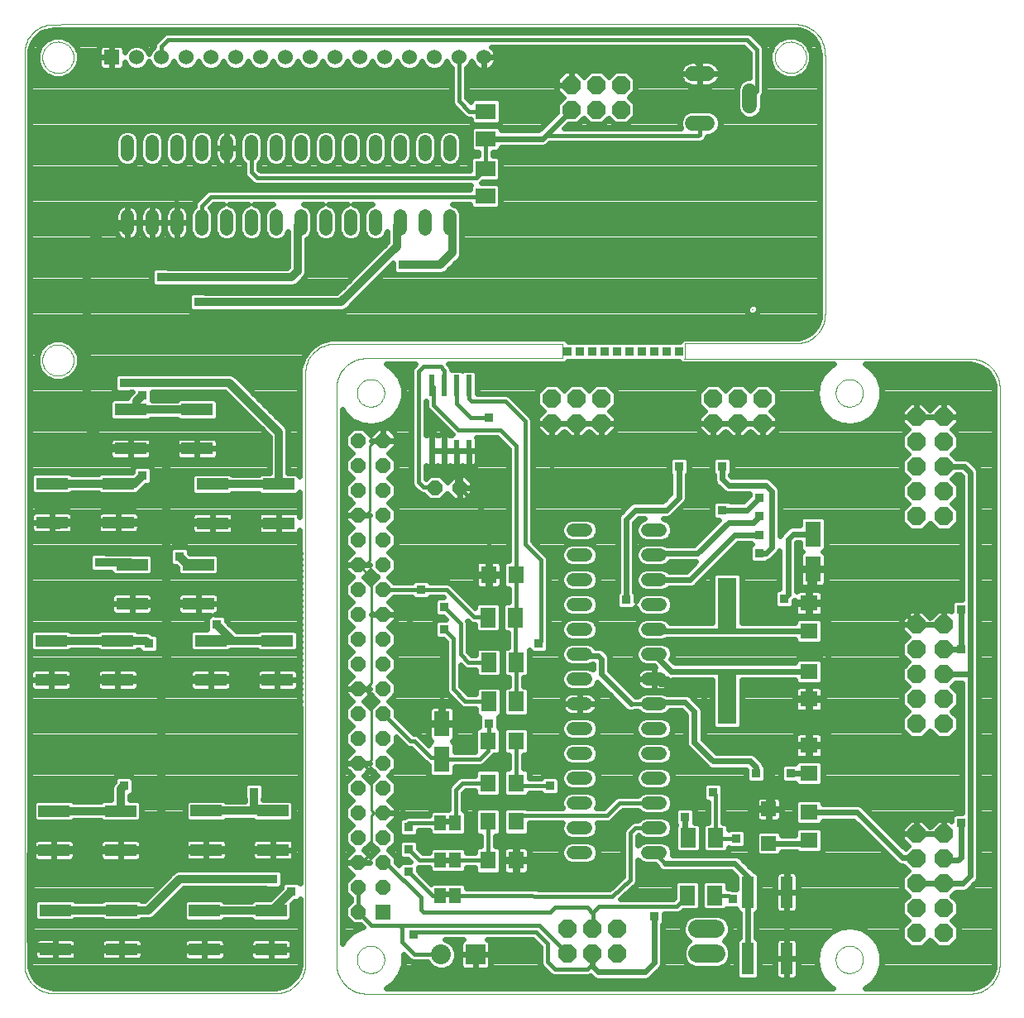
<source format=gtl>
G75*
G70*
%OFA0B0*%
%FSLAX24Y24*%
%IPPOS*%
%LPD*%
%AMOC8*
5,1,8,0,0,1.08239X$1,22.5*
%
%ADD10C,0.0000*%
%ADD11C,0.0001*%
%ADD12R,0.0600X0.0600*%
%ADD13OC8,0.0600*%
%ADD14R,0.0236X0.0866*%
%ADD15R,0.0630X0.0787*%
%ADD16R,0.0630X0.0709*%
%ADD17OC8,0.0740*%
%ADD18C,0.0520*%
%ADD19R,0.0760X0.2100*%
%ADD20R,0.0710X0.0630*%
%ADD21R,0.0630X0.0710*%
%ADD22R,0.0472X0.1260*%
%ADD23R,0.0460X0.0630*%
%ADD24R,0.0591X0.0591*%
%ADD25C,0.0740*%
%ADD26R,0.0800X0.0800*%
%ADD27C,0.0800*%
%ADD28R,0.0630X0.1024*%
%ADD29C,0.0600*%
%ADD30R,0.0787X0.0630*%
%ADD31C,0.0600*%
%ADD32R,0.1260X0.0472*%
%ADD33C,0.0240*%
%ADD34C,0.0100*%
%ADD35C,0.0160*%
%ADD36R,0.0356X0.0356*%
%ADD37C,0.0320*%
D10*
X016753Y006193D02*
X016755Y006240D01*
X016761Y006286D01*
X016771Y006332D01*
X016784Y006377D01*
X016802Y006420D01*
X016823Y006462D01*
X016847Y006502D01*
X016875Y006539D01*
X016906Y006574D01*
X016940Y006607D01*
X016976Y006636D01*
X017015Y006662D01*
X017056Y006685D01*
X017099Y006704D01*
X017143Y006720D01*
X017188Y006732D01*
X017234Y006740D01*
X017281Y006744D01*
X017327Y006744D01*
X017374Y006740D01*
X017420Y006732D01*
X017465Y006720D01*
X017509Y006704D01*
X017552Y006685D01*
X017593Y006662D01*
X017632Y006636D01*
X017668Y006607D01*
X017702Y006574D01*
X017733Y006539D01*
X017761Y006502D01*
X017785Y006462D01*
X017806Y006420D01*
X017824Y006377D01*
X017837Y006332D01*
X017847Y006286D01*
X017853Y006240D01*
X017855Y006193D01*
X017853Y006146D01*
X017847Y006100D01*
X017837Y006054D01*
X017824Y006009D01*
X017806Y005966D01*
X017785Y005924D01*
X017761Y005884D01*
X017733Y005847D01*
X017702Y005812D01*
X017668Y005779D01*
X017632Y005750D01*
X017593Y005724D01*
X017552Y005701D01*
X017509Y005682D01*
X017465Y005666D01*
X017420Y005654D01*
X017374Y005646D01*
X017327Y005642D01*
X017281Y005642D01*
X017234Y005646D01*
X017188Y005654D01*
X017143Y005666D01*
X017099Y005682D01*
X017056Y005701D01*
X017015Y005724D01*
X016976Y005750D01*
X016940Y005779D01*
X016906Y005812D01*
X016875Y005847D01*
X016847Y005884D01*
X016823Y005924D01*
X016802Y005966D01*
X016784Y006009D01*
X016771Y006054D01*
X016761Y006100D01*
X016755Y006146D01*
X016753Y006193D01*
X036045Y006193D02*
X036047Y006240D01*
X036053Y006286D01*
X036063Y006332D01*
X036076Y006377D01*
X036094Y006420D01*
X036115Y006462D01*
X036139Y006502D01*
X036167Y006539D01*
X036198Y006574D01*
X036232Y006607D01*
X036268Y006636D01*
X036307Y006662D01*
X036348Y006685D01*
X036391Y006704D01*
X036435Y006720D01*
X036480Y006732D01*
X036526Y006740D01*
X036573Y006744D01*
X036619Y006744D01*
X036666Y006740D01*
X036712Y006732D01*
X036757Y006720D01*
X036801Y006704D01*
X036844Y006685D01*
X036885Y006662D01*
X036924Y006636D01*
X036960Y006607D01*
X036994Y006574D01*
X037025Y006539D01*
X037053Y006502D01*
X037077Y006462D01*
X037098Y006420D01*
X037116Y006377D01*
X037129Y006332D01*
X037139Y006286D01*
X037145Y006240D01*
X037147Y006193D01*
X037145Y006146D01*
X037139Y006100D01*
X037129Y006054D01*
X037116Y006009D01*
X037098Y005966D01*
X037077Y005924D01*
X037053Y005884D01*
X037025Y005847D01*
X036994Y005812D01*
X036960Y005779D01*
X036924Y005750D01*
X036885Y005724D01*
X036844Y005701D01*
X036801Y005682D01*
X036757Y005666D01*
X036712Y005654D01*
X036666Y005646D01*
X036619Y005642D01*
X036573Y005642D01*
X036526Y005646D01*
X036480Y005654D01*
X036435Y005666D01*
X036391Y005682D01*
X036348Y005701D01*
X036307Y005724D01*
X036268Y005750D01*
X036232Y005779D01*
X036198Y005812D01*
X036167Y005847D01*
X036139Y005884D01*
X036115Y005924D01*
X036094Y005966D01*
X036076Y006009D01*
X036063Y006054D01*
X036053Y006100D01*
X036047Y006146D01*
X036045Y006193D01*
X036045Y029028D02*
X036047Y029075D01*
X036053Y029121D01*
X036063Y029167D01*
X036076Y029212D01*
X036094Y029255D01*
X036115Y029297D01*
X036139Y029337D01*
X036167Y029374D01*
X036198Y029409D01*
X036232Y029442D01*
X036268Y029471D01*
X036307Y029497D01*
X036348Y029520D01*
X036391Y029539D01*
X036435Y029555D01*
X036480Y029567D01*
X036526Y029575D01*
X036573Y029579D01*
X036619Y029579D01*
X036666Y029575D01*
X036712Y029567D01*
X036757Y029555D01*
X036801Y029539D01*
X036844Y029520D01*
X036885Y029497D01*
X036924Y029471D01*
X036960Y029442D01*
X036994Y029409D01*
X037025Y029374D01*
X037053Y029337D01*
X037077Y029297D01*
X037098Y029255D01*
X037116Y029212D01*
X037129Y029167D01*
X037139Y029121D01*
X037145Y029075D01*
X037147Y029028D01*
X037145Y028981D01*
X037139Y028935D01*
X037129Y028889D01*
X037116Y028844D01*
X037098Y028801D01*
X037077Y028759D01*
X037053Y028719D01*
X037025Y028682D01*
X036994Y028647D01*
X036960Y028614D01*
X036924Y028585D01*
X036885Y028559D01*
X036844Y028536D01*
X036801Y028517D01*
X036757Y028501D01*
X036712Y028489D01*
X036666Y028481D01*
X036619Y028477D01*
X036573Y028477D01*
X036526Y028481D01*
X036480Y028489D01*
X036435Y028501D01*
X036391Y028517D01*
X036348Y028536D01*
X036307Y028559D01*
X036268Y028585D01*
X036232Y028614D01*
X036198Y028647D01*
X036167Y028682D01*
X036139Y028719D01*
X036115Y028759D01*
X036094Y028801D01*
X036076Y028844D01*
X036063Y028889D01*
X036053Y028935D01*
X036047Y028981D01*
X036045Y029028D01*
X033600Y042556D02*
X033602Y042606D01*
X033608Y042656D01*
X033618Y042705D01*
X033632Y042753D01*
X033649Y042800D01*
X033670Y042845D01*
X033695Y042889D01*
X033723Y042930D01*
X033755Y042969D01*
X033789Y043006D01*
X033826Y043040D01*
X033866Y043070D01*
X033908Y043097D01*
X033952Y043121D01*
X033998Y043142D01*
X034045Y043158D01*
X034093Y043171D01*
X034143Y043180D01*
X034192Y043185D01*
X034243Y043186D01*
X034293Y043183D01*
X034342Y043176D01*
X034391Y043165D01*
X034439Y043150D01*
X034485Y043132D01*
X034530Y043110D01*
X034573Y043084D01*
X034614Y043055D01*
X034653Y043023D01*
X034689Y042988D01*
X034721Y042950D01*
X034751Y042910D01*
X034778Y042867D01*
X034801Y042823D01*
X034820Y042777D01*
X034836Y042729D01*
X034848Y042680D01*
X034856Y042631D01*
X034860Y042581D01*
X034860Y042531D01*
X034856Y042481D01*
X034848Y042432D01*
X034836Y042383D01*
X034820Y042335D01*
X034801Y042289D01*
X034778Y042245D01*
X034751Y042202D01*
X034721Y042162D01*
X034689Y042124D01*
X034653Y042089D01*
X034614Y042057D01*
X034573Y042028D01*
X034530Y042002D01*
X034485Y041980D01*
X034439Y041962D01*
X034391Y041947D01*
X034342Y041936D01*
X034293Y041929D01*
X034243Y041926D01*
X034192Y041927D01*
X034143Y041932D01*
X034093Y041941D01*
X034045Y041954D01*
X033998Y041970D01*
X033952Y041991D01*
X033908Y042015D01*
X033866Y042042D01*
X033826Y042072D01*
X033789Y042106D01*
X033755Y042143D01*
X033723Y042182D01*
X033695Y042223D01*
X033670Y042267D01*
X033649Y042312D01*
X033632Y042359D01*
X033618Y042407D01*
X033608Y042456D01*
X033602Y042506D01*
X033600Y042556D01*
X016753Y029028D02*
X016755Y029075D01*
X016761Y029121D01*
X016771Y029167D01*
X016784Y029212D01*
X016802Y029255D01*
X016823Y029297D01*
X016847Y029337D01*
X016875Y029374D01*
X016906Y029409D01*
X016940Y029442D01*
X016976Y029471D01*
X017015Y029497D01*
X017056Y029520D01*
X017099Y029539D01*
X017143Y029555D01*
X017188Y029567D01*
X017234Y029575D01*
X017281Y029579D01*
X017327Y029579D01*
X017374Y029575D01*
X017420Y029567D01*
X017465Y029555D01*
X017509Y029539D01*
X017552Y029520D01*
X017593Y029497D01*
X017632Y029471D01*
X017668Y029442D01*
X017702Y029409D01*
X017733Y029374D01*
X017761Y029337D01*
X017785Y029297D01*
X017806Y029255D01*
X017824Y029212D01*
X017837Y029167D01*
X017847Y029121D01*
X017853Y029075D01*
X017855Y029028D01*
X017853Y028981D01*
X017847Y028935D01*
X017837Y028889D01*
X017824Y028844D01*
X017806Y028801D01*
X017785Y028759D01*
X017761Y028719D01*
X017733Y028682D01*
X017702Y028647D01*
X017668Y028614D01*
X017632Y028585D01*
X017593Y028559D01*
X017552Y028536D01*
X017509Y028517D01*
X017465Y028501D01*
X017420Y028489D01*
X017374Y028481D01*
X017327Y028477D01*
X017281Y028477D01*
X017234Y028481D01*
X017188Y028489D01*
X017143Y028501D01*
X017099Y028517D01*
X017056Y028536D01*
X017015Y028559D01*
X016976Y028585D01*
X016940Y028614D01*
X016906Y028647D01*
X016875Y028682D01*
X016847Y028719D01*
X016823Y028759D01*
X016802Y028801D01*
X016784Y028844D01*
X016771Y028889D01*
X016761Y028935D01*
X016755Y028981D01*
X016753Y029028D01*
X004073Y030351D02*
X004075Y030401D01*
X004081Y030451D01*
X004091Y030500D01*
X004105Y030548D01*
X004122Y030595D01*
X004143Y030640D01*
X004168Y030684D01*
X004196Y030725D01*
X004228Y030764D01*
X004262Y030801D01*
X004299Y030835D01*
X004339Y030865D01*
X004381Y030892D01*
X004425Y030916D01*
X004471Y030937D01*
X004518Y030953D01*
X004566Y030966D01*
X004616Y030975D01*
X004665Y030980D01*
X004716Y030981D01*
X004766Y030978D01*
X004815Y030971D01*
X004864Y030960D01*
X004912Y030945D01*
X004958Y030927D01*
X005003Y030905D01*
X005046Y030879D01*
X005087Y030850D01*
X005126Y030818D01*
X005162Y030783D01*
X005194Y030745D01*
X005224Y030705D01*
X005251Y030662D01*
X005274Y030618D01*
X005293Y030572D01*
X005309Y030524D01*
X005321Y030475D01*
X005329Y030426D01*
X005333Y030376D01*
X005333Y030326D01*
X005329Y030276D01*
X005321Y030227D01*
X005309Y030178D01*
X005293Y030130D01*
X005274Y030084D01*
X005251Y030040D01*
X005224Y029997D01*
X005194Y029957D01*
X005162Y029919D01*
X005126Y029884D01*
X005087Y029852D01*
X005046Y029823D01*
X005003Y029797D01*
X004958Y029775D01*
X004912Y029757D01*
X004864Y029742D01*
X004815Y029731D01*
X004766Y029724D01*
X004716Y029721D01*
X004665Y029722D01*
X004616Y029727D01*
X004566Y029736D01*
X004518Y029749D01*
X004471Y029765D01*
X004425Y029786D01*
X004381Y029810D01*
X004339Y029837D01*
X004299Y029867D01*
X004262Y029901D01*
X004228Y029938D01*
X004196Y029977D01*
X004168Y030018D01*
X004143Y030062D01*
X004122Y030107D01*
X004105Y030154D01*
X004091Y030202D01*
X004081Y030251D01*
X004075Y030301D01*
X004073Y030351D01*
X004073Y042556D02*
X004075Y042606D01*
X004081Y042656D01*
X004091Y042705D01*
X004105Y042753D01*
X004122Y042800D01*
X004143Y042845D01*
X004168Y042889D01*
X004196Y042930D01*
X004228Y042969D01*
X004262Y043006D01*
X004299Y043040D01*
X004339Y043070D01*
X004381Y043097D01*
X004425Y043121D01*
X004471Y043142D01*
X004518Y043158D01*
X004566Y043171D01*
X004616Y043180D01*
X004665Y043185D01*
X004716Y043186D01*
X004766Y043183D01*
X004815Y043176D01*
X004864Y043165D01*
X004912Y043150D01*
X004958Y043132D01*
X005003Y043110D01*
X005046Y043084D01*
X005087Y043055D01*
X005126Y043023D01*
X005162Y042988D01*
X005194Y042950D01*
X005224Y042910D01*
X005251Y042867D01*
X005274Y042823D01*
X005293Y042777D01*
X005309Y042729D01*
X005321Y042680D01*
X005329Y042631D01*
X005333Y042581D01*
X005333Y042531D01*
X005329Y042481D01*
X005321Y042432D01*
X005309Y042383D01*
X005293Y042335D01*
X005274Y042289D01*
X005251Y042245D01*
X005224Y042202D01*
X005194Y042162D01*
X005162Y042124D01*
X005126Y042089D01*
X005087Y042057D01*
X005046Y042028D01*
X005003Y042002D01*
X004958Y041980D01*
X004912Y041962D01*
X004864Y041947D01*
X004815Y041936D01*
X004766Y041929D01*
X004716Y041926D01*
X004665Y041927D01*
X004616Y041932D01*
X004566Y041941D01*
X004518Y041954D01*
X004471Y041970D01*
X004425Y041991D01*
X004381Y042015D01*
X004339Y042042D01*
X004299Y042072D01*
X004262Y042106D01*
X004228Y042143D01*
X004196Y042182D01*
X004168Y042223D01*
X004143Y042267D01*
X004122Y042312D01*
X004105Y042359D01*
X004091Y042407D01*
X004081Y042456D01*
X004075Y042506D01*
X004073Y042556D01*
D11*
X004544Y004829D02*
X013461Y004829D01*
X013459Y004830D02*
X013527Y004832D01*
X013595Y004838D01*
X013662Y004847D01*
X013729Y004861D01*
X013795Y004878D01*
X013860Y004899D01*
X013924Y004923D01*
X013986Y004951D01*
X014047Y004982D01*
X014105Y005017D01*
X014162Y005055D01*
X014216Y005095D01*
X014269Y005139D01*
X014318Y005186D01*
X014365Y005236D01*
X014409Y005288D01*
X014450Y005342D01*
X014488Y005399D01*
X014523Y005457D01*
X014554Y005518D01*
X014582Y005580D01*
X014607Y005643D01*
X014627Y005708D01*
X014645Y005774D01*
X014658Y005841D01*
X014668Y005909D01*
X014674Y005976D01*
X014676Y006045D01*
X014674Y006113D01*
X014675Y006109D02*
X014671Y029822D01*
X014671Y029817D02*
X014673Y029884D01*
X014678Y029950D01*
X014687Y030015D01*
X014699Y030081D01*
X014716Y030145D01*
X014735Y030208D01*
X014759Y030270D01*
X014785Y030331D01*
X014815Y030390D01*
X014849Y030447D01*
X014885Y030503D01*
X014925Y030556D01*
X014967Y030607D01*
X015012Y030655D01*
X015060Y030701D01*
X015110Y030744D01*
X015163Y030785D01*
X015218Y030822D01*
X015275Y030856D01*
X015333Y030887D01*
X015394Y030915D01*
X015455Y030939D01*
X015518Y030960D01*
X015582Y030977D01*
X015647Y030990D01*
X015713Y031000D01*
X015779Y031006D01*
X015845Y031009D01*
X015911Y031008D01*
X015914Y031007D01*
X025044Y031012D01*
X025043Y031014D02*
X025044Y030424D01*
X017176Y030424D01*
X017173Y030426D02*
X017107Y030427D01*
X017041Y030424D01*
X016975Y030418D01*
X016909Y030408D01*
X016844Y030395D01*
X016780Y030378D01*
X016717Y030357D01*
X016656Y030333D01*
X016595Y030305D01*
X016537Y030274D01*
X016480Y030240D01*
X016425Y030203D01*
X016372Y030162D01*
X016322Y030119D01*
X016274Y030073D01*
X016229Y030025D01*
X016187Y029974D01*
X016147Y029921D01*
X016111Y029865D01*
X016077Y029808D01*
X016047Y029749D01*
X016021Y029688D01*
X015997Y029626D01*
X015978Y029563D01*
X015961Y029499D01*
X015949Y029433D01*
X015940Y029368D01*
X015935Y029302D01*
X015933Y029235D01*
X015934Y029235D02*
X015934Y006055D01*
X015934Y005995D01*
X015933Y006055D02*
X015932Y005989D01*
X015935Y005923D01*
X015941Y005857D01*
X015951Y005791D01*
X015964Y005726D01*
X015981Y005662D01*
X016002Y005599D01*
X016026Y005538D01*
X016054Y005477D01*
X016085Y005419D01*
X016119Y005362D01*
X016156Y005307D01*
X016197Y005254D01*
X016240Y005204D01*
X016286Y005156D01*
X016334Y005111D01*
X016385Y005069D01*
X016438Y005029D01*
X016494Y004993D01*
X016551Y004959D01*
X016610Y004929D01*
X016671Y004903D01*
X016733Y004879D01*
X016796Y004860D01*
X016860Y004843D01*
X016926Y004831D01*
X016991Y004822D01*
X017057Y004817D01*
X017124Y004815D01*
X017104Y004815D01*
X017124Y004815D02*
X041414Y004815D01*
X041474Y004815D01*
X041414Y004814D02*
X041480Y004813D01*
X041546Y004816D01*
X041612Y004822D01*
X041678Y004832D01*
X041743Y004845D01*
X041807Y004862D01*
X041870Y004883D01*
X041931Y004907D01*
X041992Y004935D01*
X042050Y004966D01*
X042107Y005000D01*
X042162Y005037D01*
X042215Y005078D01*
X042265Y005121D01*
X042313Y005167D01*
X042358Y005215D01*
X042400Y005266D01*
X042440Y005319D01*
X042476Y005375D01*
X042510Y005432D01*
X042540Y005491D01*
X042566Y005552D01*
X042590Y005614D01*
X042609Y005677D01*
X042626Y005741D01*
X042638Y005807D01*
X042647Y005872D01*
X042652Y005938D01*
X042654Y006005D01*
X042654Y029165D01*
X042654Y029225D01*
X042654Y029165D02*
X042655Y029232D01*
X042653Y029298D01*
X042647Y029365D01*
X042637Y029430D01*
X042624Y029496D01*
X042607Y029560D01*
X042586Y029623D01*
X042562Y029685D01*
X042534Y029746D01*
X042504Y029805D01*
X042470Y029862D01*
X042432Y029917D01*
X042392Y029970D01*
X042349Y030021D01*
X042303Y030069D01*
X042255Y030114D01*
X042204Y030157D01*
X042150Y030197D01*
X042095Y030234D01*
X042037Y030267D01*
X041978Y030298D01*
X041917Y030325D01*
X041855Y030348D01*
X041792Y030368D01*
X041727Y030385D01*
X041662Y030398D01*
X041596Y030407D01*
X041530Y030412D01*
X041463Y030414D01*
X041460Y030414D01*
X041459Y030414D02*
X041464Y030414D01*
X029974Y030414D01*
X029934Y030414D01*
X029974Y030414D02*
X029974Y031022D01*
X034359Y031022D01*
X034375Y031024D02*
X034441Y031023D01*
X034507Y031026D01*
X034574Y031032D01*
X034639Y031042D01*
X034704Y031055D01*
X034768Y031072D01*
X034832Y031093D01*
X034893Y031117D01*
X034954Y031145D01*
X035013Y031176D01*
X035069Y031210D01*
X035124Y031247D01*
X035177Y031287D01*
X035228Y031331D01*
X035276Y031377D01*
X035321Y031425D01*
X035363Y031476D01*
X035403Y031529D01*
X035440Y031585D01*
X035473Y031642D01*
X035503Y031701D01*
X035530Y031762D01*
X035553Y031824D01*
X035573Y031888D01*
X035589Y031952D01*
X035602Y032017D01*
X035611Y032083D01*
X035616Y032149D01*
X035618Y032216D01*
X035619Y032206D02*
X035619Y042649D01*
X035612Y042649D01*
X035611Y042647D02*
X035612Y042713D01*
X035609Y042779D01*
X035603Y042846D01*
X035593Y042911D01*
X035580Y042976D01*
X035563Y043040D01*
X035542Y043104D01*
X035518Y043165D01*
X035490Y043226D01*
X035459Y043285D01*
X035425Y043341D01*
X035388Y043396D01*
X035348Y043449D01*
X035304Y043500D01*
X035258Y043548D01*
X035210Y043593D01*
X035159Y043635D01*
X035106Y043675D01*
X035050Y043712D01*
X034993Y043745D01*
X034934Y043775D01*
X034873Y043802D01*
X034811Y043825D01*
X034747Y043845D01*
X034683Y043861D01*
X034618Y043874D01*
X034552Y043883D01*
X034486Y043888D01*
X034419Y043890D01*
X034420Y043890D02*
X034420Y043890D01*
X005074Y043890D01*
X005072Y043890D02*
X004521Y043882D01*
X004522Y043882D02*
X004455Y043881D01*
X004388Y043876D01*
X004322Y043867D01*
X004256Y043854D01*
X004191Y043837D01*
X004127Y043817D01*
X004065Y043793D01*
X004004Y043766D01*
X003944Y043735D01*
X003887Y043700D01*
X003832Y043663D01*
X003779Y043622D01*
X003728Y043578D01*
X003680Y043532D01*
X003635Y043482D01*
X003592Y043430D01*
X003553Y043376D01*
X003517Y043320D01*
X003484Y043261D01*
X003455Y043201D01*
X003429Y043139D01*
X003407Y043076D01*
X003389Y043012D01*
X003374Y042947D01*
X003363Y042880D01*
X003356Y042814D01*
X003353Y042747D01*
X003354Y042680D01*
X003353Y042682D02*
X003353Y006068D01*
X003353Y006069D02*
X003352Y006003D01*
X003355Y005937D01*
X003361Y005871D01*
X003371Y005805D01*
X003384Y005740D01*
X003401Y005676D01*
X003422Y005613D01*
X003446Y005552D01*
X003474Y005491D01*
X003505Y005433D01*
X003539Y005376D01*
X003576Y005321D01*
X003617Y005268D01*
X003660Y005218D01*
X003706Y005170D01*
X003754Y005125D01*
X003805Y005083D01*
X003858Y005043D01*
X003914Y005007D01*
X003971Y004973D01*
X004030Y004943D01*
X004091Y004917D01*
X004153Y004893D01*
X004216Y004874D01*
X004280Y004857D01*
X004346Y004845D01*
X004411Y004836D01*
X004477Y004831D01*
X004544Y004829D01*
X032684Y032392D02*
X032701Y032410D01*
D12*
X017804Y008110D03*
X006868Y042556D03*
D13*
X016804Y027110D03*
X016804Y026110D03*
X017804Y026110D03*
X017804Y027110D03*
X017804Y025110D03*
X017804Y024110D03*
X017804Y023110D03*
X017804Y022110D03*
X017804Y021110D03*
X016804Y021110D03*
X016804Y022110D03*
X016804Y023110D03*
X016804Y024110D03*
X016804Y025110D03*
X019893Y025207D03*
X020893Y025207D03*
X017804Y020110D03*
X017804Y019110D03*
X017804Y018110D03*
X017804Y017110D03*
X016804Y017110D03*
X016804Y018110D03*
X016804Y019110D03*
X016804Y020110D03*
X016804Y016110D03*
X016804Y015110D03*
X016804Y014110D03*
X016804Y013110D03*
X017804Y013110D03*
X017804Y014110D03*
X017804Y015110D03*
X017804Y016110D03*
X017804Y012110D03*
X017804Y011110D03*
X017804Y010110D03*
X017804Y009110D03*
X016804Y009110D03*
X016804Y008110D03*
X016804Y010110D03*
X016804Y011110D03*
X016804Y012110D03*
D14*
X019768Y026709D03*
X020268Y026709D03*
X020768Y026709D03*
X021268Y026709D03*
X021268Y029331D03*
X020768Y029331D03*
X020268Y029331D03*
X019768Y029331D03*
D15*
X022045Y019977D03*
X023147Y019977D03*
X023158Y018172D03*
X022055Y018172D03*
X022055Y016597D03*
X023158Y016597D03*
X030102Y011102D03*
X031205Y011102D03*
X031183Y008780D03*
X030080Y008780D03*
D16*
X023159Y021708D03*
X022056Y021708D03*
D17*
X024599Y027815D03*
X025599Y027815D03*
X026599Y027815D03*
X026599Y028815D03*
X025599Y028815D03*
X024599Y028815D03*
X031099Y028815D03*
X032099Y028815D03*
X033099Y028815D03*
X033099Y027815D03*
X032099Y027815D03*
X031099Y027815D03*
X039299Y028065D03*
X039299Y027065D03*
X039299Y026065D03*
X040399Y026065D03*
X040399Y027065D03*
X040399Y028065D03*
X040399Y025065D03*
X040399Y024065D03*
X039299Y024065D03*
X039299Y025065D03*
X039299Y019690D03*
X039299Y018690D03*
X039299Y017690D03*
X039299Y016690D03*
X040399Y016690D03*
X040399Y017690D03*
X040399Y018690D03*
X040399Y019690D03*
X040399Y015690D03*
X039299Y015690D03*
X039299Y011252D03*
X040399Y011252D03*
X040399Y010252D03*
X040399Y009252D03*
X040399Y008252D03*
X040399Y007252D03*
X039299Y007252D03*
X039299Y008252D03*
X039299Y009252D03*
X039299Y010252D03*
X027244Y007429D03*
X027244Y006429D03*
X026244Y006429D03*
X026244Y007429D03*
X025244Y007429D03*
X025244Y006429D03*
X025387Y040445D03*
X026387Y040445D03*
X026387Y041445D03*
X025387Y041445D03*
X027387Y041445D03*
X027387Y040445D03*
D18*
X020497Y039171D02*
X020497Y038651D01*
X019497Y038651D02*
X019497Y039171D01*
X018497Y039171D02*
X018497Y038651D01*
X017497Y038651D02*
X017497Y039171D01*
X016497Y039171D02*
X016497Y038651D01*
X015497Y038651D02*
X015497Y039171D01*
X014497Y039171D02*
X014497Y038651D01*
X013497Y038651D02*
X013497Y039171D01*
X012497Y039171D02*
X012497Y038651D01*
X011497Y038651D02*
X011497Y039171D01*
X010497Y039171D02*
X010497Y038651D01*
X009497Y038651D02*
X009497Y039171D01*
X008497Y039171D02*
X008497Y038651D01*
X007497Y038651D02*
X007497Y039171D01*
X007497Y036171D02*
X007497Y035651D01*
X008497Y035651D02*
X008497Y036171D01*
X009497Y036171D02*
X009497Y035651D01*
X010497Y035651D02*
X010497Y036171D01*
X011497Y036171D02*
X011497Y035651D01*
X012497Y035651D02*
X012497Y036171D01*
X013497Y036171D02*
X013497Y035651D01*
X014497Y035651D02*
X014497Y036171D01*
X015497Y036171D02*
X015497Y035651D01*
X016497Y035651D02*
X016497Y036171D01*
X017497Y036171D02*
X017497Y035651D01*
X018497Y035651D02*
X018497Y036171D01*
X019497Y036171D02*
X019497Y035651D01*
X020497Y035651D02*
X020497Y036171D01*
X025464Y023502D02*
X025984Y023502D01*
X025984Y022502D02*
X025464Y022502D01*
X025464Y021502D02*
X025984Y021502D01*
X025984Y020502D02*
X025464Y020502D01*
X025464Y019502D02*
X025984Y019502D01*
X025984Y018502D02*
X025464Y018502D01*
X025464Y017502D02*
X025984Y017502D01*
X025984Y016502D02*
X025464Y016502D01*
X025464Y015502D02*
X025984Y015502D01*
X025984Y014502D02*
X025464Y014502D01*
X025464Y013502D02*
X025984Y013502D01*
X025984Y012502D02*
X025464Y012502D01*
X025464Y011502D02*
X025984Y011502D01*
X025984Y010502D02*
X025464Y010502D01*
X028464Y010502D02*
X028984Y010502D01*
X028984Y011502D02*
X028464Y011502D01*
X028464Y012502D02*
X028984Y012502D01*
X028984Y013502D02*
X028464Y013502D01*
X028464Y014502D02*
X028984Y014502D01*
X028984Y015502D02*
X028464Y015502D01*
X028464Y016502D02*
X028984Y016502D01*
X028984Y017502D02*
X028464Y017502D01*
X028464Y018502D02*
X028984Y018502D01*
X028984Y019502D02*
X028464Y019502D01*
X028464Y020502D02*
X028984Y020502D01*
X028984Y021502D02*
X028464Y021502D01*
X028464Y022502D02*
X028984Y022502D01*
X028984Y023502D02*
X028464Y023502D01*
D19*
X031661Y020527D03*
X031661Y016727D03*
D20*
X034974Y016693D03*
X034974Y017812D03*
X034974Y019443D03*
X034974Y020562D03*
X034974Y014825D03*
X034974Y013705D03*
X034974Y012125D03*
X034974Y011005D03*
D21*
X023158Y011752D03*
X022039Y011752D03*
X022039Y013315D03*
X023158Y013315D03*
X023158Y015002D03*
X022039Y015002D03*
X022039Y010190D03*
X023158Y010190D03*
D22*
X032499Y008904D03*
X034073Y008904D03*
X034073Y006226D03*
X032499Y006226D03*
D23*
X020711Y008752D03*
X020111Y008752D03*
X020111Y010190D03*
X020711Y010190D03*
X020711Y011690D03*
X020111Y011690D03*
D24*
X033349Y012254D03*
X033349Y010876D03*
D25*
X031215Y007421D02*
X030475Y007421D01*
X030483Y006440D02*
X031223Y006440D01*
D26*
X021524Y006390D03*
D27*
X020146Y006390D03*
D28*
X020174Y014281D03*
X020174Y015699D03*
X035124Y021931D03*
X035124Y023349D03*
D29*
X021868Y042556D03*
X020868Y042556D03*
X019868Y042556D03*
X018868Y042556D03*
X017868Y042556D03*
X016868Y042556D03*
X015868Y042556D03*
X014868Y042556D03*
X013868Y042556D03*
X012868Y042556D03*
X011868Y042556D03*
X010868Y042556D03*
X009868Y042556D03*
X008868Y042556D03*
X007868Y042556D03*
D30*
X021940Y040384D03*
X021940Y039282D03*
X021925Y038057D03*
X021925Y036954D03*
D31*
X030279Y039905D02*
X030879Y039905D01*
X032579Y040605D02*
X032579Y041205D01*
X030879Y041905D02*
X030279Y041905D01*
D32*
X013602Y025355D03*
X013602Y023781D03*
X010925Y023781D03*
X010363Y022111D03*
X010363Y020537D03*
X010860Y019047D03*
X010860Y017472D03*
X013537Y017472D03*
X013537Y019047D03*
X007686Y020537D03*
X007107Y019045D03*
X007107Y017471D03*
X004429Y017471D03*
X004429Y019045D03*
X007686Y022111D03*
X007139Y023809D03*
X007139Y025384D03*
X007633Y026789D03*
X007633Y028364D03*
X010310Y028364D03*
X010310Y026789D03*
X010925Y025355D03*
X004461Y025384D03*
X004461Y023809D03*
X004550Y012181D03*
X004550Y010607D03*
X004601Y008183D03*
X004601Y006608D03*
X007278Y006608D03*
X007278Y008183D03*
X007227Y010607D03*
X007227Y012181D03*
X010683Y012190D03*
X010683Y010615D03*
X010611Y008171D03*
X010611Y006597D03*
X013288Y006597D03*
X013288Y008171D03*
X013360Y010615D03*
X013360Y012190D03*
D33*
X012984Y012646D02*
X012984Y012653D01*
X013002Y012671D01*
X013002Y013209D01*
X012873Y013338D01*
X012334Y013338D01*
X012205Y013209D01*
X012205Y012671D01*
X012224Y012653D01*
X012224Y012570D01*
X011480Y012570D01*
X011404Y012646D01*
X009962Y012646D01*
X009833Y012517D01*
X009833Y011862D01*
X009962Y011734D01*
X011404Y011734D01*
X011480Y011810D01*
X012528Y011810D01*
X012528Y011810D01*
X012563Y011810D01*
X012639Y011734D01*
X014081Y011734D01*
X014210Y011862D01*
X014210Y012517D01*
X014081Y012646D01*
X012984Y012646D01*
X013002Y012799D02*
X014453Y012799D01*
X014453Y013037D02*
X013002Y013037D01*
X012935Y013276D02*
X014453Y013276D01*
X014453Y013514D02*
X007696Y013514D01*
X007752Y013459D02*
X007623Y013588D01*
X007084Y013588D01*
X006955Y013459D01*
X006955Y013329D01*
X006905Y013279D01*
X006847Y013139D01*
X006847Y012638D01*
X006506Y012638D01*
X006430Y012561D01*
X005347Y012561D01*
X005271Y012638D01*
X003829Y012638D01*
X003700Y012509D01*
X003700Y011854D01*
X003829Y011725D01*
X005271Y011725D01*
X005347Y011801D01*
X006430Y011801D01*
X006506Y011725D01*
X007948Y011725D01*
X008077Y011854D01*
X008077Y012509D01*
X007948Y012638D01*
X007607Y012638D01*
X007607Y012792D01*
X007623Y012792D01*
X007752Y012921D01*
X007752Y013459D01*
X007752Y013276D02*
X012272Y013276D01*
X012205Y013037D02*
X007752Y013037D01*
X007630Y012799D02*
X012205Y012799D01*
X012645Y011056D02*
X012595Y011027D01*
X012554Y010986D01*
X012525Y010936D01*
X012510Y010880D01*
X012510Y010615D01*
X012510Y010350D01*
X012525Y010294D01*
X012554Y010244D01*
X012595Y010203D01*
X012645Y010174D01*
X012701Y010159D01*
X013360Y010159D01*
X013360Y010615D01*
X012510Y010615D01*
X013360Y010615D01*
X013360Y010615D01*
X013360Y011071D01*
X012701Y011071D01*
X012645Y011056D01*
X012513Y010891D02*
X011530Y010891D01*
X011533Y010880D02*
X011518Y010936D01*
X011489Y010986D01*
X011448Y011027D01*
X011398Y011056D01*
X011342Y011071D01*
X010683Y011071D01*
X010024Y011071D01*
X009968Y011056D01*
X009918Y011027D01*
X009877Y010986D01*
X009848Y010936D01*
X009833Y010880D01*
X009833Y010615D01*
X009833Y010350D01*
X009848Y010294D01*
X009877Y010244D01*
X009918Y010203D01*
X009968Y010174D01*
X010024Y010159D01*
X010683Y010159D01*
X010683Y010615D01*
X009833Y010615D01*
X010683Y010615D01*
X010683Y010615D01*
X010683Y011071D01*
X010683Y010615D01*
X010683Y010615D01*
X010683Y010615D01*
X010683Y010159D01*
X011342Y010159D01*
X011398Y010174D01*
X011448Y010203D01*
X011489Y010244D01*
X011518Y010294D01*
X011533Y010350D01*
X011533Y010615D01*
X011533Y010880D01*
X011533Y010652D02*
X012510Y010652D01*
X012510Y010414D02*
X011533Y010414D01*
X011533Y010615D02*
X010683Y010615D01*
X011533Y010615D01*
X011401Y010175D02*
X012642Y010175D01*
X013066Y009820D02*
X009528Y009820D01*
X009388Y009762D01*
X009281Y009655D01*
X008189Y008563D01*
X008075Y008563D01*
X007999Y008639D01*
X006557Y008639D01*
X006480Y008563D01*
X005398Y008563D01*
X005322Y008639D01*
X003879Y008639D01*
X003751Y008510D01*
X003751Y007856D01*
X003879Y007727D01*
X005322Y007727D01*
X005398Y007803D01*
X006480Y007803D01*
X006557Y007727D01*
X007999Y007727D01*
X008075Y007803D01*
X008422Y007803D01*
X008562Y007861D01*
X009761Y009060D01*
X013066Y009060D01*
X013084Y009042D01*
X013623Y009042D01*
X013705Y009125D01*
X013705Y009079D01*
X013254Y008628D01*
X012567Y008628D01*
X012491Y008551D01*
X011408Y008551D01*
X011332Y008628D01*
X009890Y008628D01*
X009761Y008499D01*
X009761Y007844D01*
X009890Y007715D01*
X011332Y007715D01*
X011408Y007791D01*
X012491Y007791D01*
X012567Y007715D01*
X014009Y007715D01*
X014138Y007844D01*
X014138Y008437D01*
X014243Y008542D01*
X014373Y008542D01*
X014454Y008623D01*
X014455Y006198D01*
X014449Y006192D01*
X014454Y006101D01*
X014452Y005966D01*
X014394Y005704D01*
X014268Y005466D01*
X014083Y005271D01*
X013852Y005132D01*
X013593Y005059D01*
X013458Y005050D01*
X013367Y005050D01*
X013367Y005050D01*
X004634Y005050D01*
X004593Y005050D01*
X004540Y005050D01*
X004387Y005062D01*
X004091Y005159D01*
X003842Y005346D01*
X003665Y005603D01*
X003580Y005903D01*
X003574Y006059D01*
X003578Y006150D01*
X003574Y006155D01*
X003574Y042593D01*
X003578Y042598D01*
X003575Y042689D01*
X003581Y042840D01*
X003666Y043130D01*
X003838Y043378D01*
X004081Y043557D01*
X004368Y043650D01*
X004519Y043661D01*
X004611Y043660D01*
X004613Y043663D01*
X005061Y043670D01*
X034328Y043670D01*
X034329Y043669D01*
X034420Y043670D01*
X034576Y043657D01*
X034873Y043559D01*
X035123Y043371D01*
X035300Y043114D01*
X035385Y042813D01*
X035391Y042657D01*
X035386Y042565D01*
X035392Y042560D01*
X035392Y042558D01*
X035399Y042551D01*
X035399Y032307D01*
X035397Y032306D01*
X035398Y032215D01*
X035386Y032058D01*
X035287Y031762D01*
X035100Y031512D01*
X034842Y031335D01*
X034542Y031250D01*
X034385Y031244D01*
X034294Y031248D01*
X034287Y031243D01*
X030066Y031243D01*
X029883Y031243D01*
X029754Y031113D01*
X029754Y031088D01*
X025265Y031088D01*
X025265Y031103D01*
X025264Y031104D01*
X025264Y031106D01*
X025134Y031235D01*
X024952Y031234D01*
X024949Y031232D01*
X015963Y031227D01*
X015921Y031247D01*
X015876Y031230D01*
X015692Y031239D01*
X015692Y031239D01*
X015250Y031112D01*
X014871Y030851D01*
X014595Y030484D01*
X014450Y030047D01*
X014450Y030047D01*
X014451Y029914D01*
X014450Y029914D01*
X014451Y025684D01*
X014323Y025812D01*
X013982Y025812D01*
X013982Y027517D01*
X013924Y027657D01*
X011926Y029655D01*
X011926Y029655D01*
X011819Y029762D01*
X011679Y029820D01*
X007641Y029820D01*
X007623Y029838D01*
X007084Y029838D01*
X006955Y029709D01*
X006955Y029171D01*
X007084Y029042D01*
X007623Y029042D01*
X007641Y029060D01*
X007686Y029060D01*
X007531Y028905D01*
X007496Y028820D01*
X006911Y028820D01*
X006783Y028691D01*
X006783Y028036D01*
X006911Y027907D01*
X008354Y027907D01*
X008430Y027984D01*
X009512Y027984D01*
X009589Y027907D01*
X011031Y027907D01*
X011160Y028036D01*
X011160Y028691D01*
X011031Y028820D01*
X009589Y028820D01*
X009512Y028744D01*
X008502Y028744D01*
X008502Y029060D01*
X011446Y029060D01*
X013222Y027284D01*
X013222Y025812D01*
X012881Y025812D01*
X012805Y025735D01*
X011722Y025735D01*
X011646Y025812D01*
X010204Y025812D01*
X010075Y025683D01*
X010075Y025028D01*
X010204Y024899D01*
X011646Y024899D01*
X011722Y024975D01*
X012805Y024975D01*
X012881Y024899D01*
X014323Y024899D01*
X014451Y025027D01*
X014451Y024049D01*
X014437Y024102D01*
X014408Y024152D01*
X014367Y024193D01*
X014317Y024222D01*
X014261Y024237D01*
X013602Y024237D01*
X012943Y024237D01*
X012887Y024222D01*
X012837Y024193D01*
X012796Y024152D01*
X012767Y024102D01*
X012752Y024046D01*
X012752Y023781D01*
X013602Y023781D01*
X013602Y024237D01*
X013602Y023781D01*
X013602Y023781D01*
X013602Y023781D01*
X012752Y023781D01*
X012752Y023515D01*
X012767Y023459D01*
X012796Y023409D01*
X012837Y023368D01*
X012887Y023339D01*
X012943Y023324D01*
X013602Y023324D01*
X013602Y023781D01*
X013602Y023781D01*
X013602Y023324D01*
X014261Y023324D01*
X014317Y023339D01*
X014367Y023368D01*
X014408Y023409D01*
X014437Y023459D01*
X014451Y023513D01*
X014454Y009257D01*
X014373Y009338D01*
X013834Y009338D01*
X013752Y009255D01*
X013752Y009709D01*
X013623Y009838D01*
X013084Y009838D01*
X013066Y009820D01*
X013360Y010159D02*
X014019Y010159D01*
X014075Y010174D01*
X014125Y010203D01*
X014166Y010244D01*
X014195Y010294D01*
X014210Y010350D01*
X014210Y010615D01*
X014210Y010880D01*
X014195Y010936D01*
X014166Y010986D01*
X014125Y011027D01*
X014075Y011056D01*
X014019Y011071D01*
X013360Y011071D01*
X013360Y010615D01*
X013360Y010615D01*
X013360Y010615D01*
X013360Y010159D01*
X013360Y010175D02*
X013360Y010175D01*
X013360Y010414D02*
X013360Y010414D01*
X013360Y010615D02*
X013360Y010615D01*
X014210Y010615D01*
X013360Y010615D01*
X013360Y010652D02*
X013360Y010652D01*
X013360Y010891D02*
X013360Y010891D01*
X014207Y010891D02*
X014454Y010891D01*
X014454Y011129D02*
X003574Y011129D01*
X003744Y010978D02*
X003715Y010928D01*
X003700Y010872D01*
X003700Y010607D01*
X004550Y010607D01*
X004550Y011063D01*
X003891Y011063D01*
X003835Y011048D01*
X003785Y011019D01*
X003744Y010978D01*
X003705Y010891D02*
X003574Y010891D01*
X003574Y010652D02*
X003700Y010652D01*
X003700Y010607D02*
X003700Y010342D01*
X003715Y010286D01*
X003744Y010235D01*
X003785Y010194D01*
X003835Y010165D01*
X003891Y010150D01*
X004550Y010150D01*
X005209Y010150D01*
X005265Y010165D01*
X005315Y010194D01*
X005356Y010235D01*
X005385Y010286D01*
X005400Y010342D01*
X005400Y010607D01*
X005400Y010872D01*
X005385Y010928D01*
X005356Y010978D01*
X005315Y011019D01*
X005265Y011048D01*
X005209Y011063D01*
X004550Y011063D01*
X004550Y010607D01*
X004550Y010607D01*
X004550Y010607D01*
X005400Y010607D01*
X004550Y010607D01*
X004550Y010607D01*
X003700Y010607D01*
X003700Y010414D02*
X003574Y010414D01*
X003574Y010175D02*
X003818Y010175D01*
X003574Y009937D02*
X014454Y009937D01*
X014454Y010175D02*
X014078Y010175D01*
X014210Y010414D02*
X014454Y010414D01*
X014454Y010652D02*
X014210Y010652D01*
X014454Y011368D02*
X003574Y011368D01*
X003574Y011606D02*
X014454Y011606D01*
X014454Y011845D02*
X014193Y011845D01*
X014210Y012083D02*
X014454Y012083D01*
X014454Y012322D02*
X014210Y012322D01*
X014167Y012560D02*
X014453Y012560D01*
X014453Y013753D02*
X003574Y013753D01*
X003574Y013991D02*
X014453Y013991D01*
X014453Y014230D02*
X003574Y014230D01*
X003574Y014468D02*
X014453Y014468D01*
X014453Y014707D02*
X003574Y014707D01*
X003574Y014945D02*
X014453Y014945D01*
X014453Y015184D02*
X003574Y015184D01*
X003574Y015422D02*
X014453Y015422D01*
X014453Y015661D02*
X003574Y015661D01*
X003574Y015899D02*
X014453Y015899D01*
X014453Y016138D02*
X003574Y016138D01*
X003574Y016376D02*
X014453Y016376D01*
X014453Y016615D02*
X003574Y016615D01*
X003574Y016853D02*
X014453Y016853D01*
X014453Y017092D02*
X014334Y017092D01*
X014343Y017101D02*
X014302Y017060D01*
X014252Y017031D01*
X014196Y017016D01*
X013537Y017016D01*
X012878Y017016D01*
X012822Y017031D01*
X012772Y017060D01*
X012731Y017101D01*
X012702Y017151D01*
X012687Y017207D01*
X012687Y017472D01*
X013537Y017472D01*
X013537Y017472D01*
X013537Y017016D01*
X013537Y017472D01*
X013537Y017472D01*
X013537Y017472D01*
X014387Y017472D01*
X014387Y017207D01*
X014372Y017151D01*
X014343Y017101D01*
X014387Y017330D02*
X014453Y017330D01*
X014387Y017472D02*
X014387Y017738D01*
X014372Y017794D01*
X014343Y017844D01*
X014302Y017885D01*
X014252Y017914D01*
X014196Y017929D01*
X013537Y017929D01*
X012878Y017929D01*
X012822Y017914D01*
X012772Y017885D01*
X012731Y017844D01*
X012702Y017794D01*
X012687Y017738D01*
X012687Y017472D01*
X013537Y017472D01*
X013537Y017929D01*
X013537Y017472D01*
X013537Y017472D01*
X014387Y017472D01*
X014387Y017569D02*
X014452Y017569D01*
X014452Y017808D02*
X014364Y017808D01*
X014452Y018046D02*
X003574Y018046D01*
X003664Y017883D02*
X003623Y017842D01*
X003594Y017792D01*
X003579Y017736D01*
X003579Y017471D01*
X004429Y017471D01*
X004429Y017471D01*
X004429Y017927D01*
X003771Y017927D01*
X003715Y017912D01*
X003664Y017883D01*
X003604Y017808D02*
X003574Y017808D01*
X003574Y017569D02*
X003579Y017569D01*
X003579Y017471D02*
X003579Y017205D01*
X003594Y017149D01*
X003623Y017099D01*
X003664Y017058D01*
X003715Y017029D01*
X003771Y017014D01*
X004429Y017014D01*
X004429Y017471D01*
X004429Y017471D01*
X003579Y017471D01*
X003574Y017330D02*
X003579Y017330D01*
X003574Y017092D02*
X003631Y017092D01*
X004429Y017092D02*
X004429Y017092D01*
X004429Y017014D02*
X004429Y017471D01*
X004429Y017927D01*
X005088Y017927D01*
X005144Y017912D01*
X005194Y017883D01*
X005235Y017842D01*
X005264Y017792D01*
X005279Y017736D01*
X005279Y017471D01*
X004429Y017471D01*
X004429Y017471D01*
X004429Y017471D01*
X005279Y017471D01*
X005279Y017205D01*
X005264Y017149D01*
X005235Y017099D01*
X005194Y017058D01*
X005144Y017029D01*
X005088Y017014D01*
X004429Y017014D01*
X004429Y017330D02*
X004429Y017330D01*
X004429Y017569D02*
X004429Y017569D01*
X004429Y017808D02*
X004429Y017808D01*
X005255Y017808D02*
X006281Y017808D01*
X006272Y017792D02*
X006257Y017736D01*
X006257Y017471D01*
X007107Y017471D01*
X007956Y017471D01*
X007956Y017736D01*
X007942Y017792D01*
X007913Y017842D01*
X007872Y017883D01*
X007821Y017912D01*
X007765Y017927D01*
X007107Y017927D01*
X007107Y017471D01*
X007107Y017471D01*
X007107Y017471D01*
X007956Y017471D01*
X007956Y017205D01*
X007942Y017149D01*
X007913Y017099D01*
X007872Y017058D01*
X007821Y017029D01*
X007765Y017014D01*
X007107Y017014D01*
X007107Y017471D01*
X007107Y017927D01*
X006448Y017927D01*
X006392Y017912D01*
X006342Y017883D01*
X006301Y017842D01*
X006272Y017792D01*
X006257Y017569D02*
X005279Y017569D01*
X005279Y017330D02*
X006257Y017330D01*
X006257Y017205D02*
X006272Y017149D01*
X006301Y017099D01*
X006342Y017058D01*
X006392Y017029D01*
X006448Y017014D01*
X007107Y017014D01*
X007107Y017471D01*
X007107Y017471D01*
X007107Y017471D01*
X006257Y017471D01*
X006257Y017205D01*
X006308Y017092D02*
X005228Y017092D01*
X005150Y018589D02*
X005227Y018665D01*
X006309Y018665D01*
X006386Y018589D01*
X007828Y018589D01*
X007904Y018665D01*
X007961Y018665D01*
X008084Y018542D01*
X008623Y018542D01*
X008752Y018671D01*
X008752Y019209D01*
X008623Y019338D01*
X008493Y019338D01*
X008463Y019368D01*
X008324Y019425D01*
X007904Y019425D01*
X007828Y019502D01*
X006386Y019502D01*
X006309Y019425D01*
X005227Y019425D01*
X005150Y019502D01*
X003708Y019502D01*
X003579Y019373D01*
X003579Y018718D01*
X003708Y018589D01*
X005150Y018589D01*
X005175Y019477D02*
X006361Y019477D01*
X006921Y020124D02*
X006971Y020095D01*
X007027Y020080D01*
X007686Y020080D01*
X008345Y020080D01*
X008400Y020095D01*
X008451Y020124D01*
X008492Y020165D01*
X008521Y020216D01*
X008536Y020272D01*
X008536Y020537D01*
X008536Y020802D01*
X008521Y020858D01*
X008492Y020908D01*
X008451Y020949D01*
X008400Y020978D01*
X008345Y020993D01*
X007686Y020993D01*
X007686Y020537D01*
X007686Y020537D01*
X008536Y020537D01*
X007686Y020537D01*
X007686Y020537D01*
X007686Y020993D01*
X007027Y020993D01*
X006971Y020978D01*
X006921Y020949D01*
X006880Y020908D01*
X003574Y020908D01*
X003574Y020670D02*
X006836Y020670D01*
X006836Y020802D02*
X006836Y020537D01*
X007686Y020537D01*
X007686Y020080D01*
X007686Y020537D01*
X007686Y020537D01*
X007686Y020537D01*
X006836Y020537D01*
X006836Y020272D01*
X006851Y020216D01*
X006880Y020165D01*
X006921Y020124D01*
X006864Y020193D02*
X003574Y020193D01*
X003574Y020431D02*
X006836Y020431D01*
X006836Y020802D02*
X006851Y020858D01*
X006880Y020908D01*
X006965Y021655D02*
X006836Y021784D01*
X006836Y021810D01*
X006641Y021810D01*
X006623Y021792D01*
X006084Y021792D01*
X005955Y021921D01*
X005955Y022459D01*
X006084Y022588D01*
X006623Y022588D01*
X006641Y022570D01*
X007683Y022570D01*
X007688Y022568D01*
X008407Y022568D01*
X008536Y022439D01*
X008536Y021784D01*
X008407Y021655D01*
X006965Y021655D01*
X006633Y022578D02*
X009205Y022578D01*
X009205Y022709D02*
X009205Y022171D01*
X009334Y022042D01*
X009464Y022042D01*
X009513Y021993D01*
X009513Y021784D01*
X009642Y021655D01*
X011084Y021655D01*
X011213Y021784D01*
X011213Y022439D01*
X011084Y022568D01*
X010013Y022568D01*
X010002Y022579D01*
X010002Y022709D01*
X009873Y022838D01*
X009334Y022838D01*
X009205Y022709D01*
X009312Y022816D02*
X003574Y022816D01*
X003574Y022578D02*
X006074Y022578D01*
X005955Y022339D02*
X003574Y022339D01*
X003574Y022101D02*
X005955Y022101D01*
X006014Y021862D02*
X003574Y021862D01*
X003574Y021624D02*
X014452Y021624D01*
X014452Y021862D02*
X011213Y021862D01*
X011213Y022101D02*
X014452Y022101D01*
X014452Y022339D02*
X011213Y022339D01*
X010925Y023324D02*
X011584Y023324D01*
X011640Y023339D01*
X011690Y023368D01*
X011731Y023409D01*
X011760Y023459D01*
X011775Y023515D01*
X011775Y023781D01*
X011775Y024046D01*
X011760Y024102D01*
X011731Y024152D01*
X011690Y024193D01*
X011640Y024222D01*
X011584Y024237D01*
X010925Y024237D01*
X010266Y024237D01*
X010210Y024222D01*
X010160Y024193D01*
X010119Y024152D01*
X010090Y024102D01*
X010075Y024046D01*
X010075Y023781D01*
X010925Y023781D01*
X010925Y024237D01*
X010925Y023781D01*
X010925Y023781D01*
X010925Y023781D01*
X011775Y023781D01*
X010925Y023781D01*
X010925Y023781D01*
X010075Y023781D01*
X010075Y023515D01*
X010090Y023459D01*
X010119Y023409D01*
X010160Y023368D01*
X010210Y023339D01*
X010266Y023324D01*
X010925Y023324D01*
X010925Y023781D01*
X010925Y023781D01*
X010925Y023324D01*
X010925Y023532D02*
X010925Y023532D01*
X010925Y023770D02*
X010925Y023770D01*
X010925Y024009D02*
X010925Y024009D01*
X010075Y024009D02*
X007988Y024009D01*
X007988Y024074D02*
X007973Y024130D01*
X007945Y024180D01*
X007904Y024221D01*
X007853Y024250D01*
X007797Y024265D01*
X007139Y024265D01*
X007139Y023809D01*
X007139Y023809D01*
X007988Y023809D01*
X007988Y023544D01*
X007973Y023488D01*
X007945Y023438D01*
X007904Y023397D01*
X007853Y023368D01*
X007797Y023353D01*
X007139Y023353D01*
X007139Y023809D01*
X007988Y023809D01*
X007988Y024074D01*
X007859Y024247D02*
X014451Y024247D01*
X014451Y024486D02*
X003574Y024486D01*
X003574Y024724D02*
X014451Y024724D01*
X014451Y024963D02*
X014387Y024963D01*
X014451Y025917D02*
X013982Y025917D01*
X013982Y026155D02*
X014451Y026155D01*
X014451Y026394D02*
X013982Y026394D01*
X013982Y026632D02*
X014451Y026632D01*
X014451Y026871D02*
X013982Y026871D01*
X013982Y027109D02*
X014451Y027109D01*
X014451Y027348D02*
X013982Y027348D01*
X013954Y027586D02*
X014451Y027586D01*
X014451Y027825D02*
X013756Y027825D01*
X013518Y028063D02*
X014450Y028063D01*
X014450Y028302D02*
X013279Y028302D01*
X013041Y028540D02*
X014450Y028540D01*
X014450Y028779D02*
X012802Y028779D01*
X012564Y029017D02*
X014450Y029017D01*
X014450Y029256D02*
X012325Y029256D01*
X012087Y029494D02*
X014450Y029494D01*
X014450Y029733D02*
X011848Y029733D01*
X011489Y029017D02*
X008502Y029017D01*
X008502Y028779D02*
X009547Y028779D01*
X011072Y028779D02*
X011728Y028779D01*
X011966Y028540D02*
X011160Y028540D01*
X011160Y028302D02*
X012205Y028302D01*
X012443Y028063D02*
X011160Y028063D01*
X010969Y027245D02*
X010310Y027245D01*
X010310Y026789D01*
X011160Y026789D01*
X011160Y027054D01*
X011145Y027110D01*
X011116Y027160D01*
X011075Y027201D01*
X011025Y027230D01*
X010969Y027245D01*
X011145Y027109D02*
X013222Y027109D01*
X013222Y026871D02*
X011160Y026871D01*
X011160Y026789D02*
X010310Y026789D01*
X010310Y026789D01*
X010310Y026789D01*
X010310Y027245D01*
X009651Y027245D01*
X009595Y027230D01*
X009545Y027201D01*
X009504Y027160D01*
X009475Y027110D01*
X009460Y027054D01*
X009460Y026789D01*
X010310Y026789D01*
X010310Y026333D01*
X010969Y026333D01*
X011025Y026348D01*
X011075Y026377D01*
X011116Y026418D01*
X011145Y026468D01*
X011160Y026524D01*
X011160Y026789D01*
X011160Y026632D02*
X013222Y026632D01*
X013222Y026394D02*
X011092Y026394D01*
X010310Y026394D02*
X010310Y026394D01*
X010310Y026333D02*
X009651Y026333D01*
X009595Y026348D01*
X009545Y026377D01*
X009504Y026418D01*
X009475Y026468D01*
X009460Y026524D01*
X009460Y026789D01*
X010310Y026789D01*
X010310Y026789D01*
X010310Y026789D01*
X010310Y026333D01*
X010310Y026632D02*
X010310Y026632D01*
X010310Y026871D02*
X010310Y026871D01*
X010310Y027109D02*
X010310Y027109D01*
X009475Y027109D02*
X008468Y027109D01*
X008467Y027110D02*
X008439Y027160D01*
X008398Y027201D01*
X008347Y027230D01*
X008291Y027245D01*
X007633Y027245D01*
X007633Y026789D01*
X008482Y026789D01*
X008482Y027054D01*
X008467Y027110D01*
X008482Y026871D02*
X009460Y026871D01*
X009460Y026632D02*
X008482Y026632D01*
X008482Y026524D02*
X008482Y026789D01*
X007633Y026789D01*
X007633Y026789D01*
X007633Y026789D01*
X007633Y026333D01*
X008291Y026333D01*
X008347Y026348D01*
X008398Y026377D01*
X008439Y026418D01*
X008467Y026468D01*
X008482Y026524D01*
X008414Y026394D02*
X009528Y026394D01*
X010075Y025678D02*
X008502Y025678D01*
X008502Y025440D02*
X010075Y025440D01*
X010075Y025201D02*
X008152Y025201D01*
X008243Y025292D02*
X008373Y025292D01*
X008502Y025421D01*
X008502Y025959D01*
X008373Y026088D01*
X007834Y026088D01*
X007705Y025959D01*
X007705Y025840D01*
X006418Y025840D01*
X006341Y025764D01*
X005259Y025764D01*
X005182Y025840D01*
X003740Y025840D01*
X003611Y025711D01*
X003611Y025057D01*
X003740Y024928D01*
X005182Y024928D01*
X005259Y025004D01*
X006341Y025004D01*
X006418Y024928D01*
X007860Y024928D01*
X007980Y025048D01*
X008013Y025062D01*
X008243Y025292D01*
X007894Y024963D02*
X010141Y024963D01*
X010075Y023770D02*
X007988Y023770D01*
X007985Y023532D02*
X010075Y023532D01*
X009895Y022816D02*
X014451Y022816D01*
X014452Y022578D02*
X010003Y022578D01*
X009205Y022339D02*
X008536Y022339D01*
X008536Y022101D02*
X009276Y022101D01*
X009513Y021862D02*
X008536Y021862D01*
X008492Y020908D02*
X009557Y020908D01*
X009528Y020858D01*
X009513Y020802D01*
X009513Y020537D01*
X010363Y020537D01*
X010363Y020537D01*
X010363Y020993D01*
X011022Y020993D01*
X011078Y020978D01*
X011128Y020949D01*
X011169Y020908D01*
X011198Y020858D01*
X011213Y020802D01*
X011213Y020537D01*
X010363Y020537D01*
X010363Y020537D01*
X010363Y020993D01*
X009704Y020993D01*
X009648Y020978D01*
X009598Y020949D01*
X009557Y020908D01*
X009513Y020670D02*
X008536Y020670D01*
X008536Y020431D02*
X009513Y020431D01*
X009513Y020537D02*
X009513Y020272D01*
X009528Y020216D01*
X009557Y020165D01*
X009598Y020124D01*
X009648Y020095D01*
X009704Y020080D01*
X010363Y020080D01*
X010827Y020080D01*
X010705Y019959D01*
X010705Y019503D01*
X010139Y019503D01*
X010010Y019375D01*
X010010Y018720D01*
X010139Y018591D01*
X011581Y018591D01*
X011657Y018667D01*
X012740Y018667D01*
X012816Y018591D01*
X014258Y018591D01*
X014387Y018720D01*
X014387Y019375D01*
X014258Y019503D01*
X012816Y019503D01*
X012740Y019427D01*
X011904Y019427D01*
X011502Y019829D01*
X011502Y019959D01*
X011373Y020088D01*
X011050Y020088D01*
X011078Y020095D01*
X011128Y020124D01*
X011169Y020165D01*
X011198Y020216D01*
X011213Y020272D01*
X011213Y020537D01*
X010363Y020537D01*
X010363Y020537D01*
X010363Y020080D01*
X010363Y020537D01*
X010363Y020537D01*
X009513Y020537D01*
X009541Y020193D02*
X008507Y020193D01*
X007852Y019477D02*
X010113Y019477D01*
X010010Y019239D02*
X008722Y019239D01*
X008752Y019000D02*
X010010Y019000D01*
X010010Y018762D02*
X008752Y018762D01*
X007932Y017808D02*
X010033Y017808D01*
X010025Y017794D02*
X010010Y017738D01*
X010010Y017472D01*
X010010Y017207D01*
X010025Y017151D01*
X010054Y017101D01*
X010095Y017060D01*
X010145Y017031D01*
X010201Y017016D01*
X010860Y017016D01*
X011519Y017016D01*
X011575Y017031D01*
X011625Y017060D01*
X011666Y017101D01*
X011695Y017151D01*
X011710Y017207D01*
X011710Y017472D01*
X010860Y017472D01*
X010860Y017016D01*
X010860Y017472D01*
X010860Y017472D01*
X010860Y017472D01*
X010010Y017472D01*
X010860Y017472D01*
X010860Y017472D01*
X011710Y017472D01*
X011710Y017738D01*
X011695Y017794D01*
X011666Y017844D01*
X011625Y017885D01*
X011575Y017914D01*
X011519Y017929D01*
X010860Y017929D01*
X010201Y017929D01*
X010145Y017914D01*
X010095Y017885D01*
X010054Y017844D01*
X010025Y017794D01*
X010010Y017569D02*
X007956Y017569D01*
X007956Y017330D02*
X010010Y017330D01*
X010063Y017092D02*
X007905Y017092D01*
X007107Y017092D02*
X007107Y017092D01*
X007107Y017330D02*
X007107Y017330D01*
X007107Y017569D02*
X007107Y017569D01*
X007107Y017808D02*
X007107Y017808D01*
X007686Y020193D02*
X007686Y020193D01*
X007686Y020431D02*
X007686Y020431D01*
X007686Y020670D02*
X007686Y020670D01*
X007686Y020908D02*
X007686Y020908D01*
X007139Y023353D02*
X006480Y023353D01*
X006424Y023368D01*
X006374Y023397D01*
X006333Y023438D01*
X006304Y023488D01*
X006289Y023544D01*
X006289Y023809D01*
X007139Y023809D01*
X007139Y023809D01*
X007139Y023809D01*
X007139Y023353D01*
X007139Y023532D02*
X007139Y023532D01*
X007139Y023770D02*
X007139Y023770D01*
X007139Y023809D02*
X007139Y023809D01*
X007139Y024265D01*
X006480Y024265D01*
X006424Y024250D01*
X006374Y024221D01*
X006333Y024180D01*
X006304Y024130D01*
X006289Y024074D01*
X006289Y023809D01*
X007139Y023809D01*
X007139Y024009D02*
X007139Y024009D01*
X007139Y024247D02*
X007139Y024247D01*
X006418Y024247D02*
X005182Y024247D01*
X005176Y024250D02*
X005120Y024265D01*
X004461Y024265D01*
X003803Y024265D01*
X003747Y024250D01*
X003696Y024221D01*
X003655Y024180D01*
X003626Y024130D01*
X003611Y024074D01*
X003611Y023809D01*
X003611Y023544D01*
X003626Y023488D01*
X003655Y023438D01*
X003696Y023397D01*
X003747Y023368D01*
X003803Y023353D01*
X004461Y023353D01*
X004461Y023809D01*
X003611Y023809D01*
X004461Y023809D01*
X004461Y023809D01*
X004461Y023809D01*
X004461Y024265D01*
X004461Y023809D01*
X004461Y023809D01*
X004461Y023353D01*
X005120Y023353D01*
X005176Y023368D01*
X005226Y023397D01*
X005267Y023438D01*
X005296Y023488D01*
X005311Y023544D01*
X005311Y023809D01*
X004461Y023809D01*
X004461Y023809D01*
X005311Y023809D01*
X005311Y024074D01*
X005296Y024130D01*
X005267Y024180D01*
X005226Y024221D01*
X005176Y024250D01*
X005311Y024009D02*
X006289Y024009D01*
X006289Y023770D02*
X005311Y023770D01*
X005308Y023532D02*
X006292Y023532D01*
X006383Y024963D02*
X005217Y024963D01*
X004461Y024247D02*
X004461Y024247D01*
X004461Y024009D02*
X004461Y024009D01*
X004461Y023770D02*
X004461Y023770D01*
X004461Y023532D02*
X004461Y023532D01*
X003615Y023532D02*
X003574Y023532D01*
X003574Y023770D02*
X003611Y023770D01*
X003611Y024009D02*
X003574Y024009D01*
X003574Y024247D02*
X003741Y024247D01*
X003706Y024963D02*
X003574Y024963D01*
X003574Y025201D02*
X003611Y025201D01*
X003611Y025440D02*
X003574Y025440D01*
X003574Y025678D02*
X003611Y025678D01*
X003574Y025917D02*
X007705Y025917D01*
X007633Y026333D02*
X006974Y026333D01*
X006918Y026348D01*
X006868Y026377D01*
X006827Y026418D01*
X006798Y026468D01*
X006783Y026524D01*
X006783Y026789D01*
X007633Y026789D01*
X007633Y026789D01*
X007633Y027245D01*
X006974Y027245D01*
X006918Y027230D01*
X006868Y027201D01*
X006827Y027160D01*
X006798Y027110D01*
X006783Y027054D01*
X006783Y026789D01*
X007633Y026789D01*
X007633Y026789D01*
X007633Y026333D01*
X007633Y026394D02*
X007633Y026394D01*
X007633Y026632D02*
X007633Y026632D01*
X007633Y026871D02*
X007633Y026871D01*
X007633Y027109D02*
X007633Y027109D01*
X006797Y027109D02*
X003574Y027109D01*
X003574Y026871D02*
X006783Y026871D01*
X006783Y026632D02*
X003574Y026632D01*
X003574Y026394D02*
X006851Y026394D01*
X006783Y028063D02*
X003574Y028063D01*
X003574Y027825D02*
X012682Y027825D01*
X012920Y027586D02*
X003574Y027586D01*
X003574Y027348D02*
X013159Y027348D01*
X013222Y026155D02*
X003574Y026155D01*
X003574Y028302D02*
X006783Y028302D01*
X006783Y028540D02*
X003574Y028540D01*
X003574Y028779D02*
X006870Y028779D01*
X006955Y029256D02*
X003574Y029256D01*
X003574Y029494D02*
X006955Y029494D01*
X006979Y029733D02*
X005286Y029733D01*
X005184Y029630D02*
X005423Y029870D01*
X005553Y030182D01*
X005553Y030520D01*
X005423Y030832D01*
X005184Y031072D01*
X004872Y031201D01*
X004534Y031201D01*
X004221Y031072D01*
X003982Y030832D01*
X003853Y030520D01*
X003853Y030182D01*
X003982Y029870D01*
X004221Y029630D01*
X004534Y029501D01*
X004872Y029501D01*
X005184Y029630D01*
X005465Y029971D02*
X014451Y029971D01*
X014504Y030210D02*
X005553Y030210D01*
X005553Y030448D02*
X014583Y030448D01*
X014747Y030687D02*
X005484Y030687D01*
X005331Y030925D02*
X014978Y030925D01*
X014871Y030851D02*
X014871Y030851D01*
X015429Y031164D02*
X004962Y031164D01*
X004444Y031164D02*
X003574Y031164D01*
X003574Y031402D02*
X034939Y031402D01*
X035196Y031641D02*
X003574Y031641D01*
X003574Y031879D02*
X035326Y031879D01*
X035390Y032118D02*
X003574Y032118D01*
X003574Y032356D02*
X010020Y032356D01*
X010084Y032292D02*
X010623Y032292D01*
X010641Y032310D01*
X016179Y032310D01*
X016319Y032368D01*
X016426Y032475D01*
X018205Y034254D01*
X018205Y033921D01*
X018334Y033792D01*
X018873Y033792D01*
X018891Y033810D01*
X020179Y033810D01*
X020319Y033868D01*
X020819Y034368D01*
X020926Y034475D01*
X020983Y034614D01*
X020983Y035880D01*
X020977Y035895D01*
X020977Y036266D01*
X020904Y036442D01*
X020769Y036577D01*
X020618Y036640D01*
X021312Y036640D01*
X021312Y036548D01*
X021440Y036419D01*
X022410Y036419D01*
X022539Y036548D01*
X022539Y037360D01*
X022410Y037489D01*
X021782Y037489D01*
X021815Y037522D01*
X022410Y037522D01*
X022539Y037651D01*
X022539Y038463D01*
X022410Y038592D01*
X022225Y038592D01*
X022225Y038747D01*
X022424Y038747D01*
X022553Y038876D01*
X022553Y038942D01*
X024291Y038942D01*
X024416Y038994D01*
X024509Y039086D01*
X030576Y039086D01*
X030686Y039132D01*
X030770Y039216D01*
X030833Y039279D01*
X030877Y039385D01*
X030982Y039385D01*
X031173Y039464D01*
X031319Y039610D01*
X031399Y039801D01*
X031399Y040008D01*
X031319Y040199D01*
X031173Y040345D01*
X030982Y040425D01*
X030175Y040425D01*
X029984Y040345D01*
X029838Y040199D01*
X029759Y040008D01*
X029759Y039801D01*
X029806Y039686D01*
X025109Y039686D01*
X025277Y039855D01*
X025631Y039855D01*
X025887Y040111D01*
X026142Y039855D01*
X026631Y039855D01*
X026887Y040111D01*
X027142Y039855D01*
X027631Y039855D01*
X027977Y040201D01*
X027977Y040689D01*
X027721Y040945D01*
X027977Y041201D01*
X027977Y041689D01*
X027631Y042035D01*
X027142Y042035D01*
X026887Y041779D01*
X026631Y042035D01*
X026142Y042035D01*
X025887Y041779D01*
X025631Y042035D01*
X025387Y042035D01*
X025387Y041445D01*
X025387Y041445D01*
X025382Y041440D01*
X023853Y041440D01*
X022738Y042556D01*
X021868Y042556D01*
X022388Y042556D01*
X022388Y042597D01*
X022375Y042677D01*
X022350Y042755D01*
X022313Y042828D01*
X022265Y042894D01*
X022207Y042952D01*
X022167Y042981D01*
X032339Y042981D01*
X032573Y042747D01*
X032573Y041725D01*
X032475Y041725D01*
X032284Y041645D01*
X032138Y041499D01*
X032059Y041308D01*
X032059Y040501D01*
X032138Y040310D01*
X032284Y040164D01*
X032475Y040085D01*
X032682Y040085D01*
X032873Y040164D01*
X033019Y040310D01*
X033099Y040501D01*
X033099Y041000D01*
X033128Y041030D01*
X033173Y041140D01*
X033173Y042931D01*
X033128Y043041D01*
X033043Y043126D01*
X032633Y043536D01*
X032523Y043581D01*
X009085Y043581D01*
X008975Y043536D01*
X008890Y043451D01*
X008614Y043175D01*
X008568Y043064D01*
X008568Y042991D01*
X008427Y042850D01*
X008309Y042850D01*
X008163Y042997D01*
X007972Y043076D01*
X007765Y043076D01*
X007574Y042997D01*
X007427Y042850D01*
X007388Y042850D01*
X007388Y042885D02*
X007373Y042941D01*
X007344Y042991D01*
X007303Y043032D01*
X007253Y043061D01*
X007197Y043076D01*
X006868Y043076D01*
X006539Y043076D01*
X006483Y043061D01*
X006433Y043032D01*
X006392Y042991D01*
X006363Y042941D01*
X006348Y042885D01*
X006348Y042556D01*
X006868Y042556D01*
X006868Y043076D01*
X006868Y042556D01*
X006868Y042556D01*
X006868Y042556D01*
X006348Y042556D01*
X006348Y042227D01*
X006363Y042171D01*
X006392Y042121D01*
X006433Y042080D01*
X006483Y042051D01*
X006539Y042036D01*
X006868Y042036D01*
X006868Y042556D01*
X006868Y042556D01*
X006868Y042036D01*
X007197Y042036D01*
X007253Y042051D01*
X007303Y042080D01*
X007344Y042121D01*
X007373Y042171D01*
X007388Y042227D01*
X007388Y042356D01*
X007427Y042261D01*
X007574Y042115D01*
X007765Y042036D01*
X007972Y042036D01*
X008163Y042115D01*
X008309Y042261D01*
X008368Y042404D01*
X008427Y042261D01*
X008574Y042115D01*
X008765Y042036D01*
X008972Y042036D01*
X009163Y042115D01*
X009309Y042261D01*
X009368Y042404D01*
X009427Y042261D01*
X009574Y042115D01*
X009765Y042036D01*
X009972Y042036D01*
X010163Y042115D01*
X010309Y042261D01*
X010368Y042404D01*
X010427Y042261D01*
X010574Y042115D01*
X010765Y042036D01*
X010972Y042036D01*
X011163Y042115D01*
X011309Y042261D01*
X011368Y042404D01*
X011427Y042261D01*
X011574Y042115D01*
X011765Y042036D01*
X011972Y042036D01*
X012163Y042115D01*
X012309Y042261D01*
X012368Y042404D01*
X012427Y042261D01*
X012574Y042115D01*
X012765Y042036D01*
X012972Y042036D01*
X013163Y042115D01*
X013309Y042261D01*
X013368Y042404D01*
X013427Y042261D01*
X013574Y042115D01*
X013765Y042036D01*
X013972Y042036D01*
X014163Y042115D01*
X014309Y042261D01*
X014368Y042404D01*
X014427Y042261D01*
X014574Y042115D01*
X014765Y042036D01*
X014972Y042036D01*
X015163Y042115D01*
X015309Y042261D01*
X015368Y042404D01*
X015427Y042261D01*
X015574Y042115D01*
X015765Y042036D01*
X015972Y042036D01*
X016163Y042115D01*
X016309Y042261D01*
X016368Y042404D01*
X016427Y042261D01*
X016574Y042115D01*
X016765Y042036D01*
X016972Y042036D01*
X017163Y042115D01*
X017309Y042261D01*
X017368Y042404D01*
X017427Y042261D01*
X017574Y042115D01*
X017765Y042036D01*
X017972Y042036D01*
X018163Y042115D01*
X018309Y042261D01*
X018368Y042404D01*
X018427Y042261D01*
X018574Y042115D01*
X018765Y042036D01*
X018972Y042036D01*
X019163Y042115D01*
X019309Y042261D01*
X019368Y042404D01*
X019427Y042261D01*
X019574Y042115D01*
X019765Y042036D01*
X019972Y042036D01*
X020163Y042115D01*
X020309Y042261D01*
X020368Y042404D01*
X020427Y042261D01*
X020553Y042135D01*
X020553Y040755D01*
X020599Y040645D01*
X020684Y040561D01*
X021114Y040130D01*
X021224Y040084D01*
X021326Y040084D01*
X021326Y039978D01*
X021455Y039849D01*
X022424Y039849D01*
X022553Y039978D01*
X022553Y040790D01*
X022424Y040919D01*
X021455Y040919D01*
X021326Y040790D01*
X021326Y040767D01*
X021153Y040939D01*
X021153Y042111D01*
X021163Y042115D01*
X021309Y042261D01*
X021370Y042407D01*
X021386Y042356D01*
X021423Y042283D01*
X021472Y042217D01*
X021529Y042159D01*
X021596Y042111D01*
X021669Y042074D01*
X021746Y042049D01*
X021827Y042036D01*
X021868Y042036D01*
X021868Y042556D01*
X021868Y042556D01*
X021868Y042556D01*
X022388Y042556D01*
X022388Y042515D01*
X022375Y042434D01*
X022350Y042356D01*
X022313Y042283D01*
X022265Y042217D01*
X022207Y042159D01*
X022141Y042111D01*
X022068Y042074D01*
X021990Y042049D01*
X021909Y042036D01*
X021868Y042036D01*
X021868Y042556D01*
X021868Y042373D02*
X021868Y042373D01*
X021868Y042135D02*
X021868Y042135D01*
X021563Y042135D02*
X021182Y042135D01*
X021153Y041896D02*
X025003Y041896D01*
X025142Y042035D02*
X024797Y041689D01*
X024797Y041445D01*
X025387Y041445D01*
X025387Y042035D01*
X025142Y042035D01*
X025387Y041896D02*
X025387Y041896D01*
X025387Y041658D02*
X025387Y041658D01*
X025387Y041445D02*
X025387Y041445D01*
X024797Y041445D01*
X024797Y041201D01*
X025052Y040945D01*
X024797Y040689D01*
X024797Y040336D01*
X024083Y039622D01*
X022553Y039622D01*
X022553Y039688D01*
X022424Y039817D01*
X021455Y039817D01*
X021326Y039688D01*
X021326Y038876D01*
X021455Y038747D01*
X021625Y038747D01*
X021625Y038592D01*
X021440Y038592D01*
X021312Y038463D01*
X021312Y037990D01*
X012853Y037990D01*
X012797Y038045D01*
X012797Y038272D01*
X012904Y038379D01*
X012977Y038555D01*
X012977Y039266D01*
X012904Y039442D01*
X012769Y039577D01*
X012593Y039651D01*
X012402Y039651D01*
X012225Y039577D01*
X012090Y039442D01*
X012017Y039266D01*
X012017Y038555D01*
X012090Y038379D01*
X012197Y038272D01*
X012197Y037861D01*
X012243Y037751D01*
X012474Y037520D01*
X012559Y037436D01*
X012669Y037390D01*
X021341Y037390D01*
X021312Y037360D01*
X021312Y037240D01*
X010794Y037240D01*
X010684Y037194D01*
X010599Y037110D01*
X010243Y036754D01*
X010197Y036644D01*
X010197Y036549D01*
X010090Y036442D01*
X010017Y036266D01*
X010017Y035555D01*
X010090Y035379D01*
X010225Y035244D01*
X010402Y035171D01*
X010593Y035171D01*
X010769Y035244D01*
X010904Y035379D01*
X010977Y035555D01*
X010977Y036266D01*
X010904Y036442D01*
X010842Y036505D01*
X010978Y036640D01*
X011376Y036640D01*
X011225Y036577D01*
X011090Y036442D01*
X011017Y036266D01*
X011017Y035555D01*
X011090Y035379D01*
X011225Y035244D01*
X011402Y035171D01*
X011593Y035171D01*
X011769Y035244D01*
X011904Y035379D01*
X011977Y035555D01*
X011977Y036266D01*
X011904Y036442D01*
X011769Y036577D01*
X011618Y036640D01*
X012376Y036640D01*
X012225Y036577D01*
X012090Y036442D01*
X012017Y036266D01*
X012017Y035555D01*
X012090Y035379D01*
X012225Y035244D01*
X012402Y035171D01*
X012593Y035171D01*
X012769Y035244D01*
X012904Y035379D01*
X012977Y035555D01*
X012977Y036266D01*
X012904Y036442D01*
X012769Y036577D01*
X012618Y036640D01*
X013376Y036640D01*
X013225Y036577D01*
X013090Y036442D01*
X013017Y036266D01*
X013017Y035555D01*
X013090Y035379D01*
X013225Y035244D01*
X013402Y035171D01*
X013593Y035171D01*
X013769Y035244D01*
X013904Y035379D01*
X013973Y035546D01*
X013973Y034097D01*
X013946Y034070D01*
X009141Y034070D01*
X009123Y034088D01*
X008584Y034088D01*
X008455Y033959D01*
X008455Y033421D01*
X008584Y033292D01*
X009123Y033292D01*
X009141Y033310D01*
X014179Y033310D01*
X014319Y033368D01*
X014569Y033618D01*
X014676Y033725D01*
X014733Y033864D01*
X014733Y035229D01*
X014769Y035244D01*
X014904Y035379D01*
X014977Y035555D01*
X014977Y036266D01*
X014904Y036442D01*
X014769Y036577D01*
X014618Y036640D01*
X015376Y036640D01*
X015225Y036577D01*
X015090Y036442D01*
X015017Y036266D01*
X015017Y035555D01*
X015090Y035379D01*
X015225Y035244D01*
X015402Y035171D01*
X015593Y035171D01*
X015769Y035244D01*
X015904Y035379D01*
X015977Y035555D01*
X015977Y036266D01*
X015904Y036442D01*
X015769Y036577D01*
X015618Y036640D01*
X016376Y036640D01*
X016225Y036577D01*
X016090Y036442D01*
X016017Y036266D01*
X016017Y035555D01*
X016090Y035379D01*
X016225Y035244D01*
X016402Y035171D01*
X016593Y035171D01*
X016769Y035244D01*
X016904Y035379D01*
X016977Y035555D01*
X016977Y036266D01*
X016904Y036442D01*
X016769Y036577D01*
X016618Y036640D01*
X017376Y036640D01*
X017225Y036577D01*
X017090Y036442D01*
X017017Y036266D01*
X017017Y035555D01*
X017090Y035379D01*
X017225Y035244D01*
X017402Y035171D01*
X017593Y035171D01*
X017769Y035244D01*
X017904Y035379D01*
X017973Y035546D01*
X017973Y035097D01*
X015946Y033070D01*
X010641Y033070D01*
X010623Y033088D01*
X010084Y033088D01*
X009955Y032959D01*
X009955Y032421D01*
X010084Y032292D01*
X009955Y032595D02*
X003574Y032595D01*
X003574Y032833D02*
X009955Y032833D01*
X010068Y033072D02*
X003574Y033072D01*
X003574Y033310D02*
X008566Y033310D01*
X008455Y033549D02*
X003574Y033549D01*
X003574Y033787D02*
X008455Y033787D01*
X008522Y034026D02*
X003574Y034026D01*
X003574Y034264D02*
X013973Y034264D01*
X013973Y034503D02*
X003574Y034503D01*
X003574Y034741D02*
X013973Y034741D01*
X013973Y034980D02*
X003574Y034980D01*
X003574Y035218D02*
X007289Y035218D01*
X007313Y035206D02*
X007385Y035182D01*
X007460Y035171D01*
X007497Y035171D01*
X007497Y035911D01*
X007497Y036651D01*
X007460Y036651D01*
X007385Y036639D01*
X007313Y036615D01*
X007246Y036581D01*
X007185Y036537D01*
X007131Y036483D01*
X007087Y036422D01*
X007053Y036355D01*
X007029Y036283D01*
X007017Y036208D01*
X007017Y035911D01*
X007497Y035911D01*
X007497Y035911D01*
X007497Y035911D01*
X007497Y036651D01*
X007535Y036651D01*
X007610Y036639D01*
X007682Y036615D01*
X007749Y036581D01*
X007810Y036537D01*
X007863Y036483D01*
X007908Y036422D01*
X007942Y036355D01*
X007966Y036283D01*
X007977Y036208D01*
X007977Y035911D01*
X007497Y035911D01*
X007017Y035911D01*
X007017Y035613D01*
X007029Y035538D01*
X007053Y035466D01*
X007087Y035399D01*
X007131Y035338D01*
X007185Y035284D01*
X007246Y035240D01*
X007313Y035206D01*
X007497Y035218D02*
X007497Y035218D01*
X007497Y035171D02*
X007535Y035171D01*
X007610Y035182D01*
X007682Y035206D01*
X007749Y035240D01*
X007810Y035284D01*
X007863Y035338D01*
X007908Y035399D01*
X007942Y035466D01*
X007966Y035538D01*
X007977Y035613D01*
X007977Y035911D01*
X007497Y035911D01*
X007497Y035911D01*
X007497Y035911D01*
X007497Y035171D01*
X007706Y035218D02*
X008289Y035218D01*
X008313Y035206D02*
X008385Y035182D01*
X008460Y035171D01*
X008497Y035171D01*
X008497Y035911D01*
X008497Y036651D01*
X008460Y036651D01*
X008385Y036639D01*
X008313Y036615D01*
X008246Y036581D01*
X008185Y036537D01*
X008131Y036483D01*
X008087Y036422D01*
X008053Y036355D01*
X008029Y036283D01*
X008017Y036208D01*
X008017Y035911D01*
X008497Y035911D01*
X008497Y035911D01*
X008497Y035911D01*
X008497Y036651D01*
X008535Y036651D01*
X008610Y036639D01*
X008682Y036615D01*
X008749Y036581D01*
X008810Y036537D01*
X008863Y036483D01*
X008908Y036422D01*
X008942Y036355D01*
X008966Y036283D01*
X008977Y036208D01*
X008977Y035911D01*
X008497Y035911D01*
X008017Y035911D01*
X008017Y035613D01*
X008029Y035538D01*
X008053Y035466D01*
X008087Y035399D01*
X008131Y035338D01*
X008185Y035284D01*
X008246Y035240D01*
X008313Y035206D01*
X008497Y035218D02*
X008497Y035218D01*
X008497Y035171D02*
X008535Y035171D01*
X008610Y035182D01*
X008682Y035206D01*
X008749Y035240D01*
X008810Y035284D01*
X008863Y035338D01*
X008908Y035399D01*
X008942Y035466D01*
X008966Y035538D01*
X008977Y035613D01*
X008977Y035911D01*
X008497Y035911D01*
X008497Y035911D01*
X008497Y035911D01*
X008497Y035171D01*
X008706Y035218D02*
X009289Y035218D01*
X009313Y035206D02*
X009385Y035182D01*
X009460Y035171D01*
X009497Y035171D01*
X009497Y035911D01*
X009497Y036651D01*
X009460Y036651D01*
X009385Y036639D01*
X009313Y036615D01*
X009246Y036581D01*
X009185Y036537D01*
X009131Y036483D01*
X009087Y036422D01*
X009053Y036355D01*
X009029Y036283D01*
X009017Y036208D01*
X009017Y035911D01*
X009497Y035911D01*
X009497Y035911D01*
X009497Y035911D01*
X009497Y036651D01*
X009535Y036651D01*
X009610Y036639D01*
X009682Y036615D01*
X009749Y036581D01*
X009810Y036537D01*
X009863Y036483D01*
X009908Y036422D01*
X009942Y036355D01*
X009966Y036283D01*
X009977Y036208D01*
X009977Y035911D01*
X009497Y035911D01*
X009017Y035911D01*
X009017Y035613D01*
X009029Y035538D01*
X009053Y035466D01*
X009087Y035399D01*
X009131Y035338D01*
X009185Y035284D01*
X009246Y035240D01*
X009313Y035206D01*
X009497Y035218D02*
X009497Y035218D01*
X009497Y035171D02*
X009535Y035171D01*
X009610Y035182D01*
X009682Y035206D01*
X009749Y035240D01*
X009810Y035284D01*
X009863Y035338D01*
X009908Y035399D01*
X009942Y035466D01*
X009966Y035538D01*
X009977Y035613D01*
X009977Y035911D01*
X009497Y035911D01*
X009497Y035911D01*
X009497Y035911D01*
X009497Y035171D01*
X009706Y035218D02*
X010287Y035218D01*
X010058Y035457D02*
X009937Y035457D01*
X009977Y035695D02*
X010017Y035695D01*
X010017Y035934D02*
X009977Y035934D01*
X009977Y036172D02*
X010017Y036172D01*
X010077Y036411D02*
X009914Y036411D01*
X010200Y036649D02*
X009545Y036649D01*
X009497Y036649D02*
X009497Y036649D01*
X009450Y036649D02*
X008545Y036649D01*
X008497Y036649D02*
X008497Y036649D01*
X008450Y036649D02*
X007545Y036649D01*
X007497Y036649D02*
X007497Y036649D01*
X007450Y036649D02*
X003574Y036649D01*
X003574Y036411D02*
X007081Y036411D01*
X007017Y036172D02*
X003574Y036172D01*
X003574Y035934D02*
X007017Y035934D01*
X007017Y035695D02*
X003574Y035695D01*
X003574Y035457D02*
X007058Y035457D01*
X007497Y035457D02*
X007497Y035457D01*
X007497Y035695D02*
X007497Y035695D01*
X007497Y035934D02*
X007497Y035934D01*
X007497Y036172D02*
X007497Y036172D01*
X007497Y036411D02*
X007497Y036411D01*
X007914Y036411D02*
X008081Y036411D01*
X008017Y036172D02*
X007977Y036172D01*
X007977Y035934D02*
X008017Y035934D01*
X008017Y035695D02*
X007977Y035695D01*
X007937Y035457D02*
X008058Y035457D01*
X008497Y035457D02*
X008497Y035457D01*
X008497Y035695D02*
X008497Y035695D01*
X008497Y035934D02*
X008497Y035934D01*
X008497Y036172D02*
X008497Y036172D01*
X008497Y036411D02*
X008497Y036411D01*
X008914Y036411D02*
X009081Y036411D01*
X009017Y036172D02*
X008977Y036172D01*
X008977Y035934D02*
X009017Y035934D01*
X009017Y035695D02*
X008977Y035695D01*
X008937Y035457D02*
X009058Y035457D01*
X009497Y035457D02*
X009497Y035457D01*
X009497Y035695D02*
X009497Y035695D01*
X009497Y035934D02*
X009497Y035934D01*
X009497Y036172D02*
X009497Y036172D01*
X009497Y036411D02*
X009497Y036411D01*
X010377Y036888D02*
X003574Y036888D01*
X003574Y037126D02*
X010615Y037126D01*
X010918Y036411D02*
X011077Y036411D01*
X011017Y036172D02*
X010977Y036172D01*
X010977Y035934D02*
X011017Y035934D01*
X011017Y035695D02*
X010977Y035695D01*
X010937Y035457D02*
X011058Y035457D01*
X011287Y035218D02*
X010707Y035218D01*
X011707Y035218D02*
X012287Y035218D01*
X012058Y035457D02*
X011937Y035457D01*
X011977Y035695D02*
X012017Y035695D01*
X012017Y035934D02*
X011977Y035934D01*
X011977Y036172D02*
X012017Y036172D01*
X012077Y036411D02*
X011918Y036411D01*
X012918Y036411D02*
X013077Y036411D01*
X013017Y036172D02*
X012977Y036172D01*
X012977Y035934D02*
X013017Y035934D01*
X013017Y035695D02*
X012977Y035695D01*
X012937Y035457D02*
X013058Y035457D01*
X013287Y035218D02*
X012707Y035218D01*
X013707Y035218D02*
X013973Y035218D01*
X013973Y035457D02*
X013937Y035457D01*
X014733Y035218D02*
X015287Y035218D01*
X015058Y035457D02*
X014937Y035457D01*
X014977Y035695D02*
X015017Y035695D01*
X015017Y035934D02*
X014977Y035934D01*
X014977Y036172D02*
X015017Y036172D01*
X015077Y036411D02*
X014918Y036411D01*
X015918Y036411D02*
X016077Y036411D01*
X016017Y036172D02*
X015977Y036172D01*
X015977Y035934D02*
X016017Y035934D01*
X016017Y035695D02*
X015977Y035695D01*
X015937Y035457D02*
X016058Y035457D01*
X016287Y035218D02*
X015707Y035218D01*
X016707Y035218D02*
X017287Y035218D01*
X017058Y035457D02*
X016937Y035457D01*
X016977Y035695D02*
X017017Y035695D01*
X017017Y035934D02*
X016977Y035934D01*
X016977Y036172D02*
X017017Y036172D01*
X017077Y036411D02*
X016918Y036411D01*
X017937Y035457D02*
X017973Y035457D01*
X017973Y035218D02*
X017707Y035218D01*
X017856Y034980D02*
X014733Y034980D01*
X014733Y034741D02*
X017617Y034741D01*
X017379Y034503D02*
X014733Y034503D01*
X014733Y034264D02*
X017140Y034264D01*
X016902Y034026D02*
X014733Y034026D01*
X014701Y033787D02*
X016663Y033787D01*
X016425Y033549D02*
X014499Y033549D01*
X014179Y033310D02*
X016186Y033310D01*
X015948Y033072D02*
X010639Y033072D01*
X007643Y029017D02*
X003574Y029017D01*
X003574Y029733D02*
X004119Y029733D01*
X003940Y029971D02*
X003574Y029971D01*
X003574Y030210D02*
X003853Y030210D01*
X003853Y030448D02*
X003574Y030448D01*
X003574Y030687D02*
X003922Y030687D01*
X004075Y030925D02*
X003574Y030925D01*
X008502Y025917D02*
X013222Y025917D01*
X012818Y024963D02*
X011709Y024963D01*
X011775Y024009D02*
X012752Y024009D01*
X012752Y023770D02*
X011775Y023770D01*
X011775Y023532D02*
X012752Y023532D01*
X013602Y023532D02*
X013602Y023532D01*
X013602Y023770D02*
X013602Y023770D01*
X013602Y024009D02*
X013602Y024009D01*
X014451Y023293D02*
X003574Y023293D01*
X003574Y023055D02*
X014451Y023055D01*
X014452Y021385D02*
X003574Y021385D01*
X003574Y021147D02*
X014452Y021147D01*
X014452Y020908D02*
X011169Y020908D01*
X011213Y020670D02*
X014452Y020670D01*
X014452Y020431D02*
X011213Y020431D01*
X011184Y020193D02*
X014452Y020193D01*
X014452Y019954D02*
X011502Y019954D01*
X011615Y019716D02*
X014452Y019716D01*
X014452Y019477D02*
X014285Y019477D01*
X014387Y019239D02*
X014452Y019239D01*
X014452Y019000D02*
X014387Y019000D01*
X014387Y018762D02*
X014452Y018762D01*
X014452Y018523D02*
X003574Y018523D01*
X003574Y018285D02*
X014452Y018285D01*
X013537Y017808D02*
X013537Y017808D01*
X013537Y017569D02*
X013537Y017569D01*
X013537Y017330D02*
X013537Y017330D01*
X013537Y017092D02*
X013537Y017092D01*
X012740Y017092D02*
X011657Y017092D01*
X011710Y017330D02*
X012687Y017330D01*
X012687Y017569D02*
X011710Y017569D01*
X011687Y017808D02*
X012710Y017808D01*
X012790Y019477D02*
X011854Y019477D01*
X010705Y019716D02*
X003574Y019716D01*
X003574Y019954D02*
X010705Y019954D01*
X010363Y020193D02*
X010363Y020193D01*
X010363Y020431D02*
X010363Y020431D01*
X010363Y020670D02*
X010363Y020670D01*
X010363Y020908D02*
X010363Y020908D01*
X010860Y017929D02*
X010860Y017472D01*
X010860Y017472D01*
X010860Y017929D01*
X010860Y017808D02*
X010860Y017808D01*
X010860Y017569D02*
X010860Y017569D01*
X010860Y017330D02*
X010860Y017330D01*
X010860Y017092D02*
X010860Y017092D01*
X007011Y013514D02*
X003574Y013514D01*
X003574Y013276D02*
X006904Y013276D01*
X006847Y013037D02*
X003574Y013037D01*
X003574Y012799D02*
X006847Y012799D01*
X008025Y012560D02*
X009877Y012560D01*
X009833Y012322D02*
X008077Y012322D01*
X008077Y012083D02*
X009833Y012083D01*
X009851Y011845D02*
X008068Y011845D01*
X007886Y011063D02*
X007227Y011063D01*
X006568Y011063D01*
X006512Y011048D01*
X006462Y011019D01*
X006421Y010978D01*
X006392Y010928D01*
X006377Y010872D01*
X006377Y010607D01*
X007227Y010607D01*
X007227Y011063D01*
X007227Y010607D01*
X007227Y010607D01*
X007227Y010607D01*
X006377Y010607D01*
X006377Y010342D01*
X006392Y010286D01*
X006421Y010235D01*
X006462Y010194D01*
X006512Y010165D01*
X006568Y010150D01*
X007227Y010150D01*
X007227Y010607D01*
X008077Y010607D01*
X008077Y010872D01*
X008062Y010928D01*
X008033Y010978D01*
X007992Y011019D01*
X007942Y011048D01*
X007886Y011063D01*
X008072Y010891D02*
X009836Y010891D01*
X009833Y010652D02*
X008077Y010652D01*
X008077Y010607D02*
X007227Y010607D01*
X007227Y010607D01*
X007227Y010607D01*
X007227Y010150D01*
X007886Y010150D01*
X007942Y010165D01*
X007992Y010194D01*
X008033Y010235D01*
X008062Y010286D01*
X008077Y010342D01*
X008077Y010607D01*
X008077Y010414D02*
X009833Y010414D01*
X009965Y010175D02*
X007959Y010175D01*
X007227Y010175D02*
X007227Y010175D01*
X007227Y010414D02*
X007227Y010414D01*
X007227Y010652D02*
X007227Y010652D01*
X007227Y010891D02*
X007227Y010891D01*
X006382Y010891D02*
X005395Y010891D01*
X005400Y010652D02*
X006377Y010652D01*
X006377Y010414D02*
X005400Y010414D01*
X005282Y010175D02*
X006495Y010175D01*
X004550Y010175D02*
X004550Y010175D01*
X004550Y010150D02*
X004550Y010607D01*
X004550Y010607D01*
X004550Y010150D01*
X004550Y010414D02*
X004550Y010414D01*
X004550Y010652D02*
X004550Y010652D01*
X004550Y010891D02*
X004550Y010891D01*
X003709Y011845D02*
X003574Y011845D01*
X003574Y012083D02*
X003700Y012083D01*
X003700Y012322D02*
X003574Y012322D01*
X003574Y012560D02*
X003752Y012560D01*
X003574Y009698D02*
X009325Y009698D01*
X009086Y009460D02*
X003574Y009460D01*
X003574Y009221D02*
X008848Y009221D01*
X008609Y008983D02*
X003574Y008983D01*
X003574Y008744D02*
X008371Y008744D01*
X008968Y008267D02*
X009761Y008267D01*
X009761Y008029D02*
X008730Y008029D01*
X009207Y008506D02*
X009768Y008506D01*
X009445Y008744D02*
X013371Y008744D01*
X013609Y008983D02*
X009684Y008983D01*
X010683Y010175D02*
X010683Y010175D01*
X010683Y010414D02*
X010683Y010414D01*
X010683Y010615D02*
X010683Y010615D01*
X010683Y010652D02*
X010683Y010652D01*
X010683Y010891D02*
X010683Y010891D01*
X011407Y007790D02*
X012492Y007790D01*
X012630Y007053D02*
X012574Y007038D01*
X012523Y007009D01*
X012482Y006968D01*
X012453Y006918D01*
X012438Y006862D01*
X012438Y006597D01*
X013288Y006597D01*
X013288Y006597D01*
X013288Y007053D01*
X012630Y007053D01*
X012438Y006836D02*
X011461Y006836D01*
X011461Y006862D02*
X011446Y006918D01*
X011417Y006968D01*
X011376Y007009D01*
X011326Y007038D01*
X011270Y007053D01*
X010611Y007053D01*
X009952Y007053D01*
X009896Y007038D01*
X009846Y007009D01*
X009805Y006968D01*
X009776Y006918D01*
X009761Y006862D01*
X009761Y006597D01*
X010611Y006597D01*
X010611Y007053D01*
X010611Y006597D01*
X010611Y006597D01*
X010611Y006597D01*
X009761Y006597D01*
X009761Y006332D01*
X009776Y006276D01*
X009805Y006225D01*
X009846Y006184D01*
X009896Y006155D01*
X009952Y006140D01*
X010611Y006140D01*
X010611Y006597D01*
X011461Y006597D01*
X011461Y006862D01*
X011461Y006598D02*
X012438Y006598D01*
X012438Y006597D02*
X012438Y006332D01*
X012453Y006276D01*
X012482Y006225D01*
X012523Y006184D01*
X012574Y006155D01*
X012630Y006140D01*
X013288Y006140D01*
X013288Y006597D01*
X013288Y006597D01*
X012438Y006597D01*
X012438Y006359D02*
X011461Y006359D01*
X011461Y006332D02*
X011461Y006597D01*
X010611Y006597D01*
X010611Y006597D01*
X010611Y006597D01*
X010611Y006140D01*
X011270Y006140D01*
X011326Y006155D01*
X011376Y006184D01*
X011417Y006225D01*
X011446Y006276D01*
X011461Y006332D01*
X010611Y006359D02*
X010611Y006359D01*
X010611Y006598D02*
X010611Y006598D01*
X010611Y006836D02*
X010611Y006836D01*
X009761Y006836D02*
X008128Y006836D01*
X008128Y006873D02*
X008113Y006929D01*
X008084Y006979D01*
X008043Y007020D01*
X007993Y007049D01*
X007937Y007064D01*
X007278Y007064D01*
X007278Y006608D01*
X007278Y006608D01*
X008128Y006608D01*
X008128Y006343D01*
X008113Y006287D01*
X008084Y006237D01*
X008043Y006196D01*
X007993Y006167D01*
X007937Y006152D01*
X007278Y006152D01*
X007278Y006608D01*
X007278Y006608D01*
X008128Y006608D01*
X008128Y006873D01*
X008128Y006598D02*
X009761Y006598D01*
X009761Y006359D02*
X008128Y006359D01*
X007278Y006359D02*
X007278Y006359D01*
X007278Y006152D02*
X007278Y006608D01*
X007278Y006608D01*
X006428Y006608D01*
X006428Y006343D01*
X006443Y006287D01*
X006472Y006237D01*
X006513Y006196D01*
X006563Y006167D01*
X006619Y006152D01*
X007278Y006152D01*
X007278Y006598D02*
X007278Y006598D01*
X007278Y006608D02*
X007278Y006608D01*
X007278Y007064D01*
X006619Y007064D01*
X006563Y007049D01*
X006513Y007020D01*
X006472Y006979D01*
X006443Y006929D01*
X006428Y006873D01*
X006428Y006608D01*
X007278Y006608D01*
X007278Y006836D02*
X007278Y006836D01*
X006428Y006836D02*
X005450Y006836D01*
X005450Y006873D02*
X005435Y006929D01*
X005407Y006979D01*
X005366Y007020D01*
X005315Y007049D01*
X005259Y007064D01*
X004601Y007064D01*
X004601Y006608D01*
X004601Y006608D01*
X005450Y006608D01*
X005450Y006343D01*
X005435Y006287D01*
X005407Y006237D01*
X005366Y006196D01*
X005315Y006167D01*
X005259Y006152D01*
X004601Y006152D01*
X004601Y006608D01*
X005450Y006608D01*
X005450Y006873D01*
X005450Y006598D02*
X006428Y006598D01*
X006428Y006359D02*
X005450Y006359D01*
X004601Y006359D02*
X004601Y006359D01*
X004601Y006152D02*
X004601Y006608D01*
X004601Y006608D01*
X004601Y006608D01*
X003751Y006608D01*
X003751Y006343D01*
X003766Y006287D01*
X003795Y006237D01*
X003836Y006196D01*
X003886Y006167D01*
X003942Y006152D01*
X004601Y006152D01*
X004601Y006598D02*
X004601Y006598D01*
X004601Y006608D02*
X004601Y006608D01*
X004601Y007064D01*
X003942Y007064D01*
X003886Y007049D01*
X003836Y007020D01*
X003795Y006979D01*
X003766Y006929D01*
X003751Y006873D01*
X003751Y006608D01*
X004601Y006608D01*
X004601Y006836D02*
X004601Y006836D01*
X003751Y006836D02*
X003574Y006836D01*
X003574Y006598D02*
X003751Y006598D01*
X003751Y006359D02*
X003574Y006359D01*
X003577Y006121D02*
X014453Y006121D01*
X014455Y006359D02*
X014138Y006359D01*
X014138Y006332D02*
X014138Y006597D01*
X014138Y006862D01*
X014123Y006918D01*
X014094Y006968D01*
X014053Y007009D01*
X014003Y007038D01*
X013947Y007053D01*
X013288Y007053D01*
X013288Y006597D01*
X013288Y006597D01*
X014138Y006597D01*
X013288Y006597D01*
X013288Y006597D01*
X013288Y006140D01*
X013947Y006140D01*
X014003Y006155D01*
X014053Y006184D01*
X014094Y006225D01*
X014123Y006276D01*
X014138Y006332D01*
X014138Y006598D02*
X014455Y006598D01*
X014455Y006836D02*
X014138Y006836D01*
X014455Y007075D02*
X003574Y007075D01*
X003574Y007313D02*
X014454Y007313D01*
X014454Y007552D02*
X003574Y007552D01*
X003574Y007790D02*
X003816Y007790D01*
X003751Y008029D02*
X003574Y008029D01*
X003574Y008267D02*
X003751Y008267D01*
X003751Y008506D02*
X003574Y008506D01*
X005385Y007790D02*
X006493Y007790D01*
X008062Y007790D02*
X009815Y007790D01*
X013288Y006836D02*
X013288Y006836D01*
X013288Y006598D02*
X013288Y006598D01*
X013288Y006359D02*
X013288Y006359D01*
X014210Y005405D02*
X003801Y005405D01*
X003654Y005644D02*
X014362Y005644D01*
X014433Y005882D02*
X003586Y005882D01*
X004081Y005167D02*
X013911Y005167D01*
X016154Y006846D02*
X016154Y028375D01*
X016246Y028204D01*
X016571Y027905D01*
X016975Y027728D01*
X017415Y027692D01*
X017843Y027800D01*
X018212Y028041D01*
X018483Y028390D01*
X018626Y028807D01*
X018626Y029248D01*
X018483Y029666D01*
X018212Y030014D01*
X017922Y030203D01*
X019113Y030203D01*
X019054Y030144D01*
X018969Y030060D01*
X018924Y029950D01*
X018924Y025380D01*
X018969Y025270D01*
X019169Y025070D01*
X019254Y024986D01*
X019364Y024940D01*
X019425Y024940D01*
X019677Y024687D01*
X020108Y024687D01*
X020393Y024972D01*
X020677Y024687D01*
X020893Y024687D01*
X021108Y024687D01*
X021413Y024992D01*
X021413Y025207D01*
X020893Y025207D01*
X020893Y024687D01*
X020893Y025207D01*
X020893Y025207D01*
X020893Y025207D01*
X021413Y025207D01*
X021413Y025423D01*
X021108Y025727D01*
X020893Y025727D01*
X020893Y025207D01*
X020893Y025207D01*
X020893Y025727D01*
X020677Y025727D01*
X020393Y025443D01*
X020108Y025727D01*
X019677Y025727D01*
X019524Y025573D01*
X019524Y026094D01*
X019565Y026071D01*
X019621Y026056D01*
X019768Y026056D01*
X019915Y026056D01*
X019971Y026071D01*
X020018Y026098D01*
X020065Y026071D01*
X020121Y026056D01*
X020268Y026056D01*
X020415Y026056D01*
X020471Y026071D01*
X020518Y026098D01*
X020565Y026071D01*
X020621Y026056D01*
X020768Y026056D01*
X020915Y026056D01*
X020971Y026071D01*
X021018Y026098D01*
X021065Y026071D01*
X021121Y026056D01*
X021268Y026056D01*
X021415Y026056D01*
X021471Y026071D01*
X021521Y026100D01*
X021562Y026141D01*
X021591Y026191D01*
X021606Y026247D01*
X021606Y026709D01*
X021606Y027171D01*
X021591Y027227D01*
X021583Y027240D01*
X022399Y027240D01*
X022859Y026780D01*
X022859Y022283D01*
X022753Y022283D01*
X022624Y022154D01*
X022624Y021263D01*
X022753Y021134D01*
X022859Y021134D01*
X022859Y020591D01*
X022741Y020591D01*
X022612Y020462D01*
X022612Y019493D01*
X022741Y019364D01*
X022847Y019364D01*
X022847Y018785D01*
X022751Y018785D01*
X022623Y018657D01*
X022623Y017687D01*
X022751Y017558D01*
X022858Y017558D01*
X022858Y017210D01*
X022751Y017210D01*
X022623Y017082D01*
X022623Y016112D01*
X022751Y015983D01*
X023564Y015983D01*
X023692Y016112D01*
X023692Y017082D01*
X023564Y017210D01*
X023458Y017210D01*
X023458Y017558D01*
X023564Y017558D01*
X023692Y017687D01*
X023692Y018654D01*
X023804Y018542D01*
X024343Y018542D01*
X024472Y018671D01*
X024472Y018976D01*
X024474Y018980D01*
X024474Y022350D01*
X024428Y022460D01*
X024343Y022544D01*
X023824Y023064D01*
X023824Y027950D01*
X023778Y028060D01*
X023693Y028144D01*
X022893Y028944D01*
X022783Y028990D01*
X021606Y028990D01*
X021606Y029855D01*
X021477Y029984D01*
X021059Y029984D01*
X021018Y029943D01*
X020977Y029984D01*
X020568Y029984D01*
X020568Y030005D01*
X020522Y030116D01*
X020435Y030203D01*
X024953Y030203D01*
X025044Y030203D01*
X025135Y030203D01*
X025135Y030203D01*
X025136Y030203D01*
X025200Y030268D01*
X025224Y030292D01*
X029745Y030292D01*
X029843Y030194D01*
X029882Y030194D01*
X029883Y030193D01*
X035962Y030193D01*
X035862Y030150D01*
X035538Y029851D01*
X035328Y029463D01*
X035255Y029028D01*
X035328Y028592D01*
X035538Y028204D01*
X035862Y027905D01*
X036267Y027728D01*
X036706Y027692D01*
X037134Y027800D01*
X037503Y028041D01*
X037775Y028390D01*
X037918Y028807D01*
X037918Y029248D01*
X037775Y029666D01*
X037503Y030014D01*
X037229Y030193D01*
X041369Y030193D01*
X041372Y030193D01*
X041372Y030193D01*
X041374Y030193D01*
X041378Y030189D01*
X041465Y030193D01*
X041620Y030181D01*
X041917Y030081D01*
X042167Y029893D01*
X042343Y029634D01*
X042428Y029333D01*
X042433Y029184D01*
X042433Y029170D01*
X042429Y029085D01*
X042433Y029080D01*
X042433Y029074D01*
X042433Y029074D01*
X042433Y006096D01*
X042433Y006095D01*
X042433Y006005D01*
X042433Y006004D01*
X042421Y005848D01*
X042323Y005552D01*
X042136Y005303D01*
X041879Y005126D01*
X041580Y005041D01*
X041430Y005035D01*
X041419Y005035D01*
X041332Y005039D01*
X041328Y005035D01*
X037241Y005035D01*
X037503Y005207D01*
X037775Y005555D01*
X037918Y005972D01*
X037918Y006414D01*
X037775Y006831D01*
X037503Y007179D01*
X037134Y007421D01*
X036706Y007529D01*
X036267Y007492D01*
X035862Y007315D01*
X035538Y007016D01*
X035328Y006628D01*
X035255Y006193D01*
X035328Y005758D01*
X035538Y005370D01*
X035862Y005071D01*
X035943Y005035D01*
X017950Y005035D01*
X018212Y005207D01*
X018483Y005555D01*
X018626Y005972D01*
X018626Y006413D01*
X018904Y006136D01*
X019014Y006090D01*
X019599Y006090D01*
X019620Y006039D01*
X019794Y005864D01*
X020022Y005770D01*
X020269Y005770D01*
X020497Y005864D01*
X020671Y006039D01*
X020766Y006267D01*
X020766Y006513D01*
X020671Y006741D01*
X020497Y006916D01*
X020317Y006990D01*
X021030Y006990D01*
X020988Y006966D01*
X020948Y006925D01*
X020919Y006875D01*
X020904Y006819D01*
X020904Y006390D01*
X020904Y005961D01*
X020919Y005905D01*
X020948Y005855D01*
X020988Y005814D01*
X021039Y005785D01*
X021095Y005770D01*
X021524Y005770D01*
X021953Y005770D01*
X022008Y005785D01*
X022059Y005814D01*
X022100Y005855D01*
X022129Y005905D01*
X022144Y005961D01*
X022144Y006390D01*
X022144Y006819D01*
X022129Y006875D01*
X022100Y006925D01*
X022059Y006966D01*
X022017Y006990D01*
X023849Y006990D01*
X024124Y006716D01*
X024124Y006030D01*
X024169Y005920D01*
X024254Y005836D01*
X024554Y005536D01*
X024664Y005490D01*
X026083Y005490D01*
X026164Y005523D01*
X026190Y005497D01*
X026286Y005402D01*
X026411Y005350D01*
X028421Y005350D01*
X028546Y005402D01*
X028921Y005777D01*
X029017Y005872D01*
X029068Y005997D01*
X029068Y007613D01*
X029127Y007671D01*
X029127Y008038D01*
X029698Y008038D01*
X029808Y008084D01*
X029891Y008166D01*
X030486Y008166D01*
X030615Y008295D01*
X030615Y009265D01*
X030486Y009394D01*
X029674Y009394D01*
X029545Y009265D01*
X029545Y008669D01*
X029514Y008638D01*
X027381Y008638D01*
X027935Y009132D01*
X027943Y009136D01*
X027980Y009172D01*
X028018Y009206D01*
X028022Y009214D01*
X028028Y009220D01*
X028047Y009267D01*
X028070Y009313D01*
X028070Y009322D01*
X028074Y009330D01*
X028074Y009381D01*
X028076Y009433D01*
X028074Y009441D01*
X028074Y010214D01*
X028192Y010096D01*
X028368Y010022D01*
X028779Y010022D01*
X028833Y009969D01*
X028873Y009872D01*
X028968Y009777D01*
X029093Y009725D01*
X031833Y009725D01*
X032042Y009515D01*
X032042Y009020D01*
X031929Y009020D01*
X031914Y009034D01*
X031804Y009080D01*
X031718Y009080D01*
X031718Y009265D01*
X031589Y009394D01*
X030777Y009394D01*
X030648Y009265D01*
X030648Y008295D01*
X030777Y008166D01*
X031589Y008166D01*
X031646Y008223D01*
X032042Y008223D01*
X032042Y008183D01*
X032159Y008066D01*
X032159Y007064D01*
X032042Y006947D01*
X032042Y005505D01*
X032171Y005376D01*
X032826Y005376D01*
X032955Y005505D01*
X032955Y006947D01*
X032839Y007064D01*
X032839Y008066D01*
X032955Y008183D01*
X032955Y009625D01*
X032826Y009753D01*
X032766Y009753D01*
X032262Y010258D01*
X032166Y010353D01*
X032041Y010405D01*
X029463Y010405D01*
X029464Y010407D01*
X029464Y010598D01*
X029390Y010774D01*
X029255Y010909D01*
X029079Y010982D01*
X028368Y010982D01*
X028192Y010909D01*
X028074Y010791D01*
X028074Y011166D01*
X028098Y011190D01*
X028192Y011096D01*
X028368Y011022D01*
X029079Y011022D01*
X029255Y011096D01*
X029390Y011231D01*
X029464Y011407D01*
X029464Y011598D01*
X029390Y011774D01*
X029255Y011909D01*
X029079Y011982D01*
X028368Y011982D01*
X028192Y011909D01*
X028072Y011790D01*
X027914Y011790D01*
X027804Y011744D01*
X027719Y011660D01*
X027519Y011460D01*
X027474Y011350D01*
X027474Y009524D01*
X026934Y009043D01*
X021161Y009052D01*
X021161Y009159D01*
X021032Y009287D01*
X019790Y009287D01*
X019745Y009243D01*
X019222Y009766D01*
X019222Y009890D01*
X019661Y009890D01*
X019661Y009784D01*
X019790Y009655D01*
X021032Y009655D01*
X021161Y009784D01*
X021161Y009890D01*
X021504Y009890D01*
X021504Y009744D01*
X021633Y009615D01*
X022445Y009615D01*
X022574Y009744D01*
X022574Y010636D01*
X022445Y010765D01*
X022339Y010765D01*
X022339Y011178D01*
X022445Y011178D01*
X022574Y011306D01*
X022574Y012199D01*
X022445Y012327D01*
X021633Y012327D01*
X021504Y012199D01*
X021504Y011306D01*
X021633Y011178D01*
X021739Y011178D01*
X021739Y010765D01*
X021633Y010765D01*
X021504Y010636D01*
X021504Y010490D01*
X021161Y010490D01*
X021161Y010596D01*
X021032Y010725D01*
X019790Y010725D01*
X019661Y010596D01*
X019661Y010490D01*
X019398Y010490D01*
X019222Y010666D01*
X019222Y010909D01*
X019093Y011038D01*
X018554Y011038D01*
X018425Y010909D01*
X018425Y010371D01*
X018554Y010242D01*
X018797Y010242D01*
X018901Y010138D01*
X018554Y010138D01*
X018427Y010011D01*
X018324Y010114D01*
X018324Y010326D01*
X018040Y010610D01*
X018324Y010895D01*
X018324Y011326D01*
X018040Y011610D01*
X018324Y011895D01*
X018324Y012110D01*
X017804Y012110D01*
X017804Y012110D01*
X018324Y012110D01*
X018324Y012326D01*
X018040Y012610D01*
X018324Y012895D01*
X018324Y013326D01*
X018040Y013610D01*
X018324Y013895D01*
X018324Y014326D01*
X018040Y014610D01*
X018324Y014895D01*
X018324Y015166D01*
X018658Y014833D01*
X018742Y014748D01*
X018852Y014702D01*
X018937Y014702D01*
X019469Y014170D01*
X019554Y014086D01*
X019639Y014050D01*
X019639Y013678D01*
X019767Y013550D01*
X020580Y013550D01*
X020709Y013678D01*
X020709Y013981D01*
X021775Y013981D01*
X021885Y014027D01*
X022193Y014336D01*
X022278Y014420D01*
X022281Y014428D01*
X022445Y014428D01*
X022574Y014556D01*
X022574Y015449D01*
X022458Y015564D01*
X022458Y015978D01*
X022453Y015983D01*
X022461Y015983D01*
X022590Y016112D01*
X022590Y017082D01*
X022461Y017210D01*
X021649Y017210D01*
X021520Y017082D01*
X021520Y016897D01*
X021241Y016897D01*
X020924Y017214D01*
X020924Y018066D01*
X021072Y017917D01*
X021182Y017872D01*
X021520Y017872D01*
X021520Y017687D01*
X021649Y017558D01*
X022461Y017558D01*
X022590Y017687D01*
X022590Y018657D01*
X022461Y018785D01*
X021649Y018785D01*
X021520Y018657D01*
X021520Y018472D01*
X021366Y018472D01*
X021224Y018614D01*
X021224Y019800D01*
X021212Y019827D01*
X021219Y019820D01*
X021304Y019736D01*
X021414Y019690D01*
X021510Y019690D01*
X021510Y019493D01*
X021639Y019364D01*
X022451Y019364D01*
X022580Y019493D01*
X022580Y020462D01*
X022451Y020591D01*
X021639Y020591D01*
X021510Y020462D01*
X021510Y020378D01*
X020523Y021365D01*
X020413Y021410D01*
X019691Y021410D01*
X019593Y021508D01*
X019054Y021508D01*
X018956Y021410D01*
X018240Y021410D01*
X018040Y021610D01*
X018324Y021895D01*
X018324Y022326D01*
X018040Y022610D01*
X018324Y022895D01*
X018324Y023326D01*
X018040Y023610D01*
X018324Y023895D01*
X018324Y024326D01*
X018040Y024610D01*
X018324Y024895D01*
X018324Y025326D01*
X018040Y025610D01*
X018324Y025895D01*
X018324Y026326D01*
X018040Y026610D01*
X018324Y026895D01*
X018324Y027110D01*
X017804Y027110D01*
X017324Y027110D01*
X017324Y027110D01*
X017804Y027110D01*
X017804Y027110D01*
X017494Y027110D01*
X017474Y027090D01*
X017304Y027346D02*
X017020Y027630D01*
X016589Y027630D01*
X016284Y027326D01*
X016284Y026895D01*
X016569Y026610D01*
X016284Y026326D01*
X016284Y025895D01*
X016569Y025610D01*
X016284Y025326D01*
X016284Y024895D01*
X016569Y024610D01*
X016284Y024326D01*
X016284Y024110D01*
X016284Y023895D01*
X016569Y023610D01*
X016284Y023326D01*
X016284Y022895D01*
X016569Y022610D01*
X016284Y022326D01*
X016284Y022110D01*
X016284Y021895D01*
X016569Y021610D01*
X016284Y021326D01*
X016284Y020895D01*
X016569Y020610D01*
X016284Y020326D01*
X016284Y019895D01*
X016569Y019610D01*
X016284Y019326D01*
X016284Y018895D01*
X016569Y018610D01*
X016284Y018326D01*
X016284Y017895D01*
X016569Y017610D01*
X016284Y017326D01*
X016284Y017110D01*
X016284Y016895D01*
X016569Y016610D01*
X016284Y016326D01*
X016284Y015895D01*
X016569Y015610D01*
X016284Y015326D01*
X016284Y014895D01*
X016569Y014610D01*
X016284Y014326D01*
X016284Y014110D01*
X016284Y013895D01*
X016569Y013610D01*
X016284Y013326D01*
X016284Y012895D01*
X016569Y012610D01*
X016284Y012326D01*
X016284Y011895D01*
X016569Y011610D01*
X016284Y011326D01*
X016284Y010895D01*
X016569Y010610D01*
X016284Y010326D01*
X016284Y010110D01*
X016284Y009895D01*
X016569Y009610D01*
X016284Y009326D01*
X016284Y008895D01*
X016504Y008675D01*
X016504Y008546D01*
X016284Y008326D01*
X016284Y007895D01*
X016589Y007590D01*
X016899Y007590D01*
X016995Y007494D01*
X016975Y007492D01*
X016571Y007315D01*
X016246Y007016D01*
X016154Y006846D01*
X016154Y007075D02*
X016310Y007075D01*
X016154Y007313D02*
X016569Y007313D01*
X016937Y007552D02*
X016154Y007552D01*
X016154Y007790D02*
X016389Y007790D01*
X016284Y008029D02*
X016154Y008029D01*
X016154Y008267D02*
X016284Y008267D01*
X016154Y008506D02*
X016465Y008506D01*
X016435Y008744D02*
X016154Y008744D01*
X016154Y008983D02*
X016284Y008983D01*
X016284Y009221D02*
X016154Y009221D01*
X016154Y009460D02*
X016419Y009460D01*
X016481Y009698D02*
X016154Y009698D01*
X016154Y009937D02*
X016284Y009937D01*
X016284Y010110D02*
X016804Y010110D01*
X016804Y010110D01*
X016284Y010110D01*
X016284Y010175D02*
X016154Y010175D01*
X016154Y010414D02*
X016373Y010414D01*
X016527Y010652D02*
X016154Y010652D01*
X016154Y010891D02*
X016288Y010891D01*
X016284Y011129D02*
X016154Y011129D01*
X016154Y011368D02*
X016327Y011368D01*
X016154Y011606D02*
X016565Y011606D01*
X016334Y011845D02*
X016154Y011845D01*
X016154Y012083D02*
X016284Y012083D01*
X016284Y012322D02*
X016154Y012322D01*
X016154Y012560D02*
X016519Y012560D01*
X016380Y012799D02*
X016154Y012799D01*
X016154Y013037D02*
X016284Y013037D01*
X016284Y013276D02*
X016154Y013276D01*
X016154Y013514D02*
X016473Y013514D01*
X016426Y013753D02*
X016154Y013753D01*
X016154Y013991D02*
X016284Y013991D01*
X016284Y014110D02*
X016804Y014110D01*
X016804Y014110D01*
X016284Y014110D01*
X016284Y014230D02*
X016154Y014230D01*
X016154Y014468D02*
X016427Y014468D01*
X016472Y014707D02*
X016154Y014707D01*
X016154Y014945D02*
X016284Y014945D01*
X016284Y015184D02*
X016154Y015184D01*
X016154Y015422D02*
X016381Y015422D01*
X016518Y015661D02*
X016154Y015661D01*
X016154Y015899D02*
X016284Y015899D01*
X016284Y016138D02*
X016154Y016138D01*
X016154Y016376D02*
X016335Y016376D01*
X016154Y016615D02*
X016564Y016615D01*
X016326Y016853D02*
X016154Y016853D01*
X016154Y017092D02*
X016284Y017092D01*
X016284Y017110D02*
X016804Y017110D01*
X016804Y017110D01*
X016284Y017110D01*
X016289Y017330D02*
X016154Y017330D01*
X016154Y017569D02*
X016528Y017569D01*
X016372Y017808D02*
X016154Y017808D01*
X016154Y018046D02*
X016284Y018046D01*
X016284Y018285D02*
X016154Y018285D01*
X016154Y018523D02*
X016482Y018523D01*
X016418Y018762D02*
X016154Y018762D01*
X016154Y019000D02*
X016284Y019000D01*
X016284Y019239D02*
X016154Y019239D01*
X016154Y019477D02*
X016436Y019477D01*
X016464Y019716D02*
X016154Y019716D01*
X016154Y019954D02*
X016284Y019954D01*
X016284Y020193D02*
X016154Y020193D01*
X016154Y020431D02*
X016390Y020431D01*
X016510Y020670D02*
X016154Y020670D01*
X016154Y020908D02*
X016284Y020908D01*
X016284Y021147D02*
X016154Y021147D01*
X016154Y021385D02*
X016344Y021385D01*
X016154Y021624D02*
X016556Y021624D01*
X016317Y021862D02*
X016154Y021862D01*
X016154Y022101D02*
X016284Y022101D01*
X016284Y022110D02*
X016804Y022110D01*
X016804Y022110D01*
X016284Y022110D01*
X016298Y022339D02*
X016154Y022339D01*
X016154Y022578D02*
X016536Y022578D01*
X016363Y022816D02*
X016154Y022816D01*
X016154Y023055D02*
X016284Y023055D01*
X016284Y023293D02*
X016154Y023293D01*
X016154Y023532D02*
X016490Y023532D01*
X016409Y023770D02*
X016154Y023770D01*
X016154Y024009D02*
X016284Y024009D01*
X016284Y024110D02*
X016804Y024110D01*
X016804Y024110D01*
X016284Y024110D01*
X016284Y024247D02*
X016154Y024247D01*
X016154Y024486D02*
X016444Y024486D01*
X016455Y024724D02*
X016154Y024724D01*
X016154Y024963D02*
X016284Y024963D01*
X016284Y025201D02*
X016154Y025201D01*
X016154Y025440D02*
X016398Y025440D01*
X016501Y025678D02*
X016154Y025678D01*
X016154Y025917D02*
X016284Y025917D01*
X016284Y026155D02*
X016154Y026155D01*
X016154Y026394D02*
X016352Y026394D01*
X016547Y026632D02*
X016154Y026632D01*
X016154Y026871D02*
X016309Y026871D01*
X016284Y027109D02*
X016154Y027109D01*
X016154Y027348D02*
X016306Y027348D01*
X016154Y027586D02*
X016545Y027586D01*
X016755Y027825D02*
X016154Y027825D01*
X016154Y028063D02*
X016400Y028063D01*
X016194Y028302D02*
X016154Y028302D01*
X017064Y027586D02*
X017545Y027586D01*
X017589Y027630D02*
X017304Y027346D01*
X017302Y027348D02*
X017306Y027348D01*
X017589Y027630D02*
X017804Y027630D01*
X017804Y027110D01*
X017804Y027110D01*
X017804Y027110D01*
X017804Y027630D01*
X018020Y027630D01*
X018324Y027326D01*
X018324Y027110D01*
X017804Y027110D01*
X017804Y027348D02*
X017804Y027348D01*
X017804Y027586D02*
X017804Y027586D01*
X017880Y027825D02*
X018924Y027825D01*
X018924Y028063D02*
X018229Y028063D01*
X018415Y028302D02*
X018924Y028302D01*
X018924Y028540D02*
X018535Y028540D01*
X018617Y028779D02*
X018924Y028779D01*
X018924Y029017D02*
X018626Y029017D01*
X018624Y029256D02*
X018924Y029256D01*
X018924Y029494D02*
X018542Y029494D01*
X018431Y029733D02*
X018924Y029733D01*
X018932Y029971D02*
X018245Y029971D01*
X019524Y028713D02*
X019524Y028713D01*
X019524Y027323D01*
X019565Y027347D01*
X019621Y027362D01*
X019768Y027362D01*
X019768Y026709D01*
X019768Y026709D01*
X020106Y026709D01*
X020268Y026709D01*
X020268Y026709D01*
X020268Y027362D01*
X020415Y027362D01*
X020471Y027347D01*
X020518Y027320D01*
X020565Y027347D01*
X020587Y027353D01*
X019654Y028286D01*
X019569Y028370D01*
X019524Y028480D01*
X019524Y028713D01*
X019524Y028540D02*
X019524Y028540D01*
X019524Y028302D02*
X019638Y028302D01*
X019524Y028063D02*
X019876Y028063D01*
X020115Y027825D02*
X019524Y027825D01*
X019524Y027586D02*
X020353Y027586D01*
X020268Y027362D02*
X020121Y027362D01*
X020065Y027347D01*
X020018Y027320D01*
X019971Y027347D01*
X019915Y027362D01*
X019768Y027362D01*
X019768Y026709D01*
X019768Y026709D01*
X020268Y026709D01*
X020768Y026709D01*
X021268Y026709D01*
X021606Y026709D01*
X021268Y026709D01*
X021268Y026709D01*
X021268Y026709D01*
X021268Y026056D01*
X021268Y026709D01*
X021268Y026709D01*
X020930Y026709D01*
X020768Y026709D01*
X020768Y026709D01*
X020768Y026709D01*
X020768Y026056D01*
X020768Y026709D01*
X020768Y026709D01*
X020430Y026709D01*
X020268Y026709D01*
X020268Y026709D01*
X020268Y027362D01*
X020268Y027348D02*
X020268Y027348D01*
X020468Y027348D02*
X020568Y027348D01*
X020268Y027109D02*
X020268Y027109D01*
X020268Y026871D02*
X020268Y026871D01*
X020268Y026709D02*
X020268Y026709D01*
X020268Y026056D01*
X020268Y026709D01*
X020268Y026709D01*
X020268Y026632D02*
X020268Y026632D01*
X020268Y026394D02*
X020268Y026394D01*
X020268Y026155D02*
X020268Y026155D01*
X020157Y025678D02*
X020628Y025678D01*
X020893Y025678D02*
X020893Y025678D01*
X020893Y025440D02*
X020893Y025440D01*
X020893Y025201D02*
X020893Y025201D01*
X020893Y024963D02*
X020893Y024963D01*
X020893Y024724D02*
X020893Y024724D01*
X021145Y024724D02*
X022859Y024724D01*
X022859Y024486D02*
X018164Y024486D01*
X018153Y024724D02*
X019641Y024724D01*
X019310Y024963D02*
X018324Y024963D01*
X018324Y025201D02*
X019038Y025201D01*
X018924Y025440D02*
X018210Y025440D01*
X018107Y025678D02*
X018924Y025678D01*
X018924Y025917D02*
X018324Y025917D01*
X018324Y026155D02*
X018924Y026155D01*
X018924Y026394D02*
X018256Y026394D01*
X018061Y026632D02*
X018924Y026632D01*
X018924Y026871D02*
X018300Y026871D01*
X018324Y027109D02*
X018924Y027109D01*
X018924Y027348D02*
X018302Y027348D01*
X018064Y027586D02*
X018924Y027586D01*
X019524Y027348D02*
X019568Y027348D01*
X019768Y027348D02*
X019768Y027348D01*
X019968Y027348D02*
X020068Y027348D01*
X019768Y027109D02*
X019768Y027109D01*
X019768Y026871D02*
X019768Y026871D01*
X019768Y026709D02*
X019768Y026056D01*
X019768Y026709D01*
X019768Y026709D01*
X019768Y026632D02*
X019768Y026632D01*
X019768Y026394D02*
X019768Y026394D01*
X019768Y026155D02*
X019768Y026155D01*
X019524Y025917D02*
X022859Y025917D01*
X022859Y026155D02*
X021570Y026155D01*
X021606Y026394D02*
X022859Y026394D01*
X022859Y026632D02*
X021606Y026632D01*
X021606Y026871D02*
X022769Y026871D01*
X022530Y027109D02*
X021606Y027109D01*
X021268Y026632D02*
X021268Y026632D01*
X021268Y026394D02*
X021268Y026394D01*
X021268Y026155D02*
X021268Y026155D01*
X021157Y025678D02*
X022859Y025678D01*
X022859Y025440D02*
X021396Y025440D01*
X021413Y025201D02*
X022859Y025201D01*
X022859Y024963D02*
X021384Y024963D01*
X020641Y024724D02*
X020145Y024724D01*
X020384Y024963D02*
X020402Y024963D01*
X019628Y025678D02*
X019524Y025678D01*
X020768Y026155D02*
X020768Y026155D01*
X020768Y026394D02*
X020768Y026394D01*
X020768Y026632D02*
X020768Y026632D01*
X021606Y029017D02*
X024009Y029017D01*
X024009Y029059D02*
X024009Y028571D01*
X024264Y028315D01*
X024009Y028059D01*
X024009Y027815D01*
X024009Y027571D01*
X024354Y027225D01*
X024599Y027225D01*
X024843Y027225D01*
X025099Y027481D01*
X025354Y027225D01*
X025599Y027225D01*
X025843Y027225D01*
X026099Y027481D01*
X026354Y027225D01*
X026599Y027225D01*
X026843Y027225D01*
X027189Y027571D01*
X027189Y027815D01*
X027189Y028059D01*
X026933Y028315D01*
X027189Y028571D01*
X027189Y029059D01*
X026843Y029405D01*
X026354Y029405D01*
X026099Y029149D01*
X025843Y029405D01*
X025354Y029405D01*
X025099Y029149D01*
X024843Y029405D01*
X024354Y029405D01*
X024009Y029059D01*
X024205Y029256D02*
X021606Y029256D01*
X021606Y029494D02*
X035345Y029494D01*
X035293Y029256D02*
X033492Y029256D01*
X033343Y029405D02*
X033689Y029059D01*
X033689Y028571D01*
X033433Y028315D01*
X033689Y028059D01*
X033689Y027815D01*
X033099Y027815D01*
X033099Y027815D01*
X033689Y027815D01*
X033689Y027571D01*
X033343Y027225D01*
X033099Y027225D01*
X033099Y027815D01*
X033099Y027815D01*
X033099Y027225D01*
X032854Y027225D01*
X032599Y027481D01*
X032343Y027225D01*
X032099Y027225D01*
X032099Y027815D01*
X033099Y027815D01*
X032509Y027815D01*
X032099Y027815D01*
X032099Y027815D01*
X032099Y027815D01*
X032099Y027225D01*
X031854Y027225D01*
X031599Y027481D01*
X031343Y027225D01*
X031099Y027225D01*
X031099Y027815D01*
X032099Y027815D01*
X031509Y027815D01*
X031099Y027815D01*
X031099Y027815D01*
X031099Y027815D01*
X026599Y027815D01*
X027189Y027815D01*
X026599Y027815D01*
X026599Y027815D01*
X026599Y027225D01*
X026599Y027815D01*
X026599Y027815D01*
X026009Y027815D01*
X025599Y027815D01*
X026599Y027815D01*
X026599Y027815D01*
X026599Y027586D02*
X026599Y027586D01*
X026599Y027348D02*
X026599Y027348D01*
X026965Y027348D02*
X030732Y027348D01*
X030854Y027225D02*
X030509Y027571D01*
X030509Y027815D01*
X031099Y027815D01*
X031099Y027225D01*
X030854Y027225D01*
X031099Y027348D02*
X031099Y027348D01*
X031099Y027586D02*
X031099Y027586D01*
X031099Y027815D02*
X030509Y027815D01*
X030509Y028059D01*
X030764Y028315D01*
X030509Y028571D01*
X030509Y029059D01*
X030854Y029405D01*
X031343Y029405D01*
X031599Y029149D01*
X031854Y029405D01*
X032343Y029405D01*
X032599Y029149D01*
X032854Y029405D01*
X033343Y029405D01*
X033689Y029017D02*
X035257Y029017D01*
X035297Y028779D02*
X033689Y028779D01*
X033658Y028540D02*
X035356Y028540D01*
X035485Y028302D02*
X033446Y028302D01*
X033685Y028063D02*
X035691Y028063D01*
X036047Y027825D02*
X033689Y027825D01*
X033689Y027586D02*
X038943Y027586D01*
X038964Y027565D02*
X038709Y027309D01*
X038709Y026821D01*
X038964Y026565D01*
X038709Y026309D01*
X038709Y025821D01*
X038964Y025565D01*
X038709Y025309D01*
X038709Y024821D01*
X038964Y024565D01*
X038709Y024309D01*
X038709Y023821D01*
X039054Y023475D01*
X039543Y023475D01*
X039849Y023781D01*
X040154Y023475D01*
X040643Y023475D01*
X040989Y023821D01*
X040989Y024309D01*
X040733Y024565D01*
X040989Y024821D01*
X040989Y025309D01*
X040733Y025565D01*
X040893Y025725D01*
X041083Y025725D01*
X041134Y025674D01*
X041134Y020713D01*
X040829Y020713D01*
X040700Y020584D01*
X040700Y020222D01*
X040643Y020280D01*
X040399Y020280D01*
X040399Y019690D01*
X040399Y019690D01*
X040399Y020280D01*
X040154Y020280D01*
X039849Y019974D01*
X039543Y020280D01*
X039299Y020280D01*
X039299Y019690D01*
X040399Y019690D01*
X039889Y019690D01*
X039299Y019690D01*
X039299Y019690D01*
X039299Y019690D01*
X038426Y020562D01*
X034974Y020562D01*
X035601Y020562D01*
X035724Y020440D01*
X035724Y016940D01*
X035474Y016690D01*
X034976Y016690D01*
X034974Y016693D01*
X035471Y016693D01*
X035724Y016440D01*
X035724Y014940D01*
X035599Y014815D01*
X034983Y014815D01*
X034974Y014825D01*
X033733Y014825D01*
X033474Y014565D01*
X033474Y014440D01*
X033224Y014690D01*
X031224Y014690D01*
X030724Y015190D01*
X030724Y017190D01*
X030599Y017315D01*
X028974Y017315D01*
X028786Y017502D01*
X028724Y017502D01*
X029273Y017502D01*
X029273Y017502D01*
X028724Y017502D01*
X028724Y017502D01*
X028724Y017022D01*
X029021Y017022D01*
X029096Y017034D01*
X029168Y017058D01*
X029235Y017092D01*
X029296Y017136D01*
X029350Y017190D01*
X029394Y017251D01*
X029428Y017318D01*
X029452Y017390D01*
X029464Y017465D01*
X029464Y017472D01*
X031061Y017472D01*
X031061Y015586D01*
X031190Y015457D01*
X032132Y015457D01*
X032261Y015586D01*
X032261Y017472D01*
X034399Y017472D01*
X034399Y017406D01*
X034527Y017277D01*
X035420Y017277D01*
X035548Y017406D01*
X035548Y018218D01*
X035420Y018347D01*
X034527Y018347D01*
X034399Y018218D01*
X034399Y018152D01*
X029555Y018152D01*
X029416Y018291D01*
X029464Y018407D01*
X029464Y018598D01*
X029390Y018774D01*
X029255Y018909D01*
X029079Y018982D01*
X028368Y018982D01*
X028192Y018909D01*
X028057Y018774D01*
X027984Y018598D01*
X027984Y018407D01*
X028057Y018231D01*
X028192Y018096D01*
X028368Y018022D01*
X028723Y018022D01*
X028763Y017982D01*
X028724Y017982D01*
X028724Y017502D01*
X028724Y017502D01*
X028724Y017022D01*
X028426Y017022D01*
X028351Y017034D01*
X028279Y017058D01*
X028212Y017092D01*
X028151Y017136D01*
X028097Y017190D01*
X028053Y017251D01*
X028019Y017318D01*
X027995Y017390D01*
X027984Y017465D01*
X027984Y017502D01*
X028724Y017502D01*
X028724Y017502D01*
X028724Y017502D01*
X027984Y017502D01*
X027984Y017540D01*
X027995Y017615D01*
X028019Y017687D01*
X028053Y017754D01*
X028097Y017815D01*
X028151Y017869D01*
X028212Y017913D01*
X028279Y017947D01*
X028351Y017971D01*
X028426Y017982D01*
X028724Y017982D01*
X028724Y017502D01*
X028724Y017569D02*
X028724Y017569D01*
X028724Y017808D02*
X028724Y017808D01*
X028311Y018046D02*
X026939Y018046D01*
X026939Y017831D02*
X026939Y018383D01*
X026887Y018508D01*
X026762Y018633D01*
X026666Y018728D01*
X026541Y018780D01*
X026385Y018780D01*
X026255Y018909D01*
X026079Y018982D01*
X025368Y018982D01*
X025192Y018909D01*
X025057Y018774D01*
X024984Y018598D01*
X024984Y018407D01*
X025057Y018231D01*
X025192Y018096D01*
X025368Y018022D01*
X026079Y018022D01*
X026255Y018096D01*
X026259Y018099D01*
X026259Y017906D01*
X026255Y017909D01*
X026079Y017982D01*
X025368Y017982D01*
X025192Y017909D01*
X025057Y017774D01*
X024984Y017598D01*
X024984Y017407D01*
X025057Y017231D01*
X025192Y017096D01*
X025368Y017022D01*
X026079Y017022D01*
X026255Y017096D01*
X026390Y017231D01*
X026445Y017363D01*
X027593Y016214D01*
X027718Y016162D01*
X027854Y016162D01*
X027950Y016202D01*
X028085Y016202D01*
X028192Y016096D01*
X028368Y016022D01*
X029079Y016022D01*
X029255Y016096D01*
X029385Y016225D01*
X029833Y016225D01*
X030009Y016049D01*
X030009Y014872D01*
X030060Y014747D01*
X030156Y014652D01*
X030906Y013902D01*
X031031Y013850D01*
X032450Y013850D01*
X032450Y013421D01*
X032579Y013292D01*
X033118Y013292D01*
X033247Y013421D01*
X033247Y013959D01*
X033182Y014024D01*
X033137Y014133D01*
X032887Y014383D01*
X032791Y014478D01*
X032666Y014530D01*
X031239Y014530D01*
X030689Y015081D01*
X030689Y016258D01*
X030637Y016383D01*
X030262Y016758D01*
X030166Y016853D01*
X030041Y016905D01*
X029260Y016905D01*
X029255Y016909D01*
X029079Y016982D01*
X028368Y016982D01*
X028192Y016909D01*
X028085Y016802D01*
X027967Y016802D01*
X026939Y017831D01*
X026962Y017808D02*
X028092Y017808D01*
X027988Y017569D02*
X027200Y017569D01*
X027439Y017330D02*
X028015Y017330D01*
X028212Y017092D02*
X027677Y017092D01*
X027916Y016853D02*
X028136Y016853D01*
X027786Y016502D02*
X026599Y017690D01*
X026599Y018315D01*
X026474Y018440D01*
X025786Y018440D01*
X025724Y018502D01*
X026136Y018046D02*
X026259Y018046D01*
X026871Y018523D02*
X027984Y018523D01*
X028034Y018285D02*
X026939Y018285D01*
X026586Y018762D02*
X028051Y018762D01*
X028192Y019096D02*
X028368Y019022D01*
X029079Y019022D01*
X029255Y019096D01*
X029263Y019103D01*
X031666Y019103D01*
X034399Y019103D01*
X034399Y019037D01*
X034527Y018908D01*
X035420Y018908D01*
X035548Y019037D01*
X035548Y019849D01*
X035420Y019978D01*
X034527Y019978D01*
X034399Y019849D01*
X034399Y019783D01*
X032261Y019783D01*
X032261Y021669D01*
X032132Y021797D01*
X031190Y021797D01*
X031061Y021669D01*
X031061Y019783D01*
X029382Y019783D01*
X029255Y019909D01*
X029079Y019982D01*
X028368Y019982D01*
X028192Y019909D01*
X028057Y019774D01*
X027984Y019598D01*
X027984Y019407D01*
X028057Y019231D01*
X028192Y019096D01*
X028053Y019239D02*
X026394Y019239D01*
X026390Y019231D02*
X026464Y019407D01*
X026464Y019598D01*
X026390Y019774D01*
X026255Y019909D01*
X026079Y019982D01*
X025368Y019982D01*
X025192Y019909D01*
X025057Y019774D01*
X024984Y019598D01*
X024984Y019407D01*
X025057Y019231D01*
X025192Y019096D01*
X025368Y019022D01*
X026079Y019022D01*
X026255Y019096D01*
X026390Y019231D01*
X026464Y019477D02*
X027984Y019477D01*
X028032Y019716D02*
X026415Y019716D01*
X026148Y019954D02*
X028299Y019954D01*
X028368Y020022D02*
X029079Y020022D01*
X029255Y020096D01*
X029390Y020231D01*
X029464Y020407D01*
X029464Y020598D01*
X029390Y020774D01*
X029255Y020909D01*
X029079Y020982D01*
X028368Y020982D01*
X028192Y020909D01*
X028057Y020774D01*
X027997Y020630D01*
X027997Y020959D01*
X027939Y021017D01*
X027939Y023799D01*
X028114Y023975D01*
X028350Y023975D01*
X028192Y023909D01*
X028057Y023774D01*
X027984Y023598D01*
X027984Y023407D01*
X028057Y023231D01*
X028192Y023096D01*
X028368Y023022D01*
X029079Y023022D01*
X029255Y023096D01*
X029390Y023231D01*
X029464Y023407D01*
X029464Y023598D01*
X029390Y023774D01*
X029255Y023909D01*
X029097Y023975D01*
X029291Y023975D01*
X029416Y024027D01*
X029916Y024527D01*
X030012Y024622D01*
X030064Y024747D01*
X030064Y025738D01*
X030122Y025796D01*
X030122Y026334D01*
X029993Y026463D01*
X029454Y026463D01*
X029325Y026334D01*
X029325Y025796D01*
X029384Y025738D01*
X029384Y024956D01*
X029083Y024655D01*
X027906Y024655D01*
X027781Y024603D01*
X027685Y024508D01*
X027310Y024133D01*
X027259Y024008D01*
X027259Y024009D02*
X023824Y024009D01*
X023824Y024247D02*
X027425Y024247D01*
X027259Y024008D02*
X027259Y021017D01*
X027200Y020959D01*
X027200Y020421D01*
X027329Y020292D01*
X027868Y020292D01*
X027984Y020408D01*
X027984Y020407D01*
X028057Y020231D01*
X028192Y020096D01*
X028368Y020022D01*
X028095Y020193D02*
X026352Y020193D01*
X026390Y020231D02*
X026255Y020096D01*
X026079Y020022D01*
X025368Y020022D01*
X025192Y020096D01*
X025057Y020231D01*
X024984Y020407D01*
X024984Y020598D01*
X025057Y020774D01*
X025192Y020909D01*
X025368Y020982D01*
X026079Y020982D01*
X026255Y020909D01*
X026390Y020774D01*
X026464Y020598D01*
X026464Y020407D01*
X026390Y020231D01*
X026464Y020431D02*
X027200Y020431D01*
X027200Y020670D02*
X026434Y020670D01*
X026257Y020908D02*
X027200Y020908D01*
X027259Y021147D02*
X026306Y021147D01*
X026255Y021096D02*
X026390Y021231D01*
X026464Y021407D01*
X026464Y021598D01*
X026390Y021774D01*
X026255Y021909D01*
X026079Y021982D01*
X025368Y021982D01*
X025192Y021909D01*
X025057Y021774D01*
X024984Y021598D01*
X024984Y021407D01*
X025057Y021231D01*
X025192Y021096D01*
X025368Y021022D01*
X026079Y021022D01*
X026255Y021096D01*
X026454Y021385D02*
X027259Y021385D01*
X027259Y021624D02*
X026453Y021624D01*
X026303Y021862D02*
X027259Y021862D01*
X027259Y022101D02*
X026260Y022101D01*
X026255Y022096D02*
X026390Y022231D01*
X026464Y022407D01*
X026464Y022598D01*
X026390Y022774D01*
X026255Y022909D01*
X026079Y022982D01*
X025368Y022982D01*
X025192Y022909D01*
X025057Y022774D01*
X024984Y022598D01*
X024984Y022407D01*
X025057Y022231D01*
X025192Y022096D01*
X025368Y022022D01*
X026079Y022022D01*
X026255Y022096D01*
X026435Y022339D02*
X027259Y022339D01*
X027259Y022578D02*
X026464Y022578D01*
X026349Y022816D02*
X027259Y022816D01*
X027259Y023055D02*
X026156Y023055D01*
X026079Y023022D02*
X026255Y023096D01*
X026390Y023231D01*
X026464Y023407D01*
X026464Y023598D01*
X026390Y023774D01*
X026255Y023909D01*
X026079Y023982D01*
X025368Y023982D01*
X025192Y023909D01*
X025057Y023774D01*
X024984Y023598D01*
X024984Y023407D01*
X025057Y023231D01*
X025192Y023096D01*
X025368Y023022D01*
X026079Y023022D01*
X026416Y023293D02*
X027259Y023293D01*
X027259Y023532D02*
X026464Y023532D01*
X026392Y023770D02*
X027259Y023770D01*
X027599Y023940D02*
X027974Y024315D01*
X029224Y024315D01*
X029724Y024815D01*
X029724Y026065D01*
X030122Y026155D02*
X031075Y026155D01*
X031075Y026334D02*
X031075Y025796D01*
X031134Y025738D01*
X031134Y025497D01*
X031185Y025372D01*
X031281Y025277D01*
X031531Y025027D01*
X031656Y024975D01*
X032575Y024975D01*
X032575Y024898D01*
X032333Y024655D01*
X031801Y024655D01*
X031743Y024713D01*
X031204Y024713D01*
X031075Y024584D01*
X031075Y024046D01*
X031204Y023917D01*
X031345Y023917D01*
X030333Y022905D01*
X029260Y022905D01*
X029255Y022909D01*
X029079Y022982D01*
X028368Y022982D01*
X028192Y022909D01*
X028057Y022774D01*
X027984Y022598D01*
X027984Y022407D01*
X028057Y022231D01*
X028192Y022096D01*
X028368Y022022D01*
X029079Y022022D01*
X029255Y022096D01*
X029385Y022225D01*
X030403Y022225D01*
X030020Y021842D01*
X029322Y021842D01*
X029255Y021909D01*
X029079Y021982D01*
X028368Y021982D01*
X028192Y021909D01*
X028057Y021774D01*
X027984Y021598D01*
X027984Y021407D01*
X028057Y021231D01*
X028192Y021096D01*
X028368Y021022D01*
X029079Y021022D01*
X029255Y021096D01*
X029322Y021162D01*
X030229Y021162D01*
X030354Y021214D01*
X032114Y022975D01*
X032646Y022975D01*
X032681Y022940D01*
X032575Y022834D01*
X032575Y022296D01*
X032704Y022167D01*
X033243Y022167D01*
X033308Y022232D01*
X033416Y022277D01*
X033666Y022527D01*
X033762Y022622D01*
X033784Y022675D01*
X033784Y021138D01*
X033704Y021138D01*
X033575Y021009D01*
X033575Y020471D01*
X033704Y020342D01*
X034243Y020342D01*
X034372Y020471D01*
X034372Y020657D01*
X034399Y020684D01*
X034399Y020600D01*
X034936Y020600D01*
X034936Y021097D01*
X034590Y021097D01*
X034534Y021082D01*
X034484Y021053D01*
X034464Y021033D01*
X034464Y022999D01*
X034473Y023009D01*
X034589Y023009D01*
X034589Y022746D01*
X034700Y022634D01*
X034674Y022619D01*
X034633Y022578D01*
X034604Y022528D01*
X034589Y022472D01*
X034589Y021969D01*
X035086Y021969D01*
X035086Y021894D01*
X034589Y021894D01*
X034589Y021391D01*
X034604Y021335D01*
X034633Y021284D01*
X034674Y021243D01*
X034724Y021215D01*
X034780Y021200D01*
X035086Y021200D01*
X035086Y021894D01*
X035161Y021894D01*
X035161Y021969D01*
X035659Y021969D01*
X035659Y022472D01*
X035644Y022528D01*
X035615Y022578D01*
X041134Y022578D01*
X041134Y022816D02*
X035659Y022816D01*
X035659Y022746D02*
X035659Y023952D01*
X035530Y024080D01*
X034717Y024080D01*
X034589Y023952D01*
X034589Y023689D01*
X034265Y023689D01*
X034140Y023637D01*
X033931Y023428D01*
X033835Y023333D01*
X033814Y023280D01*
X033814Y025133D01*
X033762Y025258D01*
X033512Y025508D01*
X033416Y025603D01*
X033291Y025655D01*
X031864Y025655D01*
X031814Y025706D01*
X031814Y025738D01*
X031872Y025796D01*
X031872Y026334D01*
X031743Y026463D01*
X031204Y026463D01*
X031075Y026334D01*
X031135Y026394D02*
X030062Y026394D01*
X030122Y025917D02*
X031075Y025917D01*
X031134Y025678D02*
X030064Y025678D01*
X030064Y025440D02*
X031158Y025440D01*
X031357Y025201D02*
X030064Y025201D01*
X030064Y024963D02*
X032575Y024963D01*
X032402Y024724D02*
X030054Y024724D01*
X029875Y024486D02*
X031075Y024486D01*
X031075Y024247D02*
X029636Y024247D01*
X029372Y024009D02*
X031113Y024009D01*
X031198Y023770D02*
X029392Y023770D01*
X029464Y023532D02*
X030959Y023532D01*
X030721Y023293D02*
X029416Y023293D01*
X029156Y023055D02*
X030482Y023055D01*
X030474Y022565D02*
X028786Y022565D01*
X028724Y022502D01*
X029260Y022101D02*
X030278Y022101D01*
X030040Y021862D02*
X029303Y021862D01*
X028724Y021502D02*
X030161Y021502D01*
X031974Y023315D01*
X032974Y023315D01*
X032575Y022816D02*
X031955Y022816D01*
X031717Y022578D02*
X032575Y022578D01*
X032575Y022339D02*
X031478Y022339D01*
X031240Y022101D02*
X033784Y022101D01*
X033784Y022339D02*
X033478Y022339D01*
X033717Y022578D02*
X033784Y022578D01*
X033474Y022815D02*
X033474Y025065D01*
X033224Y025315D01*
X031724Y025315D01*
X031474Y025565D01*
X031474Y026065D01*
X031872Y026155D02*
X038709Y026155D01*
X038709Y025917D02*
X031872Y025917D01*
X031841Y025678D02*
X038851Y025678D01*
X038839Y025440D02*
X033580Y025440D01*
X033785Y025201D02*
X038709Y025201D01*
X038709Y024963D02*
X033814Y024963D01*
X033814Y024724D02*
X038805Y024724D01*
X038885Y024486D02*
X033814Y024486D01*
X033814Y024247D02*
X038709Y024247D01*
X038709Y024009D02*
X035602Y024009D01*
X035659Y023770D02*
X038759Y023770D01*
X038998Y023532D02*
X035659Y023532D01*
X035659Y023293D02*
X041134Y023293D01*
X041134Y023055D02*
X035659Y023055D01*
X035659Y022746D02*
X035547Y022634D01*
X035574Y022619D01*
X035615Y022578D01*
X035659Y022339D02*
X041134Y022339D01*
X041134Y022101D02*
X035659Y022101D01*
X035659Y021894D02*
X035161Y021894D01*
X035161Y021200D01*
X035467Y021200D01*
X035523Y021215D01*
X035574Y021243D01*
X035615Y021284D01*
X035644Y021335D01*
X035659Y021391D01*
X035659Y021894D01*
X035659Y021862D02*
X041134Y021862D01*
X041134Y021624D02*
X035659Y021624D01*
X035657Y021385D02*
X041134Y021385D01*
X041134Y021147D02*
X034464Y021147D01*
X034464Y021385D02*
X034590Y021385D01*
X034589Y021624D02*
X034464Y021624D01*
X034464Y021862D02*
X034589Y021862D01*
X034589Y022101D02*
X034464Y022101D01*
X034464Y022339D02*
X034589Y022339D01*
X034632Y022578D02*
X034464Y022578D01*
X034464Y022816D02*
X034589Y022816D01*
X034124Y023140D02*
X034124Y020890D01*
X033974Y020740D01*
X033575Y020670D02*
X032261Y020670D01*
X032261Y020908D02*
X033575Y020908D01*
X033784Y021147D02*
X032261Y021147D01*
X032261Y021385D02*
X033784Y021385D01*
X033784Y021624D02*
X032261Y021624D01*
X032974Y022565D02*
X033224Y022565D01*
X033474Y022815D01*
X033814Y023293D02*
X033819Y023293D01*
X033931Y023428D02*
X033931Y023428D01*
X034034Y023532D02*
X033814Y023532D01*
X033814Y023770D02*
X034589Y023770D01*
X034646Y024009D02*
X033814Y024009D01*
X034332Y023349D02*
X034124Y023140D01*
X034332Y023349D02*
X035124Y023349D01*
X035086Y021862D02*
X035161Y021862D01*
X035161Y021624D02*
X035086Y021624D01*
X035086Y021385D02*
X035161Y021385D01*
X035011Y021097D02*
X035011Y020600D01*
X034936Y020600D01*
X034936Y020525D01*
X034399Y020525D01*
X034399Y020218D01*
X034414Y020162D01*
X034443Y020112D01*
X034484Y020071D01*
X034534Y020042D01*
X034590Y020027D01*
X034936Y020027D01*
X034936Y020525D01*
X035011Y020525D01*
X035011Y020600D01*
X035548Y020600D01*
X035548Y020906D01*
X035533Y020962D01*
X035505Y021012D01*
X035464Y021053D01*
X035413Y021082D01*
X035357Y021097D01*
X035011Y021097D01*
X035011Y020908D02*
X034936Y020908D01*
X034936Y020670D02*
X035011Y020670D01*
X035011Y020525D02*
X035548Y020525D01*
X035548Y020218D01*
X035533Y020162D01*
X035505Y020112D01*
X035464Y020071D01*
X035413Y020042D01*
X035357Y020027D01*
X035011Y020027D01*
X035011Y020525D01*
X035011Y020431D02*
X034936Y020431D01*
X034936Y020193D02*
X035011Y020193D01*
X035443Y019954D02*
X038728Y019954D01*
X038709Y019934D02*
X038709Y019690D01*
X038709Y019446D01*
X038964Y019190D01*
X038709Y018934D01*
X038709Y018446D01*
X038964Y018190D01*
X038709Y017934D01*
X038709Y017446D01*
X038964Y017190D01*
X038709Y016934D01*
X038709Y016446D01*
X038964Y016190D01*
X038709Y015934D01*
X038709Y015446D01*
X039054Y015100D01*
X039543Y015100D01*
X039849Y015406D01*
X040154Y015100D01*
X040643Y015100D01*
X040989Y015446D01*
X040989Y015934D01*
X040733Y016190D01*
X040989Y016446D01*
X040989Y016934D01*
X040733Y017190D01*
X040893Y017350D01*
X041134Y017350D01*
X041134Y012088D01*
X040829Y012088D01*
X040700Y011959D01*
X040700Y011785D01*
X040643Y011842D01*
X040399Y011842D01*
X040399Y011252D01*
X039809Y011252D01*
X039299Y011252D01*
X039299Y011252D01*
X040399Y011252D01*
X040399Y011252D01*
X040399Y011252D01*
X040399Y011842D01*
X040154Y011842D01*
X039849Y011537D01*
X039543Y011842D01*
X039299Y011842D01*
X039299Y011252D01*
X038709Y011252D01*
X038709Y011008D01*
X038964Y010752D01*
X038867Y010655D01*
X038864Y010655D01*
X037106Y012413D01*
X036981Y012465D01*
X035548Y012465D01*
X035548Y012531D01*
X035420Y012660D01*
X034527Y012660D01*
X034399Y012531D01*
X034399Y011719D01*
X034527Y011590D01*
X035420Y011590D01*
X035548Y011719D01*
X035548Y011785D01*
X036773Y011785D01*
X038435Y010122D01*
X038531Y010027D01*
X038656Y009975D01*
X038742Y009975D01*
X038964Y009752D01*
X038709Y009497D01*
X038709Y009008D01*
X038964Y008752D01*
X038709Y008497D01*
X038709Y008008D01*
X038964Y007752D01*
X038709Y007497D01*
X038709Y007008D01*
X039054Y006662D01*
X039543Y006662D01*
X039849Y006968D01*
X040154Y006662D01*
X040643Y006662D01*
X040989Y007008D01*
X040989Y007497D01*
X040733Y007752D01*
X040989Y008008D01*
X040989Y008497D01*
X040733Y008752D01*
X040893Y008912D01*
X041229Y008912D01*
X041354Y008964D01*
X041666Y009277D01*
X041762Y009372D01*
X041814Y009497D01*
X041814Y025883D01*
X041762Y026008D01*
X041512Y026258D01*
X041416Y026353D01*
X041291Y026405D01*
X040893Y026405D01*
X040733Y026565D01*
X040989Y026821D01*
X040989Y027309D01*
X040733Y027565D01*
X040989Y027821D01*
X040989Y028065D01*
X040989Y028309D01*
X040643Y028655D01*
X040399Y028655D01*
X040399Y028065D01*
X040989Y028065D01*
X040399Y028065D01*
X040399Y028065D01*
X040399Y028065D01*
X040399Y028655D01*
X040154Y028655D01*
X039849Y028349D01*
X039543Y028655D01*
X039299Y028655D01*
X039299Y028065D01*
X040399Y028065D01*
X039809Y028065D01*
X039299Y028065D01*
X039299Y028065D01*
X039299Y028065D01*
X039299Y028655D01*
X039054Y028655D01*
X038709Y028309D01*
X038709Y028065D01*
X038709Y027821D01*
X038964Y027565D01*
X038747Y027348D02*
X033465Y027348D01*
X033099Y027348D02*
X033099Y027348D01*
X033099Y027586D02*
X033099Y027586D01*
X033099Y027815D02*
X033099Y027815D01*
X032732Y027348D02*
X032465Y027348D01*
X032099Y027348D02*
X032099Y027348D01*
X032099Y027586D02*
X032099Y027586D01*
X032099Y027815D02*
X032099Y027815D01*
X031732Y027348D02*
X031465Y027348D01*
X031099Y027815D02*
X031099Y027815D01*
X030509Y027825D02*
X027189Y027825D01*
X027185Y028063D02*
X030512Y028063D01*
X030751Y028302D02*
X026946Y028302D01*
X027158Y028540D02*
X030539Y028540D01*
X030509Y028779D02*
X027189Y028779D01*
X027189Y029017D02*
X030509Y029017D01*
X030705Y029256D02*
X026992Y029256D01*
X026205Y029256D02*
X025992Y029256D01*
X025205Y029256D02*
X024992Y029256D01*
X024953Y030203D02*
X024953Y030203D01*
X025142Y030210D02*
X029827Y030210D01*
X029804Y031164D02*
X025206Y031164D01*
X024009Y028779D02*
X023059Y028779D01*
X023298Y028540D02*
X024039Y028540D01*
X024251Y028302D02*
X023536Y028302D01*
X023775Y028063D02*
X024012Y028063D01*
X024009Y027825D02*
X023824Y027825D01*
X024009Y027815D02*
X024599Y027815D01*
X025599Y027815D01*
X025599Y027815D01*
X025599Y027225D01*
X025599Y027815D01*
X025599Y027815D01*
X025009Y027815D01*
X024599Y027815D01*
X024599Y027815D01*
X024599Y027225D01*
X024599Y027815D01*
X024599Y027815D01*
X024599Y027815D01*
X024009Y027815D01*
X024009Y027586D02*
X023824Y027586D01*
X023824Y027348D02*
X024232Y027348D01*
X024599Y027348D02*
X024599Y027348D01*
X024599Y027586D02*
X024599Y027586D01*
X024965Y027348D02*
X025232Y027348D01*
X025599Y027348D02*
X025599Y027348D01*
X025599Y027586D02*
X025599Y027586D01*
X025599Y027815D02*
X025599Y027815D01*
X025965Y027348D02*
X026232Y027348D01*
X027189Y027586D02*
X030509Y027586D01*
X029385Y026394D02*
X023824Y026394D01*
X023824Y026632D02*
X038897Y026632D01*
X038793Y026394D02*
X031812Y026394D01*
X032974Y024815D02*
X032474Y024315D01*
X031474Y024315D01*
X031724Y023815D02*
X030474Y022565D01*
X031001Y021862D02*
X033784Y021862D01*
X034384Y020670D02*
X034399Y020670D01*
X034399Y020431D02*
X034332Y020431D01*
X034406Y020193D02*
X032261Y020193D01*
X032261Y020431D02*
X033615Y020431D01*
X034504Y019954D02*
X032261Y019954D01*
X031661Y019505D02*
X031599Y019443D01*
X028783Y019443D01*
X028724Y019502D01*
X029148Y019954D02*
X031061Y019954D01*
X031061Y020193D02*
X029352Y020193D01*
X029464Y020431D02*
X031061Y020431D01*
X031061Y020670D02*
X029434Y020670D01*
X029257Y020908D02*
X031061Y020908D01*
X031061Y021147D02*
X029306Y021147D01*
X028190Y020908D02*
X027997Y020908D01*
X027997Y020670D02*
X028013Y020670D01*
X027599Y020690D02*
X027599Y023940D01*
X027939Y023770D02*
X028055Y023770D01*
X027984Y023532D02*
X027939Y023532D01*
X027939Y023293D02*
X028031Y023293D01*
X027939Y023055D02*
X028291Y023055D01*
X028098Y022816D02*
X027939Y022816D01*
X027939Y022578D02*
X027984Y022578D01*
X028012Y022339D02*
X027939Y022339D01*
X027939Y022101D02*
X028187Y022101D01*
X028144Y021862D02*
X027939Y021862D01*
X027939Y021624D02*
X027994Y021624D01*
X027993Y021385D02*
X027939Y021385D01*
X027939Y021147D02*
X028141Y021147D01*
X030524Y021385D02*
X031061Y021385D01*
X031061Y021624D02*
X030763Y021624D01*
X031661Y020527D02*
X031661Y019505D01*
X031599Y019443D02*
X034974Y019443D01*
X035548Y019477D02*
X038709Y019477D01*
X038709Y019690D02*
X039299Y019690D01*
X039299Y020280D01*
X039054Y020280D01*
X038709Y019934D01*
X038709Y019716D02*
X035548Y019716D01*
X035542Y020193D02*
X038967Y020193D01*
X039299Y020193D02*
X039299Y020193D01*
X039299Y019954D02*
X039299Y019954D01*
X039299Y019716D02*
X039299Y019716D01*
X039299Y019690D02*
X039299Y019690D01*
X038709Y019690D01*
X038916Y019239D02*
X035548Y019239D01*
X035512Y019000D02*
X038774Y019000D01*
X038709Y018762D02*
X029396Y018762D01*
X029464Y018523D02*
X038709Y018523D01*
X038870Y018285D02*
X035482Y018285D01*
X035548Y018046D02*
X038820Y018046D01*
X038709Y017808D02*
X035548Y017808D01*
X035548Y017569D02*
X038709Y017569D01*
X038824Y017330D02*
X035473Y017330D01*
X035413Y017213D02*
X035357Y017228D01*
X035011Y017228D01*
X035011Y016730D01*
X035548Y016730D01*
X035548Y017037D01*
X035533Y017093D01*
X035505Y017143D01*
X035464Y017184D01*
X035413Y017213D01*
X035534Y017092D02*
X038866Y017092D01*
X038709Y016853D02*
X035548Y016853D01*
X035548Y016655D02*
X035011Y016655D01*
X035011Y016158D01*
X035357Y016158D01*
X035413Y016173D01*
X035464Y016202D01*
X035505Y016243D01*
X035533Y016293D01*
X035548Y016349D01*
X035548Y016655D01*
X035548Y016615D02*
X038709Y016615D01*
X038778Y016376D02*
X035548Y016376D01*
X035011Y016376D02*
X034936Y016376D01*
X034936Y016158D02*
X034590Y016158D01*
X034534Y016173D01*
X034484Y016202D01*
X034443Y016243D01*
X034414Y016293D01*
X034399Y016349D01*
X034399Y016655D01*
X034936Y016655D01*
X035011Y016655D01*
X035011Y016730D01*
X034936Y016730D01*
X034936Y016655D01*
X034936Y016158D01*
X034936Y016615D02*
X035011Y016615D01*
X034936Y016730D02*
X034399Y016730D01*
X034399Y017037D01*
X034414Y017093D01*
X034443Y017143D01*
X034484Y017184D01*
X034534Y017213D01*
X034590Y017228D01*
X034936Y017228D01*
X034936Y016730D01*
X034936Y016853D02*
X035011Y016853D01*
X035011Y017092D02*
X034936Y017092D01*
X034474Y017330D02*
X032261Y017330D01*
X032261Y017092D02*
X034413Y017092D01*
X034399Y016853D02*
X032261Y016853D01*
X032261Y016615D02*
X034399Y016615D01*
X034399Y016376D02*
X032261Y016376D01*
X032261Y016138D02*
X038912Y016138D01*
X038709Y015899D02*
X032261Y015899D01*
X032261Y015661D02*
X038709Y015661D01*
X038732Y015422D02*
X030689Y015422D01*
X030689Y015184D02*
X034403Y015184D01*
X034399Y015169D02*
X034399Y014862D01*
X034936Y014862D01*
X034936Y014787D01*
X035011Y014787D01*
X035011Y014290D01*
X035357Y014290D01*
X035413Y014305D01*
X035464Y014334D01*
X035505Y014375D01*
X035533Y014425D01*
X035548Y014481D01*
X035548Y014787D01*
X035011Y014787D01*
X035011Y014862D01*
X035548Y014862D01*
X035548Y015169D01*
X035533Y015225D01*
X035505Y015275D01*
X035464Y015316D01*
X035413Y015345D01*
X035357Y015360D01*
X035011Y015360D01*
X035011Y014862D01*
X034936Y014862D01*
X034936Y015360D01*
X034590Y015360D01*
X034534Y015345D01*
X034484Y015316D01*
X034443Y015275D01*
X034414Y015225D01*
X034399Y015169D01*
X034399Y014945D02*
X030824Y014945D01*
X031062Y014707D02*
X034399Y014707D01*
X034399Y014787D02*
X034399Y014481D01*
X034414Y014425D01*
X034443Y014375D01*
X034484Y014334D01*
X034534Y014305D01*
X034590Y014290D01*
X034936Y014290D01*
X034936Y014787D01*
X034399Y014787D01*
X034402Y014468D02*
X032801Y014468D01*
X033039Y014230D02*
X034517Y014230D01*
X034527Y014240D02*
X034399Y014111D01*
X034399Y014088D01*
X033954Y014088D01*
X033825Y013959D01*
X033825Y013421D01*
X033954Y013292D01*
X034406Y013292D01*
X034527Y013170D01*
X035420Y013170D01*
X035548Y013299D01*
X035548Y014111D01*
X035420Y014240D01*
X034527Y014240D01*
X034936Y014468D02*
X035011Y014468D01*
X035011Y014707D02*
X034936Y014707D01*
X034936Y014945D02*
X035011Y014945D01*
X035011Y015184D02*
X034936Y015184D01*
X035544Y015184D02*
X038970Y015184D01*
X039627Y015184D02*
X040070Y015184D01*
X040727Y015184D02*
X041134Y015184D01*
X041134Y015422D02*
X040965Y015422D01*
X040989Y015661D02*
X041134Y015661D01*
X041134Y015899D02*
X040989Y015899D01*
X041134Y016138D02*
X040785Y016138D01*
X040919Y016376D02*
X041134Y016376D01*
X041134Y016615D02*
X040989Y016615D01*
X040989Y016853D02*
X041134Y016853D01*
X041134Y017092D02*
X040831Y017092D01*
X040873Y017330D02*
X041134Y017330D01*
X041474Y017690D02*
X040399Y017690D01*
X040399Y018690D02*
X041099Y018690D01*
X041099Y020315D01*
X040700Y020431D02*
X035548Y020431D01*
X035548Y020670D02*
X040786Y020670D01*
X041134Y020908D02*
X035548Y020908D01*
X034435Y019000D02*
X024474Y019000D01*
X024474Y019239D02*
X025053Y019239D01*
X024984Y019477D02*
X024474Y019477D01*
X024474Y019716D02*
X025032Y019716D01*
X025299Y019954D02*
X024474Y019954D01*
X024474Y020193D02*
X025095Y020193D01*
X024984Y020431D02*
X024474Y020431D01*
X024474Y020670D02*
X025013Y020670D01*
X025190Y020908D02*
X024474Y020908D01*
X024474Y021147D02*
X025141Y021147D01*
X024993Y021385D02*
X024474Y021385D01*
X024474Y021624D02*
X024994Y021624D01*
X025144Y021862D02*
X024474Y021862D01*
X024474Y022101D02*
X025187Y022101D01*
X025012Y022339D02*
X024474Y022339D01*
X024343Y022544D02*
X024343Y022544D01*
X024310Y022578D02*
X024984Y022578D01*
X025098Y022816D02*
X024072Y022816D01*
X023833Y023055D02*
X025291Y023055D01*
X025031Y023293D02*
X023824Y023293D01*
X023824Y023532D02*
X024984Y023532D01*
X025055Y023770D02*
X023824Y023770D01*
X023824Y024486D02*
X027663Y024486D01*
X029152Y024724D02*
X023824Y024724D01*
X023824Y024963D02*
X029384Y024963D01*
X029384Y025201D02*
X023824Y025201D01*
X023824Y025440D02*
X029384Y025440D01*
X029384Y025678D02*
X023824Y025678D01*
X023824Y025917D02*
X029325Y025917D01*
X029325Y026155D02*
X023824Y026155D01*
X023824Y026871D02*
X038709Y026871D01*
X038709Y027109D02*
X023824Y027109D01*
X021606Y029733D02*
X035474Y029733D01*
X035668Y029971D02*
X021490Y029971D01*
X021046Y029971D02*
X020990Y029971D01*
X017499Y033549D02*
X035399Y033549D01*
X035399Y033787D02*
X017738Y033787D01*
X017976Y034026D02*
X018205Y034026D01*
X017261Y033310D02*
X035399Y033310D01*
X035399Y033072D02*
X017022Y033072D01*
X016784Y032833D02*
X035399Y032833D01*
X035399Y032595D02*
X032828Y032595D01*
X032793Y032630D02*
X032610Y032630D01*
X032463Y032484D01*
X032463Y032301D01*
X032593Y032172D01*
X032775Y032172D01*
X032922Y032319D01*
X032922Y032501D01*
X032793Y032630D01*
X032574Y032595D02*
X016545Y032595D01*
X016426Y032475D02*
X016426Y032475D01*
X016290Y032356D02*
X032463Y032356D01*
X032922Y032356D02*
X035399Y032356D01*
X035399Y034026D02*
X020476Y034026D01*
X020715Y034264D02*
X035399Y034264D01*
X035399Y034503D02*
X020937Y034503D01*
X020983Y034741D02*
X035399Y034741D01*
X035399Y034980D02*
X020983Y034980D01*
X020983Y035218D02*
X035399Y035218D01*
X035399Y035457D02*
X020983Y035457D01*
X020983Y035695D02*
X035399Y035695D01*
X035399Y035934D02*
X020977Y035934D01*
X020977Y036172D02*
X035399Y036172D01*
X035399Y036411D02*
X020918Y036411D01*
X021316Y037365D02*
X003574Y037365D01*
X003574Y037603D02*
X012391Y037603D01*
X012206Y037842D02*
X003574Y037842D01*
X003574Y038080D02*
X012197Y038080D01*
X012151Y038319D02*
X011844Y038319D01*
X011863Y038338D02*
X011908Y038399D01*
X011942Y038466D01*
X011966Y038538D01*
X011977Y038613D01*
X011977Y038911D01*
X011977Y039208D01*
X011966Y039283D01*
X011942Y039355D01*
X011908Y039422D01*
X011863Y039483D01*
X011810Y039537D01*
X011749Y039581D01*
X011682Y039615D01*
X011610Y039639D01*
X011535Y039651D01*
X011497Y039651D01*
X011460Y039651D01*
X011385Y039639D01*
X011313Y039615D01*
X011246Y039581D01*
X011185Y039537D01*
X011131Y039483D01*
X011087Y039422D01*
X011053Y039355D01*
X011029Y039283D01*
X011017Y039208D01*
X011017Y038911D01*
X011497Y038911D01*
X011497Y039651D01*
X011497Y038911D01*
X011497Y038911D01*
X011497Y038911D01*
X011017Y038911D01*
X011017Y038613D01*
X011029Y038538D01*
X011053Y038466D01*
X011087Y038399D01*
X011131Y038338D01*
X011185Y038284D01*
X011246Y038240D01*
X011313Y038206D01*
X011385Y038182D01*
X011460Y038171D01*
X011497Y038171D01*
X011497Y038911D01*
X011977Y038911D01*
X011497Y038911D01*
X011497Y038911D01*
X011497Y038911D01*
X011497Y038171D01*
X011535Y038171D01*
X011610Y038182D01*
X011682Y038206D01*
X011749Y038240D01*
X011810Y038284D01*
X011863Y038338D01*
X011969Y038557D02*
X012017Y038557D01*
X012017Y038796D02*
X011977Y038796D01*
X011977Y039034D02*
X012017Y039034D01*
X012020Y039273D02*
X011967Y039273D01*
X011836Y039511D02*
X012159Y039511D01*
X011497Y039511D02*
X011497Y039511D01*
X011497Y039273D02*
X011497Y039273D01*
X011497Y039034D02*
X011497Y039034D01*
X011497Y038796D02*
X011497Y038796D01*
X011497Y038557D02*
X011497Y038557D01*
X011497Y038319D02*
X011497Y038319D01*
X011151Y038319D02*
X010844Y038319D01*
X010904Y038379D02*
X010769Y038244D01*
X010593Y038171D01*
X010402Y038171D01*
X010225Y038244D01*
X010090Y038379D01*
X010017Y038555D01*
X010017Y039266D01*
X010090Y039442D01*
X010225Y039577D01*
X010402Y039651D01*
X010593Y039651D01*
X010769Y039577D01*
X010904Y039442D01*
X010977Y039266D01*
X010977Y038555D01*
X010904Y038379D01*
X010977Y038557D02*
X011026Y038557D01*
X011017Y038796D02*
X010977Y038796D01*
X010977Y039034D02*
X011017Y039034D01*
X011028Y039273D02*
X010975Y039273D01*
X010836Y039511D02*
X011159Y039511D01*
X010159Y039511D02*
X009836Y039511D01*
X009769Y039577D02*
X009904Y039442D01*
X009977Y039266D01*
X009977Y038555D01*
X009904Y038379D01*
X009769Y038244D01*
X009593Y038171D01*
X009402Y038171D01*
X009225Y038244D01*
X009090Y038379D01*
X009017Y038555D01*
X009017Y039266D01*
X009090Y039442D01*
X009225Y039577D01*
X009402Y039651D01*
X009593Y039651D01*
X009769Y039577D01*
X009975Y039273D02*
X010020Y039273D01*
X010017Y039034D02*
X009977Y039034D01*
X009977Y038796D02*
X010017Y038796D01*
X010017Y038557D02*
X009977Y038557D01*
X009844Y038319D02*
X010151Y038319D01*
X009151Y038319D02*
X008844Y038319D01*
X008904Y038379D02*
X008977Y038555D01*
X008977Y039266D01*
X008904Y039442D01*
X008769Y039577D01*
X008593Y039651D01*
X008402Y039651D01*
X008225Y039577D01*
X008090Y039442D01*
X008017Y039266D01*
X008017Y038555D01*
X008090Y038379D01*
X008225Y038244D01*
X008402Y038171D01*
X008593Y038171D01*
X008769Y038244D01*
X008904Y038379D01*
X008977Y038557D02*
X009017Y038557D01*
X009017Y038796D02*
X008977Y038796D01*
X008977Y039034D02*
X009017Y039034D01*
X009020Y039273D02*
X008975Y039273D01*
X008836Y039511D02*
X009159Y039511D01*
X008159Y039511D02*
X007836Y039511D01*
X007769Y039577D02*
X007904Y039442D01*
X007977Y039266D01*
X007977Y038555D01*
X007904Y038379D01*
X007769Y038244D01*
X007593Y038171D01*
X007402Y038171D01*
X007225Y038244D01*
X007090Y038379D01*
X007017Y038555D01*
X007017Y039266D01*
X007090Y039442D01*
X007225Y039577D01*
X007402Y039651D01*
X007593Y039651D01*
X007769Y039577D01*
X007975Y039273D02*
X008020Y039273D01*
X008017Y039034D02*
X007977Y039034D01*
X007977Y038796D02*
X008017Y038796D01*
X008017Y038557D02*
X007977Y038557D01*
X007844Y038319D02*
X008151Y038319D01*
X007151Y038319D02*
X003574Y038319D01*
X003574Y038557D02*
X007017Y038557D01*
X007017Y038796D02*
X003574Y038796D01*
X003574Y039034D02*
X007017Y039034D01*
X007020Y039273D02*
X003574Y039273D01*
X003574Y039511D02*
X007159Y039511D01*
X005184Y041835D02*
X004872Y041706D01*
X004534Y041706D01*
X004221Y041835D01*
X003982Y042074D01*
X003853Y042387D01*
X003853Y042725D01*
X003982Y043037D01*
X004221Y043276D01*
X004534Y043406D01*
X004872Y043406D01*
X005184Y043276D01*
X005423Y043037D01*
X005553Y042725D01*
X005553Y042387D01*
X005423Y042074D01*
X005184Y041835D01*
X005245Y041896D02*
X020553Y041896D01*
X020553Y041658D02*
X003574Y041658D01*
X003574Y041896D02*
X004161Y041896D01*
X003957Y042135D02*
X003574Y042135D01*
X003574Y042373D02*
X003859Y042373D01*
X003853Y042612D02*
X003578Y042612D01*
X003584Y042850D02*
X003905Y042850D01*
X004034Y043089D02*
X003654Y043089D01*
X003803Y043327D02*
X004344Y043327D01*
X004106Y043566D02*
X009047Y043566D01*
X008766Y043327D02*
X005062Y043327D01*
X005372Y043089D02*
X008578Y043089D01*
X008427Y042850D02*
X008368Y042707D01*
X008309Y042850D01*
X008355Y042373D02*
X008381Y042373D01*
X008554Y042135D02*
X008182Y042135D01*
X007554Y042135D02*
X007352Y042135D01*
X006868Y042135D02*
X006868Y042135D01*
X006868Y042373D02*
X006868Y042373D01*
X006868Y042612D02*
X006868Y042612D01*
X006868Y042850D02*
X006868Y042850D01*
X006348Y042850D02*
X005501Y042850D01*
X005553Y042612D02*
X006348Y042612D01*
X006348Y042373D02*
X005547Y042373D01*
X005448Y042135D02*
X006384Y042135D01*
X007388Y042756D02*
X007388Y042885D01*
X007427Y042850D02*
X007388Y042756D01*
X009182Y042135D02*
X009554Y042135D01*
X009381Y042373D02*
X009355Y042373D01*
X010182Y042135D02*
X010554Y042135D01*
X010381Y042373D02*
X010355Y042373D01*
X011182Y042135D02*
X011554Y042135D01*
X011381Y042373D02*
X011355Y042373D01*
X012182Y042135D02*
X012554Y042135D01*
X012381Y042373D02*
X012355Y042373D01*
X013182Y042135D02*
X013554Y042135D01*
X013381Y042373D02*
X013355Y042373D01*
X014182Y042135D02*
X014554Y042135D01*
X014381Y042373D02*
X014355Y042373D01*
X015182Y042135D02*
X015554Y042135D01*
X015381Y042373D02*
X015355Y042373D01*
X016182Y042135D02*
X016554Y042135D01*
X016381Y042373D02*
X016355Y042373D01*
X017182Y042135D02*
X017554Y042135D01*
X017381Y042373D02*
X017355Y042373D01*
X018182Y042135D02*
X018554Y042135D01*
X018381Y042373D02*
X018355Y042373D01*
X019182Y042135D02*
X019554Y042135D01*
X019381Y042373D02*
X019355Y042373D01*
X020182Y042135D02*
X020553Y042135D01*
X020381Y042373D02*
X020355Y042373D01*
X020553Y041419D02*
X003574Y041419D01*
X003574Y041181D02*
X020553Y041181D01*
X020553Y040942D02*
X003574Y040942D01*
X003574Y040704D02*
X020575Y040704D01*
X020779Y040465D02*
X003574Y040465D01*
X003574Y040227D02*
X021018Y040227D01*
X021326Y039988D02*
X003574Y039988D01*
X003574Y039750D02*
X021387Y039750D01*
X021326Y039511D02*
X020836Y039511D01*
X020769Y039577D02*
X020593Y039651D01*
X020402Y039651D01*
X020225Y039577D01*
X020090Y039442D01*
X020017Y039266D01*
X020017Y038555D01*
X020090Y038379D01*
X020225Y038244D01*
X020402Y038171D01*
X020593Y038171D01*
X020769Y038244D01*
X020904Y038379D01*
X020977Y038555D01*
X020977Y039266D01*
X020904Y039442D01*
X020769Y039577D01*
X020975Y039273D02*
X021326Y039273D01*
X021326Y039034D02*
X020977Y039034D01*
X020977Y038796D02*
X021406Y038796D01*
X021406Y038557D02*
X020977Y038557D01*
X020844Y038319D02*
X021312Y038319D01*
X021312Y038080D02*
X012797Y038080D01*
X012844Y038319D02*
X013151Y038319D01*
X013090Y038379D02*
X013225Y038244D01*
X013402Y038171D01*
X013593Y038171D01*
X013769Y038244D01*
X013904Y038379D01*
X013977Y038555D01*
X013977Y039266D01*
X013904Y039442D01*
X013769Y039577D01*
X013593Y039651D01*
X013402Y039651D01*
X013225Y039577D01*
X013090Y039442D01*
X013017Y039266D01*
X013017Y038555D01*
X013090Y038379D01*
X013017Y038557D02*
X012977Y038557D01*
X012977Y038796D02*
X013017Y038796D01*
X013017Y039034D02*
X012977Y039034D01*
X012975Y039273D02*
X013020Y039273D01*
X013159Y039511D02*
X012836Y039511D01*
X013836Y039511D02*
X014159Y039511D01*
X014225Y039577D02*
X014090Y039442D01*
X014017Y039266D01*
X014017Y038555D01*
X014090Y038379D01*
X014225Y038244D01*
X014402Y038171D01*
X014593Y038171D01*
X014769Y038244D01*
X014904Y038379D01*
X014977Y038555D01*
X014977Y039266D01*
X014904Y039442D01*
X014769Y039577D01*
X014593Y039651D01*
X014402Y039651D01*
X014225Y039577D01*
X014020Y039273D02*
X013975Y039273D01*
X013977Y039034D02*
X014017Y039034D01*
X014017Y038796D02*
X013977Y038796D01*
X013977Y038557D02*
X014017Y038557D01*
X014151Y038319D02*
X013844Y038319D01*
X014844Y038319D02*
X015151Y038319D01*
X015090Y038379D02*
X015225Y038244D01*
X015402Y038171D01*
X015593Y038171D01*
X015769Y038244D01*
X015904Y038379D01*
X015977Y038555D01*
X015977Y039266D01*
X015904Y039442D01*
X015769Y039577D01*
X015593Y039651D01*
X015402Y039651D01*
X015225Y039577D01*
X015090Y039442D01*
X015017Y039266D01*
X015017Y038555D01*
X015090Y038379D01*
X015017Y038557D02*
X014977Y038557D01*
X014977Y038796D02*
X015017Y038796D01*
X015017Y039034D02*
X014977Y039034D01*
X014975Y039273D02*
X015020Y039273D01*
X015159Y039511D02*
X014836Y039511D01*
X015836Y039511D02*
X016159Y039511D01*
X016225Y039577D02*
X016090Y039442D01*
X016017Y039266D01*
X016017Y038555D01*
X016090Y038379D01*
X016225Y038244D01*
X016402Y038171D01*
X016593Y038171D01*
X016769Y038244D01*
X016904Y038379D01*
X016977Y038555D01*
X016977Y039266D01*
X016904Y039442D01*
X016769Y039577D01*
X016593Y039651D01*
X016402Y039651D01*
X016225Y039577D01*
X016020Y039273D02*
X015975Y039273D01*
X015977Y039034D02*
X016017Y039034D01*
X016017Y038796D02*
X015977Y038796D01*
X015977Y038557D02*
X016017Y038557D01*
X016151Y038319D02*
X015844Y038319D01*
X016844Y038319D02*
X017151Y038319D01*
X017090Y038379D02*
X017225Y038244D01*
X017402Y038171D01*
X017593Y038171D01*
X017769Y038244D01*
X017904Y038379D01*
X017977Y038555D01*
X017977Y039266D01*
X017904Y039442D01*
X017769Y039577D01*
X017593Y039651D01*
X017402Y039651D01*
X017225Y039577D01*
X017090Y039442D01*
X017017Y039266D01*
X017017Y038555D01*
X017090Y038379D01*
X017017Y038557D02*
X016977Y038557D01*
X016977Y038796D02*
X017017Y038796D01*
X017017Y039034D02*
X016977Y039034D01*
X016975Y039273D02*
X017020Y039273D01*
X017159Y039511D02*
X016836Y039511D01*
X017836Y039511D02*
X018159Y039511D01*
X018225Y039577D02*
X018090Y039442D01*
X018017Y039266D01*
X018017Y038555D01*
X018090Y038379D01*
X018225Y038244D01*
X018402Y038171D01*
X018593Y038171D01*
X018769Y038244D01*
X018904Y038379D01*
X018977Y038555D01*
X018977Y039266D01*
X018904Y039442D01*
X018769Y039577D01*
X018593Y039651D01*
X018402Y039651D01*
X018225Y039577D01*
X018020Y039273D02*
X017975Y039273D01*
X017977Y039034D02*
X018017Y039034D01*
X018017Y038796D02*
X017977Y038796D01*
X017977Y038557D02*
X018017Y038557D01*
X018151Y038319D02*
X017844Y038319D01*
X018844Y038319D02*
X019151Y038319D01*
X019090Y038379D02*
X019225Y038244D01*
X019402Y038171D01*
X019593Y038171D01*
X019769Y038244D01*
X019904Y038379D01*
X019977Y038555D01*
X019977Y039266D01*
X019904Y039442D01*
X019769Y039577D01*
X019593Y039651D01*
X019402Y039651D01*
X019225Y039577D01*
X019090Y039442D01*
X019017Y039266D01*
X019017Y038555D01*
X019090Y038379D01*
X019017Y038557D02*
X018977Y038557D01*
X018977Y038796D02*
X019017Y038796D01*
X019017Y039034D02*
X018977Y039034D01*
X018975Y039273D02*
X019020Y039273D01*
X019159Y039511D02*
X018836Y039511D01*
X019836Y039511D02*
X020159Y039511D01*
X020020Y039273D02*
X019975Y039273D01*
X019977Y039034D02*
X020017Y039034D01*
X020017Y038796D02*
X019977Y038796D01*
X019977Y038557D02*
X020017Y038557D01*
X020151Y038319D02*
X019844Y038319D01*
X021940Y039282D02*
X024224Y039282D01*
X024321Y039380D01*
X025387Y040445D01*
X024797Y040465D02*
X022553Y040465D01*
X022553Y040227D02*
X024687Y040227D01*
X024449Y039988D02*
X022553Y039988D01*
X022492Y039750D02*
X024210Y039750D01*
X024456Y039034D02*
X035399Y039034D01*
X035399Y038796D02*
X022473Y038796D01*
X022445Y038557D02*
X035399Y038557D01*
X035399Y038319D02*
X022539Y038319D01*
X022539Y038080D02*
X035399Y038080D01*
X035399Y037842D02*
X022539Y037842D01*
X022491Y037603D02*
X035399Y037603D01*
X035399Y037365D02*
X022535Y037365D01*
X022539Y037126D02*
X035399Y037126D01*
X035399Y036888D02*
X022539Y036888D01*
X022539Y036649D02*
X035399Y036649D01*
X035399Y039273D02*
X030827Y039273D01*
X031220Y039511D02*
X035399Y039511D01*
X035399Y039750D02*
X031377Y039750D01*
X031399Y039988D02*
X035399Y039988D01*
X035399Y040227D02*
X032936Y040227D01*
X033084Y040465D02*
X035399Y040465D01*
X035399Y040704D02*
X033099Y040704D01*
X033099Y040942D02*
X035399Y040942D01*
X035399Y041181D02*
X033173Y041181D01*
X033173Y041419D02*
X035399Y041419D01*
X035399Y041658D02*
X033173Y041658D01*
X033173Y041896D02*
X033688Y041896D01*
X033749Y041835D02*
X034061Y041706D01*
X034399Y041706D01*
X034712Y041835D01*
X034951Y042074D01*
X035080Y042387D01*
X035080Y042725D01*
X034951Y043037D01*
X034712Y043276D01*
X034399Y043406D01*
X034061Y043406D01*
X033749Y043276D01*
X033510Y043037D01*
X033381Y042725D01*
X033381Y042387D01*
X033510Y042074D01*
X033749Y041835D01*
X033485Y042135D02*
X033173Y042135D01*
X033173Y042373D02*
X033386Y042373D01*
X033381Y042612D02*
X033173Y042612D01*
X033173Y042850D02*
X033432Y042850D01*
X033561Y043089D02*
X033080Y043089D01*
X032842Y043327D02*
X033872Y043327D01*
X034589Y043327D02*
X035153Y043327D01*
X035307Y043089D02*
X034900Y043089D01*
X035028Y042850D02*
X035375Y042850D01*
X035389Y042612D02*
X035080Y042612D01*
X035075Y042373D02*
X035399Y042373D01*
X035399Y042135D02*
X034976Y042135D01*
X034773Y041896D02*
X035399Y041896D01*
X034854Y043566D02*
X032561Y043566D01*
X032470Y042850D02*
X022297Y042850D01*
X022386Y042612D02*
X032573Y042612D01*
X032573Y042373D02*
X031105Y042373D01*
X031078Y042387D02*
X031000Y042412D01*
X030919Y042425D01*
X030579Y042425D01*
X030579Y041905D01*
X030579Y041905D01*
X031399Y041905D01*
X031399Y041946D01*
X031386Y042026D01*
X031360Y042104D01*
X031323Y042177D01*
X031275Y042243D01*
X031217Y042301D01*
X031151Y042349D01*
X031078Y042387D01*
X031345Y042135D02*
X032573Y042135D01*
X032573Y041896D02*
X031399Y041896D01*
X031399Y041905D02*
X030579Y041905D01*
X030579Y041905D01*
X030579Y042425D01*
X030238Y042425D01*
X030157Y042412D01*
X030079Y042387D01*
X030006Y042349D01*
X029940Y042301D01*
X029882Y042243D01*
X029834Y042177D01*
X029797Y042104D01*
X029771Y042026D01*
X029759Y041946D01*
X029759Y041905D01*
X030579Y041905D01*
X030579Y041385D01*
X030919Y041385D01*
X031000Y041397D01*
X031078Y041423D01*
X031151Y041460D01*
X031217Y041508D01*
X031275Y041566D01*
X031323Y041632D01*
X031360Y041705D01*
X031386Y041783D01*
X031399Y041864D01*
X031399Y041905D01*
X031336Y041658D02*
X032313Y041658D01*
X032105Y041419D02*
X031067Y041419D01*
X030579Y041419D02*
X030579Y041419D01*
X030579Y041385D02*
X030579Y041905D01*
X030579Y041905D01*
X030579Y041905D01*
X029759Y041905D01*
X029759Y041864D01*
X029771Y041783D01*
X029797Y041705D01*
X029834Y041632D01*
X029882Y041566D01*
X029940Y041508D01*
X030006Y041460D01*
X030079Y041423D01*
X030157Y041397D01*
X030238Y041385D01*
X030579Y041385D01*
X030579Y041658D02*
X030579Y041658D01*
X030579Y041896D02*
X030579Y041896D01*
X030579Y042135D02*
X030579Y042135D01*
X030579Y042373D02*
X030579Y042373D01*
X030052Y042373D02*
X022356Y042373D01*
X022173Y042135D02*
X029812Y042135D01*
X029759Y041896D02*
X027770Y041896D01*
X027977Y041658D02*
X029821Y041658D01*
X030090Y041419D02*
X027977Y041419D01*
X027957Y041181D02*
X032059Y041181D01*
X032059Y040942D02*
X027724Y040942D01*
X027962Y040704D02*
X032059Y040704D01*
X032074Y040465D02*
X027977Y040465D01*
X027977Y040227D02*
X029865Y040227D01*
X029759Y039988D02*
X027764Y039988D01*
X027009Y039988D02*
X026764Y039988D01*
X026009Y039988D02*
X025764Y039988D01*
X025172Y039750D02*
X029780Y039750D01*
X031292Y040227D02*
X032221Y040227D01*
X027003Y041896D02*
X026770Y041896D01*
X026003Y041896D02*
X025770Y041896D01*
X024797Y041658D02*
X021153Y041658D01*
X021153Y041419D02*
X024797Y041419D01*
X024817Y041181D02*
X021153Y041181D01*
X021153Y040942D02*
X025049Y040942D01*
X024811Y040704D02*
X022553Y040704D01*
X021381Y042373D02*
X021355Y042373D01*
X030066Y031243D02*
X030066Y031243D01*
X031492Y029256D02*
X031705Y029256D01*
X032492Y029256D02*
X032705Y029256D01*
X037172Y027825D02*
X038709Y027825D01*
X038709Y028063D02*
X037520Y028063D01*
X037706Y028302D02*
X038709Y028302D01*
X038709Y028065D02*
X039299Y028065D01*
X038709Y028065D01*
X038939Y028540D02*
X037826Y028540D01*
X037908Y028779D02*
X042433Y028779D01*
X042433Y029017D02*
X037918Y029017D01*
X037915Y029256D02*
X042431Y029256D01*
X042383Y029494D02*
X037833Y029494D01*
X037722Y029733D02*
X042276Y029733D01*
X042063Y029971D02*
X037537Y029971D01*
X039299Y028540D02*
X039299Y028540D01*
X039299Y028302D02*
X039299Y028302D01*
X039299Y028065D02*
X039299Y028065D01*
X039658Y028540D02*
X040039Y028540D01*
X040399Y028540D02*
X040399Y028540D01*
X040399Y028302D02*
X040399Y028302D01*
X040399Y028065D02*
X040399Y028065D01*
X040758Y028540D02*
X042433Y028540D01*
X042433Y028302D02*
X040989Y028302D01*
X040989Y028063D02*
X042433Y028063D01*
X042433Y027825D02*
X040989Y027825D01*
X040754Y027586D02*
X042433Y027586D01*
X042433Y027348D02*
X040950Y027348D01*
X040989Y027109D02*
X042433Y027109D01*
X042433Y026871D02*
X040989Y026871D01*
X040800Y026632D02*
X042433Y026632D01*
X042433Y026394D02*
X041319Y026394D01*
X041224Y026065D02*
X041474Y025815D01*
X041474Y017690D01*
X041474Y009565D01*
X041161Y009252D01*
X039299Y009252D01*
X038709Y009221D02*
X034530Y009221D01*
X034530Y008983D02*
X038734Y008983D01*
X038956Y008744D02*
X034530Y008744D01*
X034530Y008904D02*
X034073Y008904D01*
X034073Y009753D01*
X033808Y009753D01*
X033752Y009738D01*
X033702Y009710D01*
X033661Y009669D01*
X033632Y009618D01*
X033617Y009562D01*
X033617Y008904D01*
X034073Y008904D01*
X034073Y008904D01*
X034073Y008904D01*
X034073Y009753D01*
X034339Y009753D01*
X034395Y009738D01*
X034445Y009710D01*
X034486Y009669D01*
X034515Y009618D01*
X034530Y009562D01*
X034530Y008904D01*
X034073Y008904D01*
X033617Y008904D01*
X033617Y008245D01*
X033632Y008189D01*
X033661Y008139D01*
X033702Y008098D01*
X033752Y008069D01*
X033808Y008054D01*
X034073Y008054D01*
X034073Y008904D01*
X034073Y009040D01*
X034099Y009065D01*
X034099Y009690D01*
X033599Y010190D01*
X032724Y010190D01*
X032599Y010315D01*
X032599Y012190D01*
X032724Y012315D01*
X033288Y012315D01*
X033349Y012254D01*
X033474Y012379D01*
X033474Y014440D01*
X033214Y013991D02*
X033858Y013991D01*
X033825Y013753D02*
X033247Y013753D01*
X033247Y013514D02*
X033825Y013514D01*
X034224Y013690D02*
X034239Y013705D01*
X034974Y013705D01*
X035548Y013753D02*
X041134Y013753D01*
X041134Y013991D02*
X035548Y013991D01*
X035430Y014230D02*
X041134Y014230D01*
X041134Y014468D02*
X035545Y014468D01*
X035548Y014707D02*
X041134Y014707D01*
X041134Y014945D02*
X035548Y014945D01*
X035548Y013514D02*
X041134Y013514D01*
X041134Y013276D02*
X035525Y013276D01*
X035519Y012560D02*
X041134Y012560D01*
X041134Y012322D02*
X037197Y012322D01*
X037436Y012083D02*
X040825Y012083D01*
X040700Y011845D02*
X037674Y011845D01*
X037913Y011606D02*
X038818Y011606D01*
X038709Y011497D02*
X038709Y011252D01*
X039299Y011252D01*
X039299Y011252D01*
X039299Y011252D01*
X039299Y011842D01*
X039054Y011842D01*
X038709Y011497D01*
X038709Y011368D02*
X038151Y011368D01*
X038390Y011129D02*
X038709Y011129D01*
X038628Y010891D02*
X038826Y010891D01*
X039299Y011368D02*
X039299Y011368D01*
X039299Y011606D02*
X039299Y011606D01*
X039779Y011606D02*
X039918Y011606D01*
X040399Y011606D02*
X040399Y011606D01*
X040399Y011368D02*
X040399Y011368D01*
X041099Y011690D02*
X041099Y010315D01*
X040974Y010190D01*
X040461Y010190D01*
X040399Y010252D01*
X039299Y010252D02*
X039236Y010315D01*
X038724Y010315D01*
X036914Y012125D01*
X034974Y012125D01*
X034399Y012083D02*
X033864Y012083D01*
X033864Y012226D02*
X033864Y011930D01*
X033849Y011874D01*
X033820Y011824D01*
X033779Y011783D01*
X033729Y011754D01*
X033673Y011739D01*
X033376Y011739D01*
X033376Y012226D01*
X033321Y012226D01*
X033321Y011739D01*
X033024Y011739D01*
X032968Y011754D01*
X032918Y011783D01*
X032877Y011824D01*
X032848Y011874D01*
X032833Y011930D01*
X032833Y012226D01*
X033321Y012226D01*
X033321Y012282D01*
X033321Y012769D01*
X033024Y012769D01*
X032968Y012754D01*
X032918Y012725D01*
X032877Y012684D01*
X032848Y012634D01*
X032833Y012578D01*
X032833Y012282D01*
X033321Y012282D01*
X033376Y012282D01*
X033376Y012769D01*
X033673Y012769D01*
X033729Y012754D01*
X033779Y012725D01*
X033820Y012684D01*
X033849Y012634D01*
X033864Y012578D01*
X033864Y012282D01*
X033376Y012282D01*
X033376Y012226D01*
X033864Y012226D01*
X033864Y012322D02*
X034399Y012322D01*
X034428Y012560D02*
X033864Y012560D01*
X033376Y012560D02*
X033321Y012560D01*
X033321Y012322D02*
X033376Y012322D01*
X033376Y012083D02*
X033321Y012083D01*
X033321Y011845D02*
X033376Y011845D01*
X033832Y011845D02*
X034399Y011845D01*
X034511Y011606D02*
X031721Y011606D01*
X031740Y011587D02*
X031611Y011716D01*
X031505Y011716D01*
X031505Y012898D01*
X031502Y012906D01*
X031502Y013209D01*
X031373Y013338D01*
X030834Y013338D01*
X030705Y013209D01*
X030705Y012671D01*
X030834Y012542D01*
X030905Y012542D01*
X030905Y011716D01*
X030799Y011716D01*
X030670Y011587D01*
X030670Y010618D01*
X030799Y010489D01*
X031611Y010489D01*
X031740Y010618D01*
X031740Y010699D01*
X031763Y010676D01*
X032301Y010676D01*
X032430Y010805D01*
X032430Y011344D01*
X032301Y011473D01*
X031763Y011473D01*
X031740Y011450D01*
X031740Y011587D01*
X031505Y011845D02*
X032865Y011845D01*
X032833Y012083D02*
X031505Y012083D01*
X031505Y012322D02*
X032833Y012322D01*
X032833Y012560D02*
X031505Y012560D01*
X031505Y012799D02*
X041134Y012799D01*
X041134Y013037D02*
X031502Y013037D01*
X031435Y013276D02*
X034422Y013276D01*
X032849Y013690D02*
X032849Y013940D01*
X032599Y014190D01*
X031099Y014190D01*
X030349Y014940D01*
X030349Y016190D01*
X029974Y016565D01*
X028786Y016565D01*
X028724Y016502D01*
X029079Y015982D02*
X028368Y015982D01*
X028192Y015909D01*
X028057Y015774D01*
X027984Y015598D01*
X027984Y015407D01*
X028057Y015231D01*
X028192Y015096D01*
X028368Y015022D01*
X029079Y015022D01*
X029255Y015096D01*
X029390Y015231D01*
X029464Y015407D01*
X029464Y015598D01*
X029390Y015774D01*
X029255Y015909D01*
X029079Y015982D01*
X029265Y015899D02*
X030009Y015899D01*
X030009Y015661D02*
X029437Y015661D01*
X029464Y015422D02*
X030009Y015422D01*
X030009Y015184D02*
X029344Y015184D01*
X029255Y014909D02*
X029079Y014982D01*
X028368Y014982D01*
X028192Y014909D01*
X028057Y014774D01*
X027984Y014598D01*
X027984Y014407D01*
X028057Y014231D01*
X028192Y014096D01*
X028368Y014022D01*
X029079Y014022D01*
X029255Y014096D01*
X029390Y014231D01*
X029464Y014407D01*
X029464Y014598D01*
X029390Y014774D01*
X029255Y014909D01*
X029168Y014945D02*
X030009Y014945D01*
X030101Y014707D02*
X029418Y014707D01*
X029464Y014468D02*
X030339Y014468D01*
X030578Y014230D02*
X029390Y014230D01*
X029255Y013909D02*
X029079Y013982D01*
X028368Y013982D01*
X028192Y013909D01*
X028057Y013774D01*
X027984Y013598D01*
X027984Y013407D01*
X028057Y013231D01*
X028192Y013096D01*
X028368Y013022D01*
X029079Y013022D01*
X029255Y013096D01*
X029390Y013231D01*
X029464Y013407D01*
X029464Y013598D01*
X029390Y013774D01*
X029255Y013909D01*
X029399Y013753D02*
X032450Y013753D01*
X032450Y013514D02*
X029464Y013514D01*
X029409Y013276D02*
X030772Y013276D01*
X030705Y013037D02*
X029115Y013037D01*
X029079Y012982D02*
X028368Y012982D01*
X028192Y012909D01*
X028085Y012802D01*
X027276Y012802D01*
X027166Y012757D01*
X026699Y012290D01*
X026415Y012290D01*
X026464Y012407D01*
X026464Y012598D01*
X026390Y012774D01*
X026255Y012909D01*
X026079Y012982D01*
X025368Y012982D01*
X025192Y012909D01*
X025057Y012774D01*
X024984Y012598D01*
X024984Y012407D01*
X025032Y012290D01*
X023602Y012290D01*
X023564Y012327D01*
X022752Y012327D01*
X022623Y012199D01*
X022623Y011306D01*
X022752Y011178D01*
X023564Y011178D01*
X023693Y011306D01*
X023693Y011690D01*
X025022Y011690D01*
X024984Y011598D01*
X024984Y011407D01*
X025057Y011231D01*
X025192Y011096D01*
X025368Y011022D01*
X026079Y011022D01*
X026255Y011096D01*
X026390Y011231D01*
X026464Y011407D01*
X026464Y011598D01*
X026425Y011690D01*
X026883Y011690D01*
X026993Y011736D01*
X027078Y011820D01*
X027460Y012202D01*
X028085Y012202D01*
X028192Y012096D01*
X028368Y012022D01*
X029079Y012022D01*
X029255Y012096D01*
X029390Y012231D01*
X029464Y012407D01*
X029464Y012598D01*
X029390Y012774D01*
X029255Y012909D01*
X029079Y012982D01*
X029366Y012799D02*
X030705Y012799D01*
X030816Y012560D02*
X029464Y012560D01*
X029428Y012322D02*
X029693Y012322D01*
X029709Y012338D02*
X029580Y012209D01*
X029580Y011671D01*
X029616Y011635D01*
X029568Y011587D01*
X029568Y010618D01*
X029696Y010489D01*
X030509Y010489D01*
X030637Y010618D01*
X030637Y011587D01*
X030509Y011716D01*
X030377Y011716D01*
X030377Y012209D01*
X030248Y012338D01*
X029709Y012338D01*
X029580Y012083D02*
X029226Y012083D01*
X029320Y011845D02*
X029580Y011845D01*
X029587Y011606D02*
X029460Y011606D01*
X029447Y011368D02*
X029568Y011368D01*
X029568Y011129D02*
X029289Y011129D01*
X029274Y010891D02*
X029568Y010891D01*
X029568Y010652D02*
X029441Y010652D01*
X029464Y010414D02*
X032909Y010414D01*
X032962Y010361D02*
X033735Y010361D01*
X033864Y010490D01*
X033864Y010536D01*
X034462Y010536D01*
X034527Y010470D01*
X035420Y010470D01*
X035548Y010599D01*
X035548Y011411D01*
X035420Y011540D01*
X034527Y011540D01*
X034399Y011411D01*
X034399Y011216D01*
X033864Y011216D01*
X033864Y011262D01*
X033735Y011391D01*
X032962Y011391D01*
X032833Y011262D01*
X032833Y010490D01*
X032962Y010361D01*
X032833Y010652D02*
X031740Y010652D01*
X031974Y010065D02*
X029161Y010065D01*
X028846Y009937D02*
X028074Y009937D01*
X028074Y010175D02*
X028112Y010175D01*
X028074Y009698D02*
X031859Y009698D01*
X032042Y009460D02*
X028074Y009460D01*
X028028Y009221D02*
X029545Y009221D01*
X029545Y008983D02*
X027768Y008983D01*
X027501Y008744D02*
X029545Y008744D01*
X029127Y008029D02*
X032159Y008029D01*
X032159Y007790D02*
X031680Y007790D01*
X031715Y007755D02*
X031549Y007921D01*
X031333Y008011D01*
X030358Y008011D01*
X030141Y007921D01*
X029975Y007755D01*
X029885Y007539D01*
X029885Y007304D01*
X029975Y007087D01*
X030136Y006927D01*
X029983Y006774D01*
X029893Y006557D01*
X029893Y006323D01*
X029983Y006106D01*
X030149Y005940D01*
X030366Y005850D01*
X031341Y005850D01*
X031558Y005940D01*
X031724Y006106D01*
X031813Y006323D01*
X031813Y006557D01*
X031724Y006774D01*
X031563Y006935D01*
X031715Y007087D01*
X031805Y007304D01*
X031805Y007539D01*
X031715Y007755D01*
X031800Y007552D02*
X032159Y007552D01*
X032159Y007313D02*
X031805Y007313D01*
X031703Y007075D02*
X032159Y007075D01*
X032042Y006836D02*
X031661Y006836D01*
X031797Y006598D02*
X032042Y006598D01*
X032042Y006359D02*
X031813Y006359D01*
X031730Y006121D02*
X032042Y006121D01*
X032042Y005882D02*
X031419Y005882D01*
X032042Y005644D02*
X028788Y005644D01*
X029021Y005882D02*
X030288Y005882D01*
X029977Y006121D02*
X029068Y006121D01*
X029068Y006359D02*
X029893Y006359D01*
X029910Y006598D02*
X029068Y006598D01*
X029068Y006836D02*
X030046Y006836D01*
X029987Y007075D02*
X029068Y007075D01*
X029068Y007313D02*
X029885Y007313D01*
X029891Y007552D02*
X029068Y007552D01*
X029127Y007790D02*
X030010Y007790D01*
X030588Y008267D02*
X030675Y008267D01*
X030648Y008506D02*
X030615Y008506D01*
X030615Y008744D02*
X030648Y008744D01*
X030648Y008983D02*
X030615Y008983D01*
X030615Y009221D02*
X030648Y009221D01*
X031718Y009221D02*
X032042Y009221D01*
X032499Y008904D02*
X032499Y009540D01*
X031974Y010065D01*
X032344Y010175D02*
X038382Y010175D01*
X038144Y010414D02*
X033788Y010414D01*
X033349Y010876D02*
X034844Y010876D01*
X034974Y011005D01*
X035548Y010891D02*
X037667Y010891D01*
X037905Y010652D02*
X035548Y010652D01*
X035548Y011129D02*
X037428Y011129D01*
X037190Y011368D02*
X035548Y011368D01*
X035436Y011606D02*
X036951Y011606D01*
X038780Y009937D02*
X032582Y009937D01*
X032881Y009698D02*
X033691Y009698D01*
X033617Y009460D02*
X032955Y009460D01*
X032955Y009221D02*
X033617Y009221D01*
X033617Y008983D02*
X032955Y008983D01*
X032955Y008744D02*
X033617Y008744D01*
X033617Y008506D02*
X032955Y008506D01*
X032955Y008267D02*
X033617Y008267D01*
X034073Y008267D02*
X034073Y008267D01*
X034073Y008054D02*
X034339Y008054D01*
X034395Y008069D01*
X034445Y008098D01*
X034486Y008139D01*
X034515Y008189D01*
X034530Y008245D01*
X034530Y008904D01*
X034530Y008506D02*
X038718Y008506D01*
X038709Y008267D02*
X034530Y008267D01*
X034073Y008054D02*
X034073Y008904D01*
X034073Y006226D01*
X034073Y006226D01*
X034073Y005376D01*
X033808Y005376D01*
X033752Y005391D01*
X033702Y005420D01*
X033661Y005461D01*
X033632Y005512D01*
X033617Y005568D01*
X033617Y006226D01*
X034073Y006226D01*
X034073Y006226D01*
X033617Y006226D01*
X033617Y006885D01*
X033632Y006941D01*
X033661Y006991D01*
X033702Y007032D01*
X033752Y007061D01*
X033808Y007076D01*
X034073Y007076D01*
X034073Y006226D01*
X034073Y005376D01*
X034339Y005376D01*
X034395Y005391D01*
X034445Y005420D01*
X034486Y005461D01*
X034515Y005512D01*
X034530Y005568D01*
X034530Y006226D01*
X034073Y006226D01*
X034073Y006226D01*
X034073Y006226D01*
X034073Y007076D01*
X034339Y007076D01*
X034395Y007061D01*
X034445Y007032D01*
X034486Y006991D01*
X034515Y006941D01*
X034530Y006885D01*
X034530Y006226D01*
X034073Y006226D01*
X034073Y006121D02*
X034073Y006121D01*
X034073Y006359D02*
X034073Y006359D01*
X034073Y006598D02*
X034073Y006598D01*
X034073Y006836D02*
X034073Y006836D01*
X034073Y007075D02*
X034073Y007075D01*
X033803Y007075D02*
X032839Y007075D01*
X032839Y007313D02*
X035861Y007313D01*
X035602Y007075D02*
X034344Y007075D01*
X034530Y006836D02*
X035440Y006836D01*
X035323Y006598D02*
X034530Y006598D01*
X034530Y006359D02*
X035283Y006359D01*
X035267Y006121D02*
X034530Y006121D01*
X034530Y005882D02*
X035307Y005882D01*
X035389Y005644D02*
X034530Y005644D01*
X034419Y005405D02*
X035518Y005405D01*
X035758Y005167D02*
X018151Y005167D01*
X018367Y005405D02*
X026282Y005405D01*
X026478Y005690D02*
X028353Y005690D01*
X028728Y006065D01*
X028728Y007940D01*
X027401Y009460D02*
X019528Y009460D01*
X019746Y009698D02*
X019289Y009698D01*
X018864Y010175D02*
X018324Y010175D01*
X018236Y010414D02*
X018425Y010414D01*
X018425Y010652D02*
X018082Y010652D01*
X018320Y010891D02*
X018425Y010891D01*
X018324Y011129D02*
X021739Y011129D01*
X021739Y010891D02*
X019222Y010891D01*
X019235Y010652D02*
X019717Y010652D01*
X019790Y011155D02*
X021032Y011155D01*
X021161Y011284D01*
X021161Y012096D01*
X021032Y012225D01*
X021024Y012225D01*
X021024Y012916D01*
X021123Y013015D01*
X021504Y013015D01*
X021504Y012869D01*
X021633Y012740D01*
X022445Y012740D01*
X022574Y012869D01*
X022574Y013761D01*
X022445Y013890D01*
X021633Y013890D01*
X021504Y013761D01*
X021504Y013615D01*
X020939Y013615D01*
X020829Y013569D01*
X020554Y013294D01*
X020469Y013210D01*
X020424Y013100D01*
X020424Y012225D01*
X020390Y012225D01*
X019790Y012225D01*
X019661Y012096D01*
X019661Y011990D01*
X018764Y011990D01*
X018654Y011944D01*
X018647Y011938D01*
X018554Y011938D01*
X018425Y011809D01*
X018425Y011271D01*
X018554Y011142D01*
X019093Y011142D01*
X019222Y011271D01*
X019222Y011390D01*
X019661Y011390D01*
X019661Y011284D01*
X019790Y011155D01*
X019661Y011368D02*
X019222Y011368D01*
X019661Y012083D02*
X018324Y012083D01*
X018324Y012322D02*
X020424Y012322D01*
X020424Y012560D02*
X018089Y012560D01*
X018228Y012799D02*
X020424Y012799D01*
X020424Y013037D02*
X018324Y013037D01*
X018324Y013276D02*
X020535Y013276D01*
X020774Y013514D02*
X018135Y013514D01*
X018182Y013753D02*
X019639Y013753D01*
X019639Y013991D02*
X018324Y013991D01*
X018324Y014230D02*
X019409Y014230D01*
X019171Y014468D02*
X018181Y014468D01*
X018136Y014707D02*
X018841Y014707D01*
X018545Y014945D02*
X018324Y014945D01*
X018916Y015422D02*
X019639Y015422D01*
X019639Y015184D02*
X019304Y015184D01*
X019231Y015257D02*
X019121Y015302D01*
X019036Y015302D01*
X018324Y016015D01*
X018324Y016326D01*
X018040Y016610D01*
X018324Y016895D01*
X018324Y017326D01*
X018040Y017610D01*
X018324Y017895D01*
X018324Y018326D01*
X018040Y018610D01*
X018324Y018895D01*
X018324Y019326D01*
X018040Y019610D01*
X018324Y019895D01*
X018324Y020110D01*
X017804Y020110D01*
X017324Y020110D01*
X017324Y020110D01*
X017804Y020110D01*
X017804Y020110D01*
X017804Y020110D01*
X018324Y020110D01*
X018324Y020326D01*
X018040Y020610D01*
X018240Y020810D01*
X018956Y020810D01*
X019054Y020712D01*
X019593Y020712D01*
X019691Y020810D01*
X020229Y020810D01*
X020251Y020788D01*
X020004Y020788D01*
X019875Y020659D01*
X019875Y020121D01*
X020004Y019992D01*
X020247Y019992D01*
X020351Y019888D01*
X020004Y019888D01*
X019875Y019759D01*
X019875Y019221D01*
X020004Y019092D01*
X020247Y019092D01*
X020324Y019016D01*
X020324Y017030D01*
X020369Y016920D01*
X020454Y016836D01*
X020947Y016342D01*
X021057Y016297D01*
X021520Y016297D01*
X021520Y016112D01*
X021649Y015983D01*
X021667Y015983D01*
X021662Y015978D01*
X021662Y015577D01*
X021633Y015577D01*
X021504Y015449D01*
X021504Y014581D01*
X020709Y014581D01*
X020709Y014884D01*
X020597Y014996D01*
X020624Y015011D01*
X020665Y015052D01*
X020694Y015102D01*
X020709Y015158D01*
X020709Y015661D01*
X021662Y015661D01*
X021662Y015899D02*
X020709Y015899D01*
X020709Y015736D02*
X020709Y016239D01*
X020694Y016295D01*
X020665Y016346D01*
X020624Y016387D01*
X020573Y016415D01*
X020517Y016430D01*
X020211Y016430D01*
X020211Y015736D01*
X020709Y015736D01*
X020709Y015661D02*
X020211Y015661D01*
X020211Y015736D01*
X020136Y015736D01*
X020136Y015661D01*
X019639Y015661D01*
X018678Y015661D01*
X018439Y015899D02*
X019639Y015899D01*
X019639Y015736D02*
X020136Y015736D01*
X020136Y016430D01*
X019830Y016430D01*
X019774Y016415D01*
X019724Y016387D01*
X019683Y016346D01*
X019654Y016295D01*
X019639Y016239D01*
X019639Y015736D01*
X019639Y015661D02*
X019639Y015158D01*
X019654Y015102D01*
X019683Y015052D01*
X019724Y015011D01*
X019750Y014996D01*
X019639Y014884D01*
X019639Y014849D01*
X019231Y015257D01*
X019542Y014945D02*
X019700Y014945D01*
X020647Y014945D02*
X021504Y014945D01*
X021504Y014707D02*
X020709Y014707D01*
X020709Y015184D02*
X021504Y015184D01*
X021504Y015422D02*
X020709Y015422D01*
X020211Y015899D02*
X020136Y015899D01*
X020136Y016138D02*
X020211Y016138D01*
X020211Y016376D02*
X020136Y016376D01*
X019714Y016376D02*
X018273Y016376D01*
X018324Y016138D02*
X019639Y016138D01*
X020634Y016376D02*
X020913Y016376D01*
X020709Y016138D02*
X021520Y016138D01*
X022458Y015899D02*
X025182Y015899D01*
X025192Y015909D02*
X025057Y015774D01*
X024984Y015598D01*
X024984Y015407D01*
X025057Y015231D01*
X025192Y015096D01*
X025368Y015022D01*
X026079Y015022D01*
X026255Y015096D01*
X026390Y015231D01*
X026464Y015407D01*
X026464Y015598D01*
X026390Y015774D01*
X026255Y015909D01*
X026079Y015982D01*
X025368Y015982D01*
X025192Y015909D01*
X025279Y016058D02*
X025351Y016034D01*
X025426Y016022D01*
X025724Y016022D01*
X026021Y016022D01*
X026096Y016034D01*
X026168Y016058D01*
X026235Y016092D01*
X026296Y016136D01*
X026350Y016190D01*
X026394Y016251D01*
X026428Y016318D01*
X026452Y016390D01*
X026464Y016465D01*
X026464Y016502D01*
X025724Y016502D01*
X025724Y016502D01*
X025724Y016022D01*
X025724Y016502D01*
X025724Y016502D01*
X026464Y016502D01*
X026464Y016540D01*
X026452Y016615D01*
X026428Y016687D01*
X026394Y016754D01*
X026350Y016815D01*
X026296Y016869D01*
X026235Y016913D01*
X026168Y016947D01*
X026096Y016971D01*
X026021Y016982D01*
X025724Y016982D01*
X025724Y016502D01*
X024984Y016502D01*
X024984Y016465D01*
X024995Y016390D01*
X025019Y016318D01*
X025053Y016251D01*
X025097Y016190D01*
X025151Y016136D01*
X025212Y016092D01*
X025279Y016058D01*
X025149Y016138D02*
X023692Y016138D01*
X023692Y016376D02*
X025000Y016376D01*
X024984Y016502D02*
X025724Y016502D01*
X025724Y016502D01*
X025724Y016502D01*
X025724Y016982D01*
X025426Y016982D01*
X025351Y016971D01*
X025279Y016947D01*
X025212Y016913D01*
X025151Y016869D01*
X025097Y016815D01*
X025053Y016754D01*
X025019Y016687D01*
X024995Y016615D01*
X024984Y016540D01*
X024984Y016502D01*
X024995Y016615D02*
X023692Y016615D01*
X023692Y016853D02*
X025136Y016853D01*
X025200Y017092D02*
X023682Y017092D01*
X023458Y017330D02*
X025015Y017330D01*
X024984Y017569D02*
X023575Y017569D01*
X023692Y017808D02*
X025090Y017808D01*
X025311Y018046D02*
X023692Y018046D01*
X023692Y018285D02*
X025034Y018285D01*
X024984Y018523D02*
X023692Y018523D01*
X024472Y018762D02*
X025051Y018762D01*
X026432Y017330D02*
X026477Y017330D01*
X026247Y017092D02*
X026716Y017092D01*
X026954Y016853D02*
X026311Y016853D01*
X026452Y016615D02*
X027193Y016615D01*
X027431Y016376D02*
X026447Y016376D01*
X026298Y016138D02*
X028149Y016138D01*
X028182Y015899D02*
X026265Y015899D01*
X026437Y015661D02*
X028010Y015661D01*
X027984Y015422D02*
X026464Y015422D01*
X026344Y015184D02*
X028103Y015184D01*
X028279Y014945D02*
X026168Y014945D01*
X026255Y014909D02*
X026079Y014982D01*
X025368Y014982D01*
X025192Y014909D01*
X025057Y014774D01*
X024984Y014598D01*
X024984Y014407D01*
X025057Y014231D01*
X025192Y014096D01*
X025368Y014022D01*
X026079Y014022D01*
X026255Y014096D01*
X026390Y014231D01*
X026464Y014407D01*
X026464Y014598D01*
X026390Y014774D01*
X026255Y014909D01*
X026418Y014707D02*
X028029Y014707D01*
X027984Y014468D02*
X026464Y014468D01*
X026390Y014230D02*
X028057Y014230D01*
X028048Y013753D02*
X026399Y013753D01*
X026390Y013774D02*
X026255Y013909D01*
X026079Y013982D01*
X025368Y013982D01*
X025192Y013909D01*
X025057Y013774D01*
X024984Y013598D01*
X024984Y013407D01*
X025057Y013231D01*
X025192Y013096D01*
X025368Y013022D01*
X026079Y013022D01*
X026255Y013096D01*
X026390Y013231D01*
X026464Y013407D01*
X026464Y013598D01*
X026390Y013774D01*
X026464Y013514D02*
X027984Y013514D01*
X028038Y013276D02*
X026409Y013276D01*
X026115Y013037D02*
X028332Y013037D01*
X028221Y012083D02*
X027341Y012083D01*
X027103Y011845D02*
X028127Y011845D01*
X027666Y011606D02*
X026460Y011606D01*
X026447Y011368D02*
X027481Y011368D01*
X027474Y011129D02*
X026289Y011129D01*
X026255Y010909D02*
X026079Y010982D01*
X025368Y010982D01*
X025192Y010909D01*
X025057Y010774D01*
X024984Y010598D01*
X024984Y010407D01*
X025057Y010231D01*
X025192Y010096D01*
X025368Y010022D01*
X026079Y010022D01*
X026255Y010096D01*
X026390Y010231D01*
X026464Y010407D01*
X026464Y010598D01*
X026390Y010774D01*
X026255Y010909D01*
X026274Y010891D02*
X027474Y010891D01*
X027474Y010652D02*
X026441Y010652D01*
X026464Y010414D02*
X027474Y010414D01*
X027474Y010175D02*
X026335Y010175D01*
X027134Y009221D02*
X021098Y009221D01*
X021076Y009698D02*
X021549Y009698D01*
X021520Y010652D02*
X021105Y010652D01*
X020676Y010202D02*
X020086Y010202D01*
X020086Y008824D02*
X020676Y008824D01*
X020576Y006836D02*
X020908Y006836D01*
X020904Y006598D02*
X020731Y006598D01*
X020766Y006359D02*
X020904Y006359D01*
X020904Y006390D02*
X021524Y006390D01*
X022144Y006390D01*
X021524Y006390D01*
X021524Y006390D01*
X021524Y005770D01*
X021524Y006390D01*
X021524Y006390D01*
X021524Y006390D01*
X020904Y006390D01*
X020904Y006121D02*
X020705Y006121D01*
X020515Y005882D02*
X020932Y005882D01*
X021524Y005882D02*
X021524Y005882D01*
X021524Y006121D02*
X021524Y006121D01*
X021524Y006359D02*
X021524Y006359D01*
X022144Y006359D02*
X024124Y006359D01*
X024124Y006121D02*
X022144Y006121D01*
X022116Y005882D02*
X024207Y005882D01*
X024445Y005644D02*
X018514Y005644D01*
X018596Y005882D02*
X019776Y005882D01*
X018939Y006121D02*
X018626Y006121D01*
X018626Y006359D02*
X018680Y006359D01*
X022144Y006598D02*
X024124Y006598D01*
X024003Y006836D02*
X022139Y006836D01*
X022814Y009615D02*
X023121Y009615D01*
X023121Y010152D01*
X023196Y010152D01*
X023196Y009615D01*
X023502Y009615D01*
X023558Y009630D01*
X023608Y009659D01*
X023649Y009700D01*
X023678Y009750D01*
X023693Y009806D01*
X023693Y010153D01*
X023196Y010153D01*
X023196Y010227D01*
X023693Y010227D01*
X023693Y010574D01*
X023678Y010630D01*
X023649Y010680D01*
X023608Y010721D01*
X023558Y010750D01*
X023502Y010765D01*
X023196Y010765D01*
X023196Y010227D01*
X023121Y010227D01*
X023121Y010153D01*
X022623Y010153D01*
X022623Y009806D01*
X022638Y009750D01*
X022667Y009700D01*
X022708Y009659D01*
X022759Y009630D01*
X022814Y009615D01*
X022669Y009698D02*
X022528Y009698D01*
X022574Y009937D02*
X022623Y009937D01*
X022574Y010175D02*
X023121Y010175D01*
X023121Y010227D02*
X022623Y010227D01*
X022623Y010574D01*
X022638Y010630D01*
X022667Y010680D01*
X022708Y010721D01*
X022759Y010750D01*
X022814Y010765D01*
X023121Y010765D01*
X023121Y010227D01*
X023196Y010175D02*
X025112Y010175D01*
X024984Y010414D02*
X023693Y010414D01*
X023665Y010652D02*
X025006Y010652D01*
X025173Y010891D02*
X022339Y010891D01*
X022339Y011129D02*
X025158Y011129D01*
X025000Y011368D02*
X023693Y011368D01*
X023693Y011606D02*
X024987Y011606D01*
X025019Y012322D02*
X023570Y012322D01*
X023564Y012740D02*
X023693Y012869D01*
X023693Y012890D01*
X024156Y012890D01*
X024254Y012792D01*
X024793Y012792D01*
X024922Y012921D01*
X024922Y013459D01*
X024793Y013588D01*
X024254Y013588D01*
X024156Y013490D01*
X023693Y013490D01*
X023693Y013761D01*
X023564Y013890D01*
X023458Y013890D01*
X023458Y014428D01*
X023564Y014428D01*
X023693Y014556D01*
X023693Y015449D01*
X023564Y015577D01*
X022752Y015577D01*
X022623Y015449D01*
X022623Y014556D01*
X022752Y014428D01*
X022858Y014428D01*
X022858Y013890D01*
X022752Y013890D01*
X022623Y013761D01*
X022623Y012869D01*
X022752Y012740D01*
X023564Y012740D01*
X023623Y012799D02*
X024247Y012799D01*
X024800Y012799D02*
X025081Y012799D01*
X024984Y012560D02*
X021024Y012560D01*
X021024Y012322D02*
X021627Y012322D01*
X021504Y012083D02*
X021161Y012083D01*
X021161Y011845D02*
X021504Y011845D01*
X021504Y011606D02*
X021161Y011606D01*
X021161Y011368D02*
X021504Y011368D01*
X020676Y011777D02*
X020086Y011777D01*
X021024Y012799D02*
X021574Y012799D01*
X022504Y012799D02*
X022693Y012799D01*
X022623Y013037D02*
X022574Y013037D01*
X022574Y013276D02*
X022623Y013276D01*
X022623Y013514D02*
X022574Y013514D01*
X022574Y013753D02*
X022623Y013753D01*
X022858Y013991D02*
X021799Y013991D01*
X022088Y014230D02*
X022858Y014230D01*
X022711Y014468D02*
X022486Y014468D01*
X022574Y014707D02*
X022623Y014707D01*
X022623Y014945D02*
X022574Y014945D01*
X022574Y015184D02*
X022623Y015184D01*
X022623Y015422D02*
X022574Y015422D01*
X022458Y015661D02*
X025010Y015661D01*
X024984Y015422D02*
X023693Y015422D01*
X023693Y015184D02*
X025103Y015184D01*
X025279Y014945D02*
X023693Y014945D01*
X023693Y014707D02*
X025029Y014707D01*
X024984Y014468D02*
X023605Y014468D01*
X023458Y014230D02*
X025057Y014230D01*
X025048Y013753D02*
X023693Y013753D01*
X023693Y013514D02*
X024181Y013514D01*
X024866Y013514D02*
X024984Y013514D01*
X025038Y013276D02*
X024922Y013276D01*
X024922Y013037D02*
X025332Y013037D01*
X026366Y012799D02*
X027268Y012799D01*
X026970Y012560D02*
X026464Y012560D01*
X026428Y012322D02*
X026731Y012322D01*
X028074Y011129D02*
X028158Y011129D01*
X028173Y010891D02*
X028074Y010891D01*
X027474Y009937D02*
X023693Y009937D01*
X023648Y009698D02*
X027474Y009698D01*
X029978Y011226D02*
X029978Y011940D01*
X030377Y011845D02*
X030905Y011845D01*
X030905Y012083D02*
X030377Y012083D01*
X030264Y012322D02*
X030905Y012322D01*
X030689Y011606D02*
X030618Y011606D01*
X030637Y011368D02*
X030670Y011368D01*
X030670Y011129D02*
X030637Y011129D01*
X030637Y010891D02*
X030670Y010891D01*
X030670Y010652D02*
X030637Y010652D01*
X030102Y011102D02*
X029978Y011226D01*
X032406Y011368D02*
X032939Y011368D01*
X032833Y011129D02*
X032430Y011129D01*
X032430Y010891D02*
X032833Y010891D01*
X033758Y011368D02*
X034399Y011368D01*
X034456Y009698D02*
X038910Y009698D01*
X038709Y009460D02*
X034530Y009460D01*
X034073Y009460D02*
X034073Y009460D01*
X034073Y009698D02*
X034073Y009698D01*
X034073Y009221D02*
X034073Y009221D01*
X034073Y008983D02*
X034073Y008983D01*
X034073Y008904D02*
X034073Y008904D01*
X034073Y008904D01*
X034073Y008744D02*
X034073Y008744D01*
X034073Y008506D02*
X034073Y008506D01*
X032839Y008029D02*
X038709Y008029D01*
X038926Y007790D02*
X032839Y007790D01*
X032839Y007552D02*
X038764Y007552D01*
X038709Y007313D02*
X037298Y007313D01*
X037585Y007075D02*
X038709Y007075D01*
X038880Y006836D02*
X037770Y006836D01*
X037854Y006598D02*
X042433Y006598D01*
X042433Y006836D02*
X040817Y006836D01*
X040989Y007075D02*
X042433Y007075D01*
X042433Y007313D02*
X040989Y007313D01*
X040933Y007552D02*
X042433Y007552D01*
X042433Y007790D02*
X040771Y007790D01*
X040989Y008029D02*
X042433Y008029D01*
X042433Y008267D02*
X040989Y008267D01*
X040979Y008506D02*
X042433Y008506D01*
X042433Y008744D02*
X040741Y008744D01*
X041372Y008983D02*
X042433Y008983D01*
X042433Y009221D02*
X041611Y009221D01*
X041798Y009460D02*
X042433Y009460D01*
X042433Y009698D02*
X041814Y009698D01*
X041814Y009937D02*
X042433Y009937D01*
X042433Y010175D02*
X041814Y010175D01*
X041814Y010414D02*
X042433Y010414D01*
X042433Y010652D02*
X041814Y010652D01*
X041814Y010891D02*
X042433Y010891D01*
X042433Y011129D02*
X041814Y011129D01*
X041814Y011368D02*
X042433Y011368D01*
X042433Y011606D02*
X041814Y011606D01*
X041814Y011845D02*
X042433Y011845D01*
X042433Y012083D02*
X041814Y012083D01*
X041814Y012322D02*
X042433Y012322D01*
X042433Y012560D02*
X041814Y012560D01*
X041814Y012799D02*
X042433Y012799D01*
X042433Y013037D02*
X041814Y013037D01*
X041814Y013276D02*
X042433Y013276D01*
X042433Y013514D02*
X041814Y013514D01*
X041814Y013753D02*
X042433Y013753D01*
X042433Y013991D02*
X041814Y013991D01*
X041814Y014230D02*
X042433Y014230D01*
X042433Y014468D02*
X041814Y014468D01*
X041814Y014707D02*
X042433Y014707D01*
X042433Y014945D02*
X041814Y014945D01*
X041814Y015184D02*
X042433Y015184D01*
X042433Y015422D02*
X041814Y015422D01*
X041814Y015661D02*
X042433Y015661D01*
X042433Y015899D02*
X041814Y015899D01*
X041814Y016138D02*
X042433Y016138D01*
X042433Y016376D02*
X041814Y016376D01*
X041814Y016615D02*
X042433Y016615D01*
X042433Y016853D02*
X041814Y016853D01*
X041814Y017092D02*
X042433Y017092D01*
X042433Y017330D02*
X041814Y017330D01*
X041814Y017569D02*
X042433Y017569D01*
X042433Y017808D02*
X041814Y017808D01*
X041814Y018046D02*
X042433Y018046D01*
X042433Y018285D02*
X041814Y018285D01*
X041814Y018523D02*
X042433Y018523D01*
X042433Y018762D02*
X041814Y018762D01*
X041814Y019000D02*
X042433Y019000D01*
X042433Y019239D02*
X041814Y019239D01*
X041814Y019477D02*
X042433Y019477D01*
X042433Y019716D02*
X041814Y019716D01*
X041814Y019954D02*
X042433Y019954D01*
X042433Y020193D02*
X041814Y020193D01*
X041814Y020431D02*
X042433Y020431D01*
X042433Y020670D02*
X041814Y020670D01*
X041814Y020908D02*
X042433Y020908D01*
X042433Y021147D02*
X041814Y021147D01*
X041814Y021385D02*
X042433Y021385D01*
X042433Y021624D02*
X041814Y021624D01*
X041814Y021862D02*
X042433Y021862D01*
X042433Y022101D02*
X041814Y022101D01*
X041814Y022339D02*
X042433Y022339D01*
X042433Y022578D02*
X041814Y022578D01*
X041814Y022816D02*
X042433Y022816D01*
X042433Y023055D02*
X041814Y023055D01*
X041814Y023293D02*
X042433Y023293D01*
X042433Y023532D02*
X041814Y023532D01*
X041814Y023770D02*
X042433Y023770D01*
X042433Y024009D02*
X041814Y024009D01*
X041814Y024247D02*
X042433Y024247D01*
X042433Y024486D02*
X041814Y024486D01*
X041814Y024724D02*
X042433Y024724D01*
X042433Y024963D02*
X041814Y024963D01*
X041814Y025201D02*
X042433Y025201D01*
X042433Y025440D02*
X041814Y025440D01*
X041814Y025678D02*
X042433Y025678D01*
X042433Y025917D02*
X041800Y025917D01*
X041614Y026155D02*
X042433Y026155D01*
X041224Y026065D02*
X040399Y026065D01*
X040846Y025678D02*
X041130Y025678D01*
X041134Y025440D02*
X040858Y025440D01*
X040989Y025201D02*
X041134Y025201D01*
X041134Y024963D02*
X040989Y024963D01*
X040892Y024724D02*
X041134Y024724D01*
X041134Y024486D02*
X040812Y024486D01*
X040989Y024247D02*
X041134Y024247D01*
X041134Y024009D02*
X040989Y024009D01*
X040938Y023770D02*
X041134Y023770D01*
X041134Y023532D02*
X040699Y023532D01*
X040098Y023532D02*
X039599Y023532D01*
X039838Y023770D02*
X039859Y023770D01*
X040067Y020193D02*
X039630Y020193D01*
X040399Y020193D02*
X040399Y020193D01*
X040399Y019954D02*
X040399Y019954D01*
X040399Y019716D02*
X040399Y019716D01*
X040399Y019690D02*
X040399Y019690D01*
X034974Y017812D02*
X031599Y017812D01*
X031661Y017750D01*
X031661Y016727D01*
X031061Y016615D02*
X030404Y016615D01*
X030639Y016376D02*
X031061Y016376D01*
X031061Y016138D02*
X030689Y016138D01*
X030689Y015899D02*
X031061Y015899D01*
X031061Y015661D02*
X030689Y015661D01*
X029920Y016138D02*
X029298Y016138D01*
X030165Y016853D02*
X031061Y016853D01*
X031061Y017092D02*
X029235Y017092D01*
X029432Y017330D02*
X031061Y017330D01*
X031599Y017812D02*
X029414Y017812D01*
X028724Y018502D01*
X029422Y018285D02*
X034465Y018285D01*
X030816Y013991D02*
X023458Y013991D01*
X022747Y012322D02*
X022450Y012322D01*
X022574Y012083D02*
X022623Y012083D01*
X022623Y011845D02*
X022574Y011845D01*
X022574Y011606D02*
X022623Y011606D01*
X022623Y011368D02*
X022574Y011368D01*
X022557Y010652D02*
X022652Y010652D01*
X022623Y010414D02*
X022574Y010414D01*
X023121Y010414D02*
X023196Y010414D01*
X023196Y010652D02*
X023121Y010652D01*
X023121Y009937D02*
X023196Y009937D01*
X023196Y009698D02*
X023121Y009698D01*
X026244Y006429D02*
X026244Y005925D01*
X026478Y005690D01*
X028550Y005405D02*
X032142Y005405D01*
X032499Y006226D02*
X032499Y008904D01*
X032955Y006836D02*
X033617Y006836D01*
X033617Y006598D02*
X032955Y006598D01*
X032955Y006359D02*
X033617Y006359D01*
X033617Y006121D02*
X032955Y006121D01*
X032955Y005882D02*
X033617Y005882D01*
X033617Y005644D02*
X032955Y005644D01*
X032855Y005405D02*
X033728Y005405D01*
X034073Y005405D02*
X034073Y005405D01*
X034073Y005644D02*
X034073Y005644D01*
X034073Y005882D02*
X034073Y005882D01*
X037443Y005167D02*
X041938Y005167D01*
X042213Y005405D02*
X037658Y005405D01*
X037805Y005644D02*
X042354Y005644D01*
X042424Y005882D02*
X037887Y005882D01*
X037918Y006121D02*
X042433Y006121D01*
X042433Y006359D02*
X037918Y006359D01*
X039717Y006836D02*
X039980Y006836D01*
X028724Y017092D02*
X028724Y017092D01*
X028724Y017330D02*
X028724Y017330D01*
X025724Y016853D02*
X025724Y016853D01*
X025724Y016615D02*
X025724Y016615D01*
X025724Y016376D02*
X025724Y016376D01*
X025724Y016138D02*
X025724Y016138D01*
X022623Y016138D02*
X022590Y016138D01*
X022590Y016376D02*
X022623Y016376D01*
X022623Y016615D02*
X022590Y016615D01*
X022590Y016853D02*
X022623Y016853D01*
X022633Y017092D02*
X022580Y017092D01*
X022858Y017330D02*
X020924Y017330D01*
X020924Y017569D02*
X021638Y017569D01*
X021520Y017808D02*
X020924Y017808D01*
X020924Y018046D02*
X020943Y018046D01*
X021315Y018523D02*
X021520Y018523D01*
X021625Y018762D02*
X021224Y018762D01*
X021224Y019000D02*
X022847Y019000D01*
X022847Y019239D02*
X021224Y019239D01*
X021224Y019477D02*
X021526Y019477D01*
X021352Y019716D02*
X021224Y019716D01*
X021457Y020431D02*
X021510Y020431D01*
X021218Y020670D02*
X022859Y020670D01*
X022859Y020908D02*
X020980Y020908D01*
X020741Y021147D02*
X021665Y021147D01*
X021657Y021149D02*
X021713Y021134D01*
X022019Y021134D01*
X022019Y021671D01*
X021521Y021671D01*
X021521Y021325D01*
X021536Y021269D01*
X021565Y021219D01*
X021606Y021178D01*
X021657Y021149D01*
X021521Y021385D02*
X020474Y021385D01*
X019886Y020670D02*
X018099Y020670D01*
X018219Y020431D02*
X019875Y020431D01*
X019875Y020193D02*
X018324Y020193D01*
X018324Y019954D02*
X020285Y019954D01*
X019875Y019716D02*
X018145Y019716D01*
X018173Y019477D02*
X019875Y019477D01*
X019875Y019239D02*
X018324Y019239D01*
X018324Y019000D02*
X020324Y019000D01*
X020324Y018762D02*
X018191Y018762D01*
X018127Y018523D02*
X020324Y018523D01*
X020324Y018285D02*
X018324Y018285D01*
X018324Y018046D02*
X020324Y018046D01*
X020324Y017808D02*
X018237Y017808D01*
X018081Y017569D02*
X020324Y017569D01*
X020324Y017330D02*
X018319Y017330D01*
X018324Y017092D02*
X020324Y017092D01*
X020436Y016853D02*
X018283Y016853D01*
X018044Y016615D02*
X020674Y016615D01*
X021046Y017092D02*
X021531Y017092D01*
X022472Y017569D02*
X022740Y017569D01*
X022623Y017808D02*
X022590Y017808D01*
X022590Y018046D02*
X022623Y018046D01*
X022623Y018285D02*
X022590Y018285D01*
X022590Y018523D02*
X022623Y018523D01*
X022727Y018762D02*
X022485Y018762D01*
X022564Y019477D02*
X022628Y019477D01*
X022612Y019716D02*
X022580Y019716D01*
X022580Y019954D02*
X022612Y019954D01*
X022612Y020193D02*
X022580Y020193D01*
X022580Y020431D02*
X022612Y020431D01*
X022740Y021147D02*
X022448Y021147D01*
X022456Y021149D02*
X022506Y021178D01*
X022547Y021219D01*
X022576Y021269D01*
X022591Y021325D01*
X022591Y021671D01*
X022094Y021671D01*
X022094Y021746D01*
X022019Y021746D01*
X022019Y022283D01*
X021713Y022283D01*
X021657Y022268D01*
X021606Y022239D01*
X021565Y022198D01*
X021536Y022147D01*
X021521Y022091D01*
X021521Y021746D01*
X022019Y021746D01*
X022019Y021671D01*
X022094Y021671D01*
X022094Y021134D01*
X022400Y021134D01*
X022456Y021149D01*
X022591Y021385D02*
X022624Y021385D01*
X022624Y021624D02*
X022591Y021624D01*
X022591Y021746D02*
X022591Y022091D01*
X022576Y022147D01*
X022547Y022198D01*
X022506Y022239D01*
X022456Y022268D01*
X022400Y022283D01*
X022094Y022283D01*
X022094Y021746D01*
X022591Y021746D01*
X022591Y021862D02*
X022624Y021862D01*
X022624Y022101D02*
X022589Y022101D01*
X022859Y022339D02*
X018311Y022339D01*
X018324Y022101D02*
X021524Y022101D01*
X021521Y021862D02*
X018291Y021862D01*
X018053Y021624D02*
X021521Y021624D01*
X022019Y021624D02*
X022094Y021624D01*
X022094Y021862D02*
X022019Y021862D01*
X022019Y022101D02*
X022094Y022101D01*
X022094Y021385D02*
X022019Y021385D01*
X022019Y021147D02*
X022094Y021147D01*
X022859Y022578D02*
X018072Y022578D01*
X018245Y022816D02*
X022859Y022816D01*
X022859Y023055D02*
X018324Y023055D01*
X018324Y023293D02*
X022859Y023293D01*
X022859Y023532D02*
X018118Y023532D01*
X018199Y023770D02*
X022859Y023770D01*
X022859Y024009D02*
X018324Y024009D01*
X018324Y024247D02*
X022859Y024247D01*
X017569Y021610D02*
X017304Y021875D01*
X017040Y021610D01*
X017304Y021346D01*
X017569Y021610D01*
X017556Y021624D02*
X017053Y021624D01*
X017265Y021385D02*
X017344Y021385D01*
X017317Y021862D02*
X017291Y021862D01*
X017284Y022110D02*
X016804Y022110D01*
X016804Y022110D01*
X017284Y022110D01*
X017284Y022110D01*
X017284Y024110D02*
X016804Y024110D01*
X016804Y024110D01*
X017284Y024110D01*
X017284Y024110D01*
X017284Y017110D02*
X016804Y017110D01*
X016804Y017110D01*
X017284Y017110D01*
X017284Y017110D01*
X017304Y016875D02*
X017569Y016610D01*
X017304Y016346D01*
X017040Y016610D01*
X017304Y016875D01*
X017283Y016853D02*
X017326Y016853D01*
X017564Y016615D02*
X017044Y016615D01*
X017273Y016376D02*
X017335Y016376D01*
X017284Y014110D02*
X016804Y014110D01*
X016804Y014110D01*
X017284Y014110D01*
X017284Y014110D01*
X017304Y013875D02*
X017569Y013610D01*
X017304Y013346D01*
X017040Y013610D01*
X017304Y013875D01*
X017182Y013753D02*
X017426Y013753D01*
X017473Y013514D02*
X017135Y013514D01*
X018274Y011845D02*
X018461Y011845D01*
X018425Y011606D02*
X018043Y011606D01*
X018282Y011368D02*
X018425Y011368D01*
X017569Y010610D02*
X017304Y010875D01*
X017040Y010610D01*
X017304Y010346D01*
X017569Y010610D01*
X017527Y010652D02*
X017082Y010652D01*
X017236Y010414D02*
X017373Y010414D01*
X017284Y010110D02*
X016804Y010110D01*
X016804Y010110D01*
X017284Y010110D01*
X017284Y010110D01*
X014454Y009698D02*
X013752Y009698D01*
X013752Y009460D02*
X014454Y009460D01*
X014454Y008506D02*
X014207Y008506D01*
X014138Y008267D02*
X014454Y008267D01*
X014454Y008029D02*
X014138Y008029D01*
X014085Y007790D02*
X014454Y007790D01*
X020709Y013753D02*
X021504Y013753D01*
X031724Y023815D02*
X032724Y023815D01*
X032974Y024065D01*
X041369Y030193D02*
X041369Y030193D01*
X004634Y005050D02*
X004634Y005050D01*
X003574Y018762D02*
X003579Y018762D01*
X003574Y019000D02*
X003579Y019000D01*
X003574Y019239D02*
X003579Y019239D01*
X003574Y019477D02*
X003684Y019477D01*
D34*
X016804Y017110D02*
X017094Y017110D01*
X017324Y017340D01*
X017324Y019990D01*
X017424Y020090D01*
X017784Y020090D01*
X017804Y020110D01*
X017453Y020110D01*
X017324Y020240D01*
X017324Y021591D01*
X016804Y022110D01*
X017094Y022110D01*
X017274Y022290D01*
X017274Y023990D01*
X017124Y024140D01*
X016834Y024140D01*
X016804Y024110D01*
X017094Y024110D01*
X017274Y024290D01*
X017274Y026890D01*
X017474Y027090D01*
X017053Y017110D02*
X016804Y017110D01*
X017053Y017110D02*
X017324Y016840D01*
X017324Y014240D01*
X017194Y014110D01*
X016804Y014110D01*
X016953Y014110D01*
X017324Y013740D01*
X017324Y012190D01*
X017424Y012090D01*
X017784Y012090D01*
X017804Y012110D01*
X017424Y012090D02*
X017324Y011990D01*
X017324Y010490D01*
X016944Y010110D01*
X016804Y010110D01*
X016804Y008110D02*
X016804Y008109D01*
D35*
X017349Y007565D01*
X018474Y007565D01*
X018574Y007465D01*
X018574Y006890D01*
X019074Y006390D01*
X020146Y006390D01*
X019124Y007290D02*
X019024Y007190D01*
X019124Y007290D02*
X023974Y007290D01*
X024424Y006840D01*
X024424Y006090D01*
X024724Y005790D01*
X026024Y005790D01*
X026244Y006010D01*
X026244Y006429D01*
X026244Y007429D02*
X026274Y007459D01*
X026274Y008040D01*
X026274Y008096D01*
X026515Y008338D01*
X029638Y008338D01*
X030080Y008780D01*
X031183Y008780D02*
X031744Y008780D01*
X031903Y008622D01*
X032032Y011074D02*
X031233Y011074D01*
X031205Y011102D01*
X031205Y012839D01*
X031103Y012940D01*
X028724Y012502D02*
X027336Y012502D01*
X026824Y011990D01*
X023396Y011990D01*
X023158Y011752D01*
X022039Y011752D02*
X022039Y010190D01*
X020711Y010190D01*
X020111Y010190D02*
X019274Y010190D01*
X018824Y010640D01*
X018824Y011540D02*
X018824Y011690D01*
X020111Y011690D01*
X020711Y011690D02*
X020724Y011702D01*
X020724Y013040D01*
X020999Y013315D01*
X022039Y013315D01*
X021715Y014281D02*
X022024Y014590D01*
X022024Y014987D01*
X022039Y015002D01*
X022060Y015024D01*
X022060Y015709D01*
X022055Y016597D02*
X021117Y016597D01*
X020624Y017090D01*
X020624Y019140D01*
X020274Y019490D01*
X020024Y018990D02*
X019724Y018990D01*
X018574Y020140D01*
X017834Y020140D01*
X017804Y020110D01*
X017804Y021110D02*
X019324Y021110D01*
X020353Y021110D01*
X021474Y019990D01*
X022033Y019990D01*
X022045Y019977D01*
X020924Y019740D02*
X020274Y020390D01*
X020924Y019740D02*
X020924Y018490D01*
X021242Y018172D01*
X022055Y018172D01*
X023147Y018182D02*
X023158Y018172D01*
X023158Y016597D01*
X023158Y015002D02*
X023158Y013315D01*
X023283Y013190D01*
X024524Y013190D01*
X024524Y010190D02*
X023158Y010190D01*
X024724Y008290D02*
X026024Y008290D01*
X026274Y008040D01*
X027048Y008743D02*
X027774Y009390D01*
X027774Y011290D01*
X027974Y011490D01*
X028711Y011490D01*
X028724Y011502D01*
X028724Y010502D02*
X029161Y010065D01*
X027048Y008743D02*
X020711Y008752D01*
X020111Y008752D02*
X019811Y008752D01*
X018824Y009740D01*
X017903Y010110D02*
X019324Y008690D01*
X019324Y008190D01*
X019424Y008090D01*
X024524Y008090D01*
X024724Y008290D01*
X024108Y007565D02*
X024108Y007556D01*
X025224Y006440D01*
X025244Y006429D02*
X024108Y007565D01*
X018474Y007565D01*
X016804Y008110D02*
X016804Y009110D01*
X017804Y010110D02*
X017903Y010110D01*
X017804Y012110D02*
X018544Y012110D01*
X018824Y012565D01*
X019724Y014340D02*
X020115Y014340D01*
X020174Y014281D01*
X021715Y014281D01*
X020174Y015699D02*
X020174Y018840D01*
X020024Y018990D01*
X022056Y021708D02*
X022056Y024044D01*
X020893Y025207D01*
X020768Y025332D01*
X020768Y025990D01*
X020274Y025990D01*
X020268Y026146D01*
X020268Y026709D01*
X020274Y026703D01*
X020274Y025990D01*
X019874Y025990D01*
X019768Y026096D01*
X019768Y026709D01*
X018874Y026690D02*
X018453Y027110D01*
X017804Y027110D01*
X019224Y025440D02*
X019424Y025240D01*
X019860Y025240D01*
X019893Y025207D01*
X019224Y025440D02*
X019224Y029890D01*
X019424Y030090D01*
X020124Y030090D01*
X020268Y029946D01*
X020268Y029331D01*
X019824Y029275D02*
X019768Y029331D01*
X019824Y029275D02*
X019824Y028540D01*
X020824Y027540D01*
X022524Y027540D01*
X023159Y026905D01*
X023159Y021708D01*
X023159Y019989D01*
X023147Y019977D01*
X023147Y018182D01*
X024074Y018940D02*
X024174Y019040D01*
X024174Y022290D01*
X023524Y022940D01*
X023524Y027890D01*
X022724Y028690D01*
X021374Y028690D01*
X021268Y028796D01*
X021268Y029331D01*
X020774Y029325D02*
X020768Y029331D01*
X020774Y029325D02*
X020774Y028590D01*
X021324Y028040D01*
X022074Y028040D01*
X021268Y026709D02*
X021274Y026703D01*
X021274Y026090D01*
X021174Y025990D01*
X020774Y025990D01*
X020768Y026146D01*
X020768Y026709D01*
X020768Y025990D01*
X024174Y024840D02*
X024599Y025265D01*
X024599Y027815D01*
X021911Y036940D02*
X021925Y036954D01*
X021911Y036940D02*
X010853Y036940D01*
X010497Y036584D01*
X010497Y035911D01*
X009497Y035911D02*
X008497Y035911D01*
X007497Y035911D01*
X009478Y035929D02*
X009478Y037440D01*
X009853Y037815D01*
X011103Y037815D01*
X011497Y038209D01*
X011497Y038911D01*
X012497Y038911D02*
X012497Y037921D01*
X012728Y037690D01*
X021558Y037690D01*
X021925Y038057D01*
X021925Y039268D01*
X021940Y039282D01*
X021940Y040384D02*
X021284Y040384D01*
X020853Y040815D01*
X020853Y042541D01*
X020868Y042556D01*
X024321Y039380D02*
X024328Y039386D01*
X030516Y039386D01*
X030579Y039449D01*
X030579Y039905D01*
X032579Y040905D02*
X032873Y041200D01*
X032873Y042871D01*
X032463Y043281D01*
X009145Y043281D01*
X008868Y043005D01*
X008868Y042556D01*
X009478Y035929D02*
X009497Y035911D01*
X025387Y041445D02*
X025387Y042303D01*
X025698Y042615D01*
X030157Y042615D01*
X030670Y042102D01*
X030670Y041996D01*
X030579Y041905D01*
X035124Y021931D02*
X034974Y021781D01*
X034974Y020562D01*
X028724Y016502D02*
X027786Y016502D01*
X019724Y014340D02*
X019061Y015002D01*
X018912Y015002D01*
X017804Y016110D01*
D36*
X018824Y012565D03*
X018824Y011540D03*
X018824Y010640D03*
X018824Y009740D03*
X019024Y007190D03*
X014103Y008940D03*
X013353Y009440D03*
X012603Y012940D03*
X007353Y013190D03*
X008353Y018940D03*
X011103Y019690D03*
X009603Y022440D03*
X006353Y022190D03*
X008103Y025690D03*
X008103Y028940D03*
X007353Y029440D03*
X010353Y032690D03*
X008853Y033690D03*
X018603Y034190D03*
X022074Y028040D03*
X018874Y026690D03*
X019324Y021110D03*
X020274Y020390D03*
X020274Y019490D03*
X024074Y018940D03*
X022060Y015709D03*
X024524Y013190D03*
X024524Y010190D03*
X025224Y006440D03*
X028728Y007940D03*
X031903Y008622D03*
X032032Y011074D03*
X031103Y012940D03*
X029978Y011940D03*
X032849Y013690D03*
X034224Y013690D03*
X033974Y020740D03*
X032974Y022565D03*
X032974Y023315D03*
X032974Y024065D03*
X032974Y024815D03*
X031474Y024315D03*
X031474Y026065D03*
X029724Y026065D03*
X029728Y030690D03*
X029228Y030690D03*
X028728Y030690D03*
X028228Y030690D03*
X027728Y030690D03*
X027228Y030690D03*
X026728Y030690D03*
X026228Y030690D03*
X025728Y030690D03*
X025228Y030690D03*
X024174Y024840D03*
X027599Y020690D03*
X041099Y020315D03*
X041099Y018690D03*
X041099Y011690D03*
D37*
X020103Y034190D02*
X020603Y034690D01*
X020603Y035804D01*
X020497Y035911D01*
X020103Y034190D02*
X018603Y034190D01*
X018353Y034940D02*
X018353Y035767D01*
X018497Y035911D01*
X018353Y034940D02*
X016103Y032690D01*
X010353Y032690D01*
X008853Y033690D02*
X014103Y033690D01*
X014353Y033940D01*
X014353Y035767D01*
X014497Y035911D01*
X011603Y029440D02*
X007353Y029440D01*
X007853Y028690D02*
X008103Y028940D01*
X007853Y028690D02*
X007853Y028440D01*
X007930Y028364D01*
X010310Y028364D01*
X007633Y028364D01*
X007633Y026789D02*
X006755Y026789D01*
X005853Y027690D01*
X005853Y034940D01*
X006603Y035690D01*
X007277Y035690D01*
X007497Y035911D01*
X011603Y029440D02*
X013602Y027441D01*
X013602Y025355D01*
X010925Y025355D01*
X010897Y023809D02*
X010925Y023781D01*
X013602Y023781D01*
X010897Y023809D02*
X007139Y023809D01*
X009049Y023809D01*
X009071Y023832D01*
X009071Y017541D01*
X009001Y017471D01*
X009103Y017471D01*
X008853Y017221D01*
X008853Y010690D01*
X008928Y010615D01*
X010683Y010615D01*
X003778Y010615D01*
X003603Y010440D01*
X003603Y006940D01*
X003853Y006690D01*
X004519Y006690D01*
X004601Y006608D01*
X004612Y006597D01*
X007274Y006597D01*
X007278Y006600D01*
X007278Y006608D01*
X013277Y006608D01*
X013288Y006597D01*
X013288Y008171D02*
X013335Y008171D01*
X014103Y008940D01*
X013353Y009440D02*
X009603Y009440D01*
X008346Y008183D01*
X007278Y008183D01*
X004601Y008183D01*
X004550Y010607D02*
X007227Y010607D01*
X010675Y010607D01*
X010683Y010615D01*
X013360Y010615D01*
X013360Y012190D02*
X012604Y012190D01*
X012603Y012940D01*
X012604Y012190D02*
X010683Y012190D01*
X007227Y012181D02*
X007227Y013064D01*
X007353Y013190D01*
X007227Y012181D02*
X004550Y012181D01*
X004429Y017471D02*
X007107Y017471D01*
X009001Y017471D01*
X009103Y017471D02*
X010858Y017471D01*
X010860Y017472D01*
X009136Y017472D01*
X009103Y017440D01*
X009103Y020537D01*
X010363Y020537D01*
X011103Y019690D02*
X011746Y019047D01*
X013537Y019047D01*
X013537Y017472D02*
X010860Y017472D01*
X010860Y019047D02*
X011746Y019047D01*
X009103Y020537D02*
X007686Y020537D01*
X008248Y019045D02*
X007107Y019045D01*
X004429Y019045D01*
X006353Y022190D02*
X007607Y022190D01*
X007686Y022111D01*
X007139Y023809D02*
X004840Y023809D01*
X004741Y023710D01*
X004561Y023710D01*
X004461Y023809D01*
X004461Y025384D02*
X007139Y025384D01*
X007797Y025384D01*
X008103Y025690D01*
X007633Y026789D02*
X010310Y026789D01*
X009198Y026789D01*
X009071Y026662D01*
X009071Y023832D01*
X009603Y022440D02*
X009932Y022111D01*
X010363Y022111D01*
X008248Y019045D02*
X008353Y018940D01*
X010611Y008171D02*
X013288Y008171D01*
X010611Y006597D02*
X007274Y006597D01*
M02*

</source>
